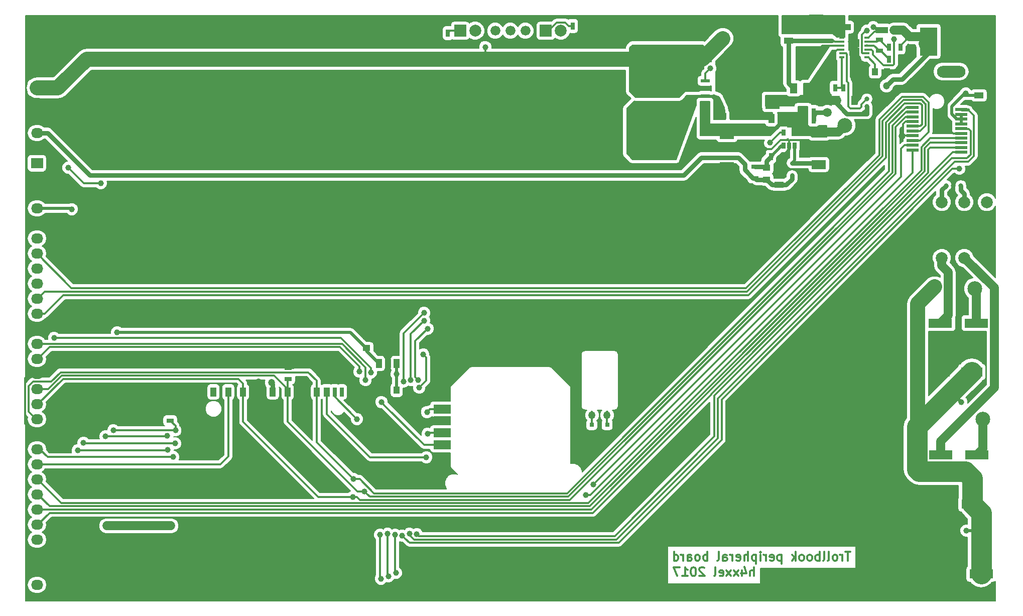
<source format=gbr>
G04 #@! TF.GenerationSoftware,KiCad,Pcbnew,no-vcs-found-7652~57~ubuntu16.04.1*
G04 #@! TF.CreationDate,2017-02-21T14:31:34+01:00*
G04 #@! TF.ProjectId,peripheral-board,7065726970686572616C2D626F617264,rev?*
G04 #@! TF.FileFunction,Copper,L2,Bot,Signal*
G04 #@! TF.FilePolarity,Positive*
%FSLAX46Y46*%
G04 Gerber Fmt 4.6, Leading zero omitted, Abs format (unit mm)*
G04 Created by KiCad (PCBNEW no-vcs-found-7652~57~ubuntu16.04.1) date Tue Feb 21 14:31:34 2017*
%MOMM*%
%LPD*%
G01*
G04 APERTURE LIST*
%ADD10C,0.100000*%
%ADD11C,0.300000*%
%ADD12R,0.800000X0.800000*%
%ADD13O,0.800000X0.800000*%
%ADD14R,1.300000X0.700000*%
%ADD15R,1.000000X1.250000*%
%ADD16R,1.250000X1.000000*%
%ADD17C,0.750000*%
%ADD18R,2.000000X3.000000*%
%ADD19R,1.000000X1.500000*%
%ADD20R,2.430000X2.370000*%
%ADD21R,2.400000X1.500000*%
%ADD22R,1.600000X1.000000*%
%ADD23C,1.270000*%
%ADD24C,2.000000*%
%ADD25R,2.000000X2.000000*%
%ADD26C,1.676400*%
%ADD27R,0.700000X1.300000*%
%ADD28R,1.600000X3.500000*%
%ADD29R,4.000500X1.600200*%
%ADD30R,3.599180X1.600200*%
%ADD31R,1.600200X3.599180*%
%ADD32R,5.400040X2.900680*%
%ADD33R,0.800000X0.900000*%
%ADD34R,2.000000X0.500000*%
%ADD35R,0.700000X1.500000*%
%ADD36O,4.800000X2.000000*%
%ADD37R,3.000000X4.800000*%
%ADD38C,4.800000*%
%ADD39R,1.000000X1.600000*%
%ADD40R,1.300000X1.700000*%
%ADD41R,0.450000X0.600000*%
%ADD42R,2.000000X1.100000*%
%ADD43R,0.800000X1.100000*%
%ADD44R,1.550000X0.600000*%
%ADD45R,0.890000X0.420000*%
%ADD46R,0.825000X0.712500*%
%ADD47R,0.650000X1.060000*%
%ADD48R,0.750000X0.800000*%
%ADD49R,3.000000X1.500000*%
%ADD50R,2.032000X1.727200*%
%ADD51O,2.032000X1.727200*%
%ADD52C,1.000000*%
%ADD53C,1.200000*%
%ADD54C,1.500000*%
%ADD55C,2.500000*%
%ADD56C,0.500000*%
%ADD57C,0.800000*%
%ADD58C,1.500000*%
%ADD59C,2.500000*%
%ADD60C,3.500000*%
%ADD61C,0.200000*%
G04 APERTURE END LIST*
D10*
D11*
X123564285Y4831771D02*
X123564285Y6331771D01*
X122921428Y4831771D02*
X122921428Y5617485D01*
X122992857Y5760342D01*
X123135714Y5831771D01*
X123350000Y5831771D01*
X123492857Y5760342D01*
X123564285Y5688914D01*
X121564285Y5831771D02*
X121564285Y4831771D01*
X121921428Y6403200D02*
X122278571Y5331771D01*
X121350000Y5331771D01*
X120921428Y4831771D02*
X120135714Y5831771D01*
X120921428Y5831771D02*
X120135714Y4831771D01*
X119707142Y4831771D02*
X118921428Y5831771D01*
X119707142Y5831771D02*
X118921428Y4831771D01*
X117778571Y4903200D02*
X117921428Y4831771D01*
X118207142Y4831771D01*
X118350000Y4903200D01*
X118421428Y5046057D01*
X118421428Y5617485D01*
X118350000Y5760342D01*
X118207142Y5831771D01*
X117921428Y5831771D01*
X117778571Y5760342D01*
X117707142Y5617485D01*
X117707142Y5474628D01*
X118421428Y5331771D01*
X116850000Y4831771D02*
X116992857Y4903200D01*
X117064285Y5046057D01*
X117064285Y6331771D01*
X115207142Y6188914D02*
X115135714Y6260342D01*
X114992857Y6331771D01*
X114635714Y6331771D01*
X114492857Y6260342D01*
X114421428Y6188914D01*
X114350000Y6046057D01*
X114350000Y5903200D01*
X114421428Y5688914D01*
X115278571Y4831771D01*
X114350000Y4831771D01*
X113421428Y6331771D02*
X113278571Y6331771D01*
X113135714Y6260342D01*
X113064285Y6188914D01*
X112992857Y6046057D01*
X112921428Y5760342D01*
X112921428Y5403200D01*
X112992857Y5117485D01*
X113064285Y4974628D01*
X113135714Y4903200D01*
X113278571Y4831771D01*
X113421428Y4831771D01*
X113564285Y4903200D01*
X113635714Y4974628D01*
X113707142Y5117485D01*
X113778571Y5403200D01*
X113778571Y5760342D01*
X113707142Y6046057D01*
X113635714Y6188914D01*
X113564285Y6260342D01*
X113421428Y6331771D01*
X111492857Y4831771D02*
X112350000Y4831771D01*
X111921428Y4831771D02*
X111921428Y6331771D01*
X112064285Y6117485D01*
X112207142Y5974628D01*
X112350000Y5903200D01*
X110992857Y6331771D02*
X109992857Y6331771D01*
X110635714Y4831771D01*
X139850000Y8931771D02*
X138992857Y8931771D01*
X139421428Y7431771D02*
X139421428Y8931771D01*
X138492857Y7431771D02*
X138492857Y8431771D01*
X138492857Y8146057D02*
X138421428Y8288914D01*
X138350000Y8360342D01*
X138207142Y8431771D01*
X138064285Y8431771D01*
X137350000Y7431771D02*
X137492857Y7503200D01*
X137564285Y7574628D01*
X137635714Y7717485D01*
X137635714Y8146057D01*
X137564285Y8288914D01*
X137492857Y8360342D01*
X137350000Y8431771D01*
X137135714Y8431771D01*
X136992857Y8360342D01*
X136921428Y8288914D01*
X136850000Y8146057D01*
X136850000Y7717485D01*
X136921428Y7574628D01*
X136992857Y7503200D01*
X137135714Y7431771D01*
X137350000Y7431771D01*
X135992857Y7431771D02*
X136135714Y7503200D01*
X136207142Y7646057D01*
X136207142Y8931771D01*
X135207142Y7431771D02*
X135350000Y7503200D01*
X135421428Y7646057D01*
X135421428Y8931771D01*
X134635714Y7431771D02*
X134635714Y8931771D01*
X134635714Y8360342D02*
X134492857Y8431771D01*
X134207142Y8431771D01*
X134064285Y8360342D01*
X133992857Y8288914D01*
X133921428Y8146057D01*
X133921428Y7717485D01*
X133992857Y7574628D01*
X134064285Y7503200D01*
X134207142Y7431771D01*
X134492857Y7431771D01*
X134635714Y7503200D01*
X133064285Y7431771D02*
X133207142Y7503200D01*
X133278571Y7574628D01*
X133350000Y7717485D01*
X133350000Y8146057D01*
X133278571Y8288914D01*
X133207142Y8360342D01*
X133064285Y8431771D01*
X132850000Y8431771D01*
X132707142Y8360342D01*
X132635714Y8288914D01*
X132564285Y8146057D01*
X132564285Y7717485D01*
X132635714Y7574628D01*
X132707142Y7503200D01*
X132850000Y7431771D01*
X133064285Y7431771D01*
X131707142Y7431771D02*
X131850000Y7503200D01*
X131921428Y7574628D01*
X131992857Y7717485D01*
X131992857Y8146057D01*
X131921428Y8288914D01*
X131850000Y8360342D01*
X131707142Y8431771D01*
X131492857Y8431771D01*
X131350000Y8360342D01*
X131278571Y8288914D01*
X131207142Y8146057D01*
X131207142Y7717485D01*
X131278571Y7574628D01*
X131350000Y7503200D01*
X131492857Y7431771D01*
X131707142Y7431771D01*
X130564285Y7431771D02*
X130564285Y8931771D01*
X130421428Y8003200D02*
X129992857Y7431771D01*
X129992857Y8431771D02*
X130564285Y7860342D01*
X128207142Y8431771D02*
X128207142Y6931771D01*
X128207142Y8360342D02*
X128064285Y8431771D01*
X127778571Y8431771D01*
X127635714Y8360342D01*
X127564285Y8288914D01*
X127492857Y8146057D01*
X127492857Y7717485D01*
X127564285Y7574628D01*
X127635714Y7503200D01*
X127778571Y7431771D01*
X128064285Y7431771D01*
X128207142Y7503200D01*
X126278571Y7503200D02*
X126421428Y7431771D01*
X126707142Y7431771D01*
X126850000Y7503200D01*
X126921428Y7646057D01*
X126921428Y8217485D01*
X126850000Y8360342D01*
X126707142Y8431771D01*
X126421428Y8431771D01*
X126278571Y8360342D01*
X126207142Y8217485D01*
X126207142Y8074628D01*
X126921428Y7931771D01*
X125564285Y7431771D02*
X125564285Y8431771D01*
X125564285Y8146057D02*
X125492857Y8288914D01*
X125421428Y8360342D01*
X125278571Y8431771D01*
X125135714Y8431771D01*
X124635714Y7431771D02*
X124635714Y8431771D01*
X124635714Y8931771D02*
X124707142Y8860342D01*
X124635714Y8788914D01*
X124564285Y8860342D01*
X124635714Y8931771D01*
X124635714Y8788914D01*
X123921428Y8431771D02*
X123921428Y6931771D01*
X123921428Y8360342D02*
X123778571Y8431771D01*
X123492857Y8431771D01*
X123350000Y8360342D01*
X123278571Y8288914D01*
X123207142Y8146057D01*
X123207142Y7717485D01*
X123278571Y7574628D01*
X123350000Y7503200D01*
X123492857Y7431771D01*
X123778571Y7431771D01*
X123921428Y7503200D01*
X122564285Y7431771D02*
X122564285Y8931771D01*
X121921428Y7431771D02*
X121921428Y8217485D01*
X121992857Y8360342D01*
X122135714Y8431771D01*
X122350000Y8431771D01*
X122492857Y8360342D01*
X122564285Y8288914D01*
X120635714Y7503200D02*
X120778571Y7431771D01*
X121064285Y7431771D01*
X121207142Y7503200D01*
X121278571Y7646057D01*
X121278571Y8217485D01*
X121207142Y8360342D01*
X121064285Y8431771D01*
X120778571Y8431771D01*
X120635714Y8360342D01*
X120564285Y8217485D01*
X120564285Y8074628D01*
X121278571Y7931771D01*
X119921428Y7431771D02*
X119921428Y8431771D01*
X119921428Y8146057D02*
X119850000Y8288914D01*
X119778571Y8360342D01*
X119635714Y8431771D01*
X119492857Y8431771D01*
X118350000Y7431771D02*
X118350000Y8217485D01*
X118421428Y8360342D01*
X118564285Y8431771D01*
X118850000Y8431771D01*
X118992857Y8360342D01*
X118350000Y7503200D02*
X118492857Y7431771D01*
X118850000Y7431771D01*
X118992857Y7503200D01*
X119064285Y7646057D01*
X119064285Y7788914D01*
X118992857Y7931771D01*
X118850000Y8003200D01*
X118492857Y8003200D01*
X118350000Y8074628D01*
X117421428Y7431771D02*
X117564285Y7503200D01*
X117635714Y7646057D01*
X117635714Y8931771D01*
X115707142Y7431771D02*
X115707142Y8931771D01*
X115707142Y8360342D02*
X115564285Y8431771D01*
X115278571Y8431771D01*
X115135714Y8360342D01*
X115064285Y8288914D01*
X114992857Y8146057D01*
X114992857Y7717485D01*
X115064285Y7574628D01*
X115135714Y7503200D01*
X115278571Y7431771D01*
X115564285Y7431771D01*
X115707142Y7503200D01*
X114135714Y7431771D02*
X114278571Y7503200D01*
X114350000Y7574628D01*
X114421428Y7717485D01*
X114421428Y8146057D01*
X114350000Y8288914D01*
X114278571Y8360342D01*
X114135714Y8431771D01*
X113921428Y8431771D01*
X113778571Y8360342D01*
X113707142Y8288914D01*
X113635714Y8146057D01*
X113635714Y7717485D01*
X113707142Y7574628D01*
X113778571Y7503200D01*
X113921428Y7431771D01*
X114135714Y7431771D01*
X112350000Y7431771D02*
X112350000Y8217485D01*
X112421428Y8360342D01*
X112564285Y8431771D01*
X112850000Y8431771D01*
X112992857Y8360342D01*
X112350000Y7503200D02*
X112492857Y7431771D01*
X112850000Y7431771D01*
X112992857Y7503200D01*
X113064285Y7646057D01*
X113064285Y7788914D01*
X112992857Y7931771D01*
X112850000Y8003200D01*
X112492857Y8003200D01*
X112350000Y8074628D01*
X111635714Y7431771D02*
X111635714Y8431771D01*
X111635714Y8146057D02*
X111564285Y8288914D01*
X111492857Y8360342D01*
X111350000Y8431771D01*
X111207142Y8431771D01*
X110064285Y7431771D02*
X110064285Y8931771D01*
X110064285Y7503200D02*
X110207142Y7431771D01*
X110492857Y7431771D01*
X110635714Y7503200D01*
X110707142Y7574628D01*
X110778571Y7717485D01*
X110778571Y8146057D01*
X110707142Y8288914D01*
X110635714Y8360342D01*
X110492857Y8431771D01*
X110207142Y8431771D01*
X110064285Y8360342D01*
D12*
X142600000Y81550000D03*
D13*
X142600000Y82800000D03*
X142600000Y84050000D03*
X142600000Y85300000D03*
X142600000Y86550000D03*
D12*
X159700000Y70700000D03*
D13*
X158450000Y70700000D03*
X157200000Y70700000D03*
X155950000Y70700000D03*
D14*
X45000000Y39950000D03*
X45000000Y38050000D03*
D15*
X61300000Y36200000D03*
X63300000Y36200000D03*
D16*
X58200000Y45300000D03*
X58200000Y43300000D03*
D17*
X61800000Y41810000D03*
D10*
G36*
X61300000Y41435000D02*
X60800000Y42185000D01*
X62800000Y42185000D01*
X62300000Y41435000D01*
X61300000Y41435000D01*
X61300000Y41435000D01*
G37*
D18*
X61800000Y43660000D03*
D19*
X60300000Y40700000D03*
X61800000Y40700000D03*
X63300000Y40700000D03*
D20*
X119000000Y79720000D03*
X119000000Y73480000D03*
X126700000Y91040000D03*
X126700000Y84800000D03*
D21*
X134500000Y74250000D03*
X134500000Y79750000D03*
X134100000Y93300000D03*
X134100000Y98800000D03*
D22*
X161500000Y85900000D03*
X161500000Y88900000D03*
D23*
X96230000Y31970000D03*
X98770000Y31970000D03*
D24*
X91000000Y96800000D03*
D25*
X88460000Y96800000D03*
X74000000Y96800000D03*
D24*
X76540000Y96800000D03*
D26*
X79920000Y96800000D03*
X82460000Y96800000D03*
X85000000Y96800000D03*
D27*
X93000000Y97600000D03*
X94900000Y97600000D03*
X71950000Y96400000D03*
X70050000Y96400000D03*
D28*
X131661600Y90300000D03*
X136538400Y90300000D03*
D29*
X161900000Y5200000D03*
X155798920Y5200000D03*
D30*
X160350820Y16999180D03*
X154849180Y16999180D03*
X160301640Y39250000D03*
X154800000Y39250000D03*
D31*
X111750820Y97500000D03*
X111750820Y91998360D03*
X104500000Y91998360D03*
X104500000Y97500000D03*
D32*
X107250820Y77798720D03*
X107250820Y87699640D03*
D29*
X161101080Y47500000D03*
X155000000Y47500000D03*
X161150540Y25250000D03*
X155049460Y25250000D03*
D33*
X132650000Y85300000D03*
X131700000Y83300000D03*
X133600000Y83300000D03*
D14*
X25100000Y32950000D03*
X25100000Y31050000D03*
D34*
X150300001Y83900000D03*
X150300001Y83100000D03*
X150300001Y82300000D03*
X150300001Y81500000D03*
X150300001Y80700000D03*
X150300001Y79900000D03*
X150300001Y79100000D03*
X150300001Y78300000D03*
X150300001Y77500000D03*
X150300001Y76700000D03*
X158500000Y76300000D03*
X158500000Y77100000D03*
X158500000Y77900000D03*
X158500000Y78700000D03*
X158500000Y79500000D03*
X158500000Y80300000D03*
X158500000Y81100000D03*
X158500000Y81900000D03*
X158500000Y82700000D03*
X158500000Y83500000D03*
D27*
X126450000Y75600000D03*
X128350000Y75600000D03*
X140500000Y87200000D03*
X138600000Y87200000D03*
X148250000Y92000000D03*
X146350000Y92000000D03*
X135350000Y87200000D03*
X137250000Y87200000D03*
D14*
X144700000Y93400000D03*
X144700000Y95300000D03*
D27*
X146350000Y94000000D03*
X148250000Y94000000D03*
D14*
X123700000Y71950000D03*
X123700000Y73850000D03*
D24*
X162850000Y67900000D03*
X159050000Y67900000D03*
X155250000Y67900000D03*
X162850000Y58500000D03*
X159050000Y58500000D03*
X155250000Y58500000D03*
D18*
X26080000Y8100000D03*
X56180000Y8100000D03*
D35*
X54030000Y35900000D03*
X52830000Y35900000D03*
D19*
X32400000Y35900000D03*
X51530000Y35900000D03*
X49830000Y35900000D03*
X47400000Y35900000D03*
X44900000Y35900000D03*
X42400000Y35900000D03*
X39900000Y35900000D03*
X37400000Y35900000D03*
X34900000Y35900000D03*
D36*
X156810000Y89920000D03*
D37*
X153000000Y95000000D03*
D38*
X159100000Y95000000D03*
D16*
X125700000Y71700000D03*
X125700000Y73700000D03*
D15*
X146000000Y89900000D03*
X144000000Y89900000D03*
D39*
X137500000Y85050000D03*
X140500000Y85050000D03*
D22*
X149800000Y98800000D03*
X149800000Y95800000D03*
X129400000Y95100000D03*
X129400000Y98100000D03*
D39*
X129500000Y82000000D03*
X126500000Y82000000D03*
D22*
X127800000Y73800000D03*
X127800000Y70800000D03*
D40*
X133750000Y87100000D03*
X130250000Y87100000D03*
D41*
X130000000Y74500000D03*
X130000000Y72400000D03*
D42*
X138900000Y97400000D03*
D43*
X140800000Y97400000D03*
D42*
X131700000Y81700000D03*
D43*
X133600000Y81700000D03*
X119750820Y82449180D03*
D42*
X117850820Y82449180D03*
X145150000Y96900000D03*
D43*
X147050000Y96900000D03*
D44*
X120750820Y84544180D03*
X120750820Y85814180D03*
X120750820Y87084180D03*
X120750820Y88354180D03*
X115350820Y88354180D03*
X115350820Y87084180D03*
X115350820Y85814180D03*
X115350820Y84544180D03*
D45*
X142592500Y95593750D03*
X142592500Y94943750D03*
X142592500Y94293750D03*
X142592500Y93643750D03*
X142592500Y92993750D03*
X142592500Y92343750D03*
X138382500Y92343750D03*
X138382500Y92993750D03*
X138382500Y93643750D03*
X138382500Y94293750D03*
X138382500Y94943750D03*
X138382500Y95593750D03*
D46*
X140075000Y92900000D03*
X140075000Y93612500D03*
X140075000Y94325000D03*
X140075000Y95037500D03*
X140900000Y92900000D03*
X140900000Y93612500D03*
X140900000Y94325000D03*
X140900000Y95037500D03*
D47*
X130450000Y79600000D03*
X128550000Y79600000D03*
X128550000Y77400000D03*
X129500000Y77400000D03*
X130450000Y77400000D03*
D48*
X98800000Y28850000D03*
X98800000Y30350000D03*
X96200000Y30350000D03*
X96200000Y28850000D03*
D49*
X71000000Y27000000D03*
X71000000Y29000000D03*
X71000000Y31000000D03*
X71000000Y33000000D03*
D50*
X2630000Y87160000D03*
D51*
X2630000Y84620000D03*
X2630000Y82080000D03*
X2630000Y79540000D03*
D50*
X2630000Y74460000D03*
D51*
X2630000Y71920000D03*
X2630000Y69380000D03*
X2630000Y66840000D03*
X2630000Y64300000D03*
X2630000Y61760000D03*
X2630000Y59220000D03*
X2630000Y56680000D03*
X2630000Y54140000D03*
X2630000Y51600000D03*
X2630000Y49060000D03*
X2630000Y46520000D03*
X2630000Y43980000D03*
X2630000Y41440000D03*
X2630000Y38900000D03*
X2630000Y36360000D03*
X2630000Y33820000D03*
X2630000Y31280000D03*
X2630000Y28740000D03*
X2630000Y26200000D03*
X2630000Y23660000D03*
X2630000Y21120000D03*
X2630000Y18580000D03*
X2630000Y16040000D03*
X2630000Y13500000D03*
X2630000Y10960000D03*
X2630000Y8420000D03*
X2630000Y5880000D03*
X2630000Y3340000D03*
D52*
X98500000Y44740000D03*
D53*
X153702818Y18902818D03*
X153700000Y41000000D03*
X155400001Y12750000D03*
X153800000Y37000000D03*
D52*
X98000000Y47900000D03*
D53*
X155900000Y86200000D03*
X148499976Y79000000D03*
D52*
X94100000Y31300000D03*
X153042893Y12657107D03*
X61300000Y31300000D03*
D53*
X40030000Y37550000D03*
X47260000Y37640000D03*
X45000000Y40960000D03*
D52*
X13700000Y97549979D03*
X72700000Y49400000D03*
X59980000Y13700000D03*
X63200010Y14000000D03*
X155400001Y12750000D03*
X159300000Y86200000D03*
D54*
X25200000Y13300000D03*
X14400000Y13300000D03*
D53*
X14400000Y13300000D03*
X25200000Y13300000D03*
D52*
X78250214Y94068520D03*
X60700000Y34200002D03*
D53*
X42192893Y37442893D03*
D52*
X6400000Y87400000D03*
D55*
X118300000Y95500000D03*
D52*
X55900000Y18200000D03*
X56000000Y21200010D03*
X57900000Y19100000D03*
X68399996Y32500000D03*
X68500000Y28800000D03*
X96500000Y20300000D03*
X95170000Y18510000D03*
X8499998Y66700000D03*
X5499989Y45000000D03*
X58964133Y39162463D03*
X58064123Y37874738D03*
X57000000Y39300000D03*
X25600000Y24900000D03*
X142600000Y96800000D03*
X147200000Y95400000D03*
X143692698Y97407054D03*
D54*
X135900012Y83000000D03*
D53*
X145900000Y87500000D03*
D55*
X160800000Y53300000D03*
X162200000Y31300000D03*
D52*
X67100000Y36600000D03*
X67800010Y42199954D03*
X65451497Y11949287D03*
X66700536Y11900009D03*
X126280010Y77900010D03*
X15491920Y29386701D03*
X25981716Y29400010D03*
X64441692Y37648293D03*
X67900000Y49200000D03*
X66916113Y37899990D03*
X68517258Y46562031D03*
X65666102Y37899990D03*
X67900008Y47900000D03*
X24600000Y28499998D03*
X14200000Y28400000D03*
X116156121Y90464434D03*
X61900000Y4825032D03*
X61755290Y11944860D03*
X60649987Y4400000D03*
X60513097Y11805261D03*
X63200000Y5375043D03*
X62997456Y11805024D03*
X24700000Y26100000D03*
X9500000Y26000000D03*
X10479990Y27300000D03*
X25900000Y27200000D03*
X158200000Y73500000D03*
X64237826Y11650070D03*
X16140000Y45920000D03*
D55*
X138920000Y80850000D03*
X154000000Y53599998D03*
D52*
X115800000Y79700000D03*
X159400000Y12500000D03*
X158500000Y34200000D03*
X56600000Y31300000D03*
X13400000Y71100000D03*
X7900000Y73700000D03*
X63300000Y38900000D03*
X68285582Y24879432D03*
D11*
X97792894Y44740000D02*
X98500000Y44740000D01*
X97650019Y44599981D02*
X97790038Y44740000D01*
X97790038Y44740000D02*
X97792894Y44740000D01*
D56*
X153702818Y18902818D02*
X153702818Y18145542D01*
X153702818Y18145542D02*
X154849180Y16999180D01*
D57*
X153700000Y41000000D02*
X153700000Y40350000D01*
X153700000Y40350000D02*
X154800000Y39250000D01*
X153800000Y37000000D02*
X153800000Y38250000D01*
X153800000Y38250000D02*
X154800000Y39250000D01*
D56*
X98000000Y47192894D02*
X98000000Y47900000D01*
X98000000Y46107106D02*
X98000000Y47192894D01*
X97692894Y45800000D02*
X98000000Y46107106D01*
D57*
X155900000Y86200000D02*
X156500000Y86800000D01*
D11*
X148666530Y79166554D02*
X148499976Y79000000D01*
X148666530Y79433470D02*
X148666530Y79166554D01*
D56*
X94100000Y31300000D02*
X94100000Y30592894D01*
X94100000Y30592894D02*
X93807106Y30300000D01*
X153042893Y12657107D02*
X155307108Y12657107D01*
X155307108Y12657107D02*
X155400001Y12750000D01*
D11*
X61300000Y31300000D02*
X60400000Y31300000D01*
X150300001Y81500000D02*
X149133502Y81500000D01*
X149133502Y81500000D02*
X148666530Y81033028D01*
X148666530Y81033028D02*
X148666530Y79433470D01*
X148666530Y79433470D02*
X149000001Y79100000D01*
X149000001Y79100000D02*
X150300001Y79100000D01*
D57*
X40030000Y37550000D02*
X40030000Y36030000D01*
X40030000Y36030000D02*
X39900000Y35900000D01*
D56*
X47260000Y37640000D02*
X47260000Y36040000D01*
X47260000Y36040000D02*
X47400000Y35900000D01*
X45000000Y39950000D02*
X45000000Y40960000D01*
D11*
X45000000Y39950000D02*
X45950000Y39950000D01*
X45950000Y39950000D02*
X46920000Y40920000D01*
X13700072Y97549979D02*
X13700000Y97549979D01*
X13750051Y97500000D02*
X13700072Y97549979D01*
X72700000Y49400000D02*
X72700000Y50107106D01*
X72700000Y50107106D02*
X72800000Y50207106D01*
X56180000Y9900000D02*
X59980000Y13700000D01*
X59980000Y13700000D02*
X60280000Y14000000D01*
X56180000Y8100000D02*
X56180000Y9900000D01*
X62492904Y14000000D02*
X63200010Y14000000D01*
X60280000Y14000000D02*
X62492904Y14000000D01*
X132800000Y78400000D02*
X133600000Y77600000D01*
X129670000Y78400000D02*
X132800000Y78400000D01*
X129500000Y78230000D02*
X129670000Y78400000D01*
X126500000Y76800000D02*
X123900000Y76800000D01*
X128030001Y78330001D02*
X126500000Y76800000D01*
X129500000Y77400000D02*
X129500000Y78230000D01*
X129500000Y78230000D02*
X129399999Y78330001D01*
X129399999Y78330001D02*
X128030001Y78330001D01*
X140900000Y92900000D02*
X140075000Y92900000D01*
X140900000Y93612500D02*
X140900000Y92900000D01*
X140900000Y95037500D02*
X140900000Y94325000D01*
X140075000Y95037500D02*
X140900000Y95037500D01*
X140075000Y94325000D02*
X140075000Y95037500D01*
X140075000Y93612500D02*
X140075000Y94325000D01*
X140075000Y92900000D02*
X140075000Y93612500D01*
D57*
X140075000Y89125000D02*
X140500000Y88700000D01*
X140500000Y88700000D02*
X140500000Y87200000D01*
X140075000Y92900000D02*
X140075000Y89125000D01*
D11*
X158500000Y79500000D02*
X157200000Y79500000D01*
X157200000Y79500000D02*
X156100000Y80600000D01*
X155500001Y92600001D02*
X156700001Y92600001D01*
X156100000Y80600000D02*
X156100000Y86500000D01*
X156100000Y86500000D02*
X153700000Y88900000D01*
X153700000Y88900000D02*
X153700000Y90800000D01*
X153700000Y90800000D02*
X155500001Y92600001D01*
X156700001Y92600001D02*
X159100000Y95000000D01*
D56*
X154900002Y13249999D02*
X155400001Y12750000D01*
X154849180Y13300821D02*
X154900002Y13249999D01*
X154849180Y16999180D02*
X154849180Y13300821D01*
D11*
X650000Y38236000D02*
X650000Y30567600D01*
X650000Y30567600D02*
X2477600Y28740000D01*
X2477600Y28740000D02*
X2630000Y28740000D01*
X2630000Y38900000D02*
X1314000Y38900000D01*
X1314000Y38900000D02*
X650000Y38236000D01*
D56*
X129500000Y77400000D02*
X129500000Y76750000D01*
X129500000Y76750000D02*
X128350000Y75600000D01*
D11*
X128350000Y75600000D02*
X128350000Y74350000D01*
X128350000Y74350000D02*
X127800000Y73800000D01*
D56*
X159049998Y86200000D02*
X159300000Y86200000D01*
X158749998Y85900000D02*
X159049998Y86200000D01*
D58*
X25200000Y13300000D02*
X14400000Y13300000D01*
D11*
X77900000Y91998360D02*
X78250214Y92348574D01*
X78250214Y93361414D02*
X78250214Y94068520D01*
X78250214Y92348574D02*
X78250214Y93361414D01*
D59*
X77900000Y91998360D02*
X10998360Y91998360D01*
X104500000Y91998360D02*
X77900000Y91998360D01*
D11*
X61199999Y33700003D02*
X60700000Y34200002D01*
X67900002Y27000000D02*
X61199999Y33700003D01*
X71000000Y27000000D02*
X67900002Y27000000D01*
D57*
X42400000Y35900000D02*
X42400000Y37235786D01*
X42400000Y37235786D02*
X42192893Y37442893D01*
D59*
X6899999Y87899999D02*
X6400000Y87400000D01*
X6160000Y87160000D02*
X6400000Y87400000D01*
X2630000Y87160000D02*
X6160000Y87160000D01*
X10998360Y91998360D02*
X6899999Y87899999D01*
D56*
X158500000Y81900000D02*
X157750000Y81900000D01*
X157750000Y81900000D02*
X156920000Y82730000D01*
X156920000Y82730000D02*
X156920000Y84070002D01*
X156920000Y84070002D02*
X158749998Y85900000D01*
X158749998Y85900000D02*
X161500000Y85900000D01*
X158500000Y81900000D02*
X158500000Y82700000D01*
X158500000Y81100000D02*
X158500000Y81900000D01*
D59*
X111750820Y91998360D02*
X114798360Y91998360D01*
X114798360Y91998360D02*
X118300000Y95500000D01*
D11*
X104500000Y91998360D02*
X104500000Y90998870D01*
X104500000Y90998870D02*
X107250820Y88248050D01*
X107250820Y88248050D02*
X107250820Y87699640D01*
X111750820Y91998360D02*
X111750820Y90949960D01*
X111750820Y90949960D02*
X108500500Y87699640D01*
X108500500Y87699640D02*
X107250820Y87699640D01*
X115350820Y87084180D02*
X107866280Y87084180D01*
X107866280Y87084180D02*
X107250820Y87699640D01*
X56607106Y18200000D02*
X55900000Y18200000D01*
X147450055Y72650053D02*
X92500046Y17700044D01*
X147450055Y80594388D02*
X147450055Y72650053D01*
X149155671Y82300000D02*
X147450055Y80594388D01*
X57107062Y17700044D02*
X56607106Y18200000D01*
X92500046Y17700044D02*
X57107062Y17700044D01*
X150300001Y82300000D02*
X149155671Y82300000D01*
X2630000Y33820000D02*
X2782400Y33820000D01*
X2782400Y33820000D02*
X7062400Y38100000D01*
X7062400Y38100000D02*
X36600000Y38100000D01*
X36600000Y38100000D02*
X37400000Y37300000D01*
X37400000Y37300000D02*
X37400000Y35900000D01*
X55900000Y18200000D02*
X50050000Y18200000D01*
X50050000Y18200000D02*
X37400000Y30850000D01*
X37400000Y30850000D02*
X37400000Y35900000D01*
X59507040Y18800066D02*
X57107096Y21200010D01*
X56707106Y21200010D02*
X56000000Y21200010D01*
X57107096Y21200010D02*
X56707106Y21200010D01*
X150300001Y83900000D02*
X149200001Y83900000D01*
X146350033Y81050032D02*
X146350033Y73105697D01*
X146350033Y73105697D02*
X92044402Y18800066D01*
X92044402Y18800066D02*
X59507040Y18800066D01*
X149200001Y83900000D02*
X146350033Y81050032D01*
X2630000Y31280000D02*
X2477600Y31280000D01*
X1213990Y36883404D02*
X1954196Y37623610D01*
X5030344Y37623610D02*
X6606756Y39200022D01*
X2477600Y31280000D02*
X1213990Y32543610D01*
X1213990Y32543610D02*
X1213990Y36883404D01*
X1954196Y37623610D02*
X5030344Y37623610D01*
X6606756Y39200022D02*
X44029976Y39200022D01*
X44029976Y39200022D02*
X44029999Y39199999D01*
X44029999Y39199999D02*
X48400001Y39199999D01*
X48400001Y39199999D02*
X49830000Y37770000D01*
X49830000Y37770000D02*
X49830000Y35900000D01*
X49830000Y35900000D02*
X49830000Y27370010D01*
X49830000Y27370010D02*
X55500001Y21700009D01*
X55500001Y21700009D02*
X56000000Y21200010D01*
X2630000Y36360000D02*
X4544567Y36360000D01*
X4544567Y36360000D02*
X6834578Y38650011D01*
X6834578Y38650011D02*
X42649989Y38650011D01*
X42649989Y38650011D02*
X44900000Y36400000D01*
X44900000Y36400000D02*
X44900000Y35900000D01*
X58399999Y18600001D02*
X57900000Y19100000D01*
X146900044Y72877875D02*
X92272224Y18250055D01*
X146900044Y80822210D02*
X146900044Y72877875D01*
X149177834Y83100000D02*
X146900044Y80822210D01*
X150300001Y83100000D02*
X149177834Y83100000D01*
X92272224Y18250055D02*
X58749945Y18250055D01*
X58749945Y18250055D02*
X58399999Y18600001D01*
X44900000Y35900000D02*
X44900000Y37950000D01*
X44900000Y37950000D02*
X45000000Y38050000D01*
X45550000Y30200000D02*
X56650000Y19100000D01*
X44900000Y35900000D02*
X44900000Y30850000D01*
X44900000Y30850000D02*
X45550000Y30200000D01*
X45000000Y36000000D02*
X44900000Y35900000D01*
X57192894Y19100000D02*
X57900000Y19100000D01*
X56650000Y19100000D02*
X57192894Y19100000D01*
X68899995Y32999999D02*
X68399996Y32500000D01*
X71000000Y33000000D02*
X68899995Y32999999D01*
X68700000Y29000000D02*
X68500000Y28800000D01*
X71000000Y29000000D02*
X68700000Y29000000D01*
X150300001Y77500000D02*
X149000001Y77500000D01*
X148400000Y72200000D02*
X148400000Y76899999D01*
X149000001Y77500000D02*
X148400000Y76899999D01*
X96500000Y20300000D02*
X148400000Y72200000D01*
X150300001Y72822895D02*
X95987106Y18510000D01*
X95877106Y18510000D02*
X95170000Y18510000D01*
X95987106Y18510000D02*
X95877106Y18510000D01*
X150300001Y76700000D02*
X150300001Y72822895D01*
D56*
X2630000Y66840000D02*
X8359998Y66840000D01*
X8359998Y66840000D02*
X8499998Y66700000D01*
D11*
X53877833Y45000000D02*
X6207095Y45000000D01*
X58964133Y39913700D02*
X53877833Y45000000D01*
X6207095Y45000000D02*
X5499989Y45000000D01*
X58964133Y39162463D02*
X58964133Y39913700D01*
X152075646Y85650023D02*
X148524356Y85650023D01*
X151600001Y78300000D02*
X153050010Y79750009D01*
X147799978Y84925645D02*
X147799978Y84903471D01*
X144700000Y81803493D02*
X144700000Y75855660D01*
X141310616Y72466276D02*
X128064340Y59220005D01*
X153050010Y84675655D02*
X152075646Y85650023D01*
X148524356Y85650023D02*
X147799978Y84925645D01*
X147799978Y84903471D02*
X144700000Y81803493D01*
X150300001Y78300000D02*
X151600001Y78300000D01*
X153050010Y79750009D02*
X153050010Y84675655D01*
X144700000Y75855660D02*
X141310616Y72466276D01*
X128064340Y59220005D02*
X128064340Y59220001D01*
X128064340Y59220001D02*
X122244339Y53400000D01*
X122244339Y53400000D02*
X8450000Y53400000D01*
X8450000Y53400000D02*
X2630000Y59220000D01*
X151847824Y85100012D02*
X148774350Y85100012D01*
X152499999Y84447834D02*
X152450011Y84497823D01*
X152450011Y84497823D02*
X151847824Y85100012D01*
X145250011Y75627843D02*
X122385768Y52763600D01*
X2782400Y51600000D02*
X2630000Y51600000D01*
X3946000Y52763600D02*
X2782400Y51600000D01*
X122385768Y52763600D02*
X3946000Y52763600D01*
X145250011Y81575673D02*
X145250011Y75627843D01*
X148774350Y85100012D02*
X145250011Y81575673D01*
X152499999Y80799998D02*
X152499999Y84447834D01*
X151600001Y79900000D02*
X152499999Y80799998D01*
X150300001Y79900000D02*
X151600001Y79900000D01*
X151900000Y84270001D02*
X151620002Y84550001D01*
X145800022Y75400022D02*
X122600000Y52200000D01*
X151900000Y80999999D02*
X151900000Y84270001D01*
X3946000Y49060000D02*
X2630000Y49060000D01*
X7086000Y52200000D02*
X3946000Y49060000D01*
X145800022Y81347851D02*
X145800022Y75400022D01*
X151600001Y80700000D02*
X151900000Y80999999D01*
X150300001Y80700000D02*
X151600001Y80700000D01*
X149002172Y84550001D02*
X145800022Y81347851D01*
X122600000Y52200000D02*
X7086000Y52200000D01*
X151620002Y84550001D02*
X149002172Y84550001D01*
X2477600Y49060000D02*
X2630000Y49060000D01*
X2630000Y43980000D02*
X3946000Y43980000D01*
X3946000Y43980000D02*
X3966000Y44000000D01*
X58064123Y40035877D02*
X58064123Y37874738D01*
X3966000Y44000000D02*
X54100000Y44000000D01*
X54100000Y44000000D02*
X58064123Y40035877D01*
X2630000Y41440000D02*
X2782400Y41440000D01*
X2782400Y41440000D02*
X4792390Y43449990D01*
X4792390Y43449990D02*
X53750010Y43449990D01*
X53750010Y43449990D02*
X57000000Y40200000D01*
X57000000Y40200000D02*
X57000000Y39300000D01*
X2630000Y26200000D02*
X3100000Y26200000D01*
X3100000Y26200000D02*
X4400000Y24900000D01*
X4400000Y24900000D02*
X25600000Y24900000D01*
X2630000Y23660000D02*
X33560000Y23660000D01*
X33560000Y23660000D02*
X34900000Y25000000D01*
X34900000Y25000000D02*
X34900000Y31100000D01*
X34900000Y31100000D02*
X34900000Y35900000D01*
X6752367Y17150033D02*
X95650033Y17150033D01*
X2782400Y21120000D02*
X6752367Y17150033D01*
X153300000Y78700000D02*
X157200000Y78700000D01*
X151800000Y73311332D02*
X151800000Y77200002D01*
X114699956Y36211288D02*
X151800000Y73311332D01*
X114699956Y36199956D02*
X114699956Y36211288D01*
X2630000Y21120000D02*
X2782400Y21120000D01*
X151800000Y77200002D02*
X153300000Y78700000D01*
X157200000Y78700000D02*
X158500000Y78700000D01*
X95650033Y17150033D02*
X114699956Y36199956D01*
X157200000Y77900000D02*
X158500000Y77900000D01*
X153277832Y77900000D02*
X157200000Y77900000D01*
X152350011Y73083510D02*
X152350011Y76972180D01*
X115249967Y35983466D02*
X152350011Y73083510D01*
X115249967Y35972134D02*
X115249967Y35983466D01*
X95877855Y16600022D02*
X115249967Y35972134D01*
X2630000Y18580000D02*
X2782400Y18580000D01*
X4762378Y16600022D02*
X95877855Y16600022D01*
X152350011Y76972180D02*
X153277832Y77900000D01*
X2782400Y18580000D02*
X4762378Y16600022D01*
X152900022Y76744358D02*
X153255664Y77100000D01*
X115799978Y35755644D02*
X152900022Y72855688D01*
X157200000Y77100000D02*
X158500000Y77100000D01*
X152900022Y72855688D02*
X152900022Y76744358D01*
X115799978Y35744312D02*
X115799978Y35755644D01*
X96095667Y16040001D02*
X115799978Y35744312D01*
X2630000Y16040000D02*
X96095667Y16040001D01*
X153255664Y77100000D02*
X157200000Y77100000D01*
X116349989Y35527822D02*
X116349989Y35449989D01*
X96389990Y15489990D02*
X93989990Y15489990D01*
X157122167Y76300000D02*
X116349989Y35527822D01*
X158500000Y76300000D02*
X157122167Y76300000D01*
X116349989Y35449989D02*
X96389990Y15489990D01*
X93989990Y15489990D02*
X4772390Y15489990D01*
X4772390Y15489990D02*
X2782400Y13500000D01*
X2782400Y13500000D02*
X2630000Y13500000D01*
X93989990Y15489990D02*
X93856986Y15489990D01*
D57*
X122000000Y73350000D02*
X123400000Y71950000D01*
X120900000Y75400000D02*
X122000000Y74300000D01*
X122000000Y74300000D02*
X122000000Y73350000D01*
X114700000Y75400000D02*
X120900000Y75400000D01*
X2630000Y79540000D02*
X4446000Y79540000D01*
X4446000Y79540000D02*
X11586000Y72400000D01*
X123400000Y71950000D02*
X123700000Y71950000D01*
X11586000Y72400000D02*
X111700000Y72400000D01*
X111700000Y72400000D02*
X114700000Y75400000D01*
X130000000Y72400000D02*
X130000000Y71800000D01*
X130000000Y71800000D02*
X129000000Y70800000D01*
X129000000Y70800000D02*
X127800000Y70800000D01*
X125700000Y71700000D02*
X123950000Y71700000D01*
X123950000Y71700000D02*
X123700000Y71950000D01*
X127800000Y70800000D02*
X126600000Y70800000D01*
X126600000Y70800000D02*
X125700000Y71700000D01*
D11*
X96230000Y31970000D02*
X96230000Y30380000D01*
X96230000Y30380000D02*
X96200000Y30350000D01*
X96200000Y32540000D02*
X96230000Y32570000D01*
X98770000Y31970000D02*
X98770000Y30380000D01*
X98770000Y30380000D02*
X98800000Y30350000D01*
X98800000Y32540000D02*
X98770000Y32570000D01*
D56*
X128550000Y77400000D02*
X128250000Y77400000D01*
X128250000Y77400000D02*
X126450000Y75600000D01*
D57*
X125700000Y73700000D02*
X125700000Y74850000D01*
X125700000Y74850000D02*
X126450000Y75600000D01*
X123700000Y73850000D02*
X125550000Y73850000D01*
X125550000Y73850000D02*
X125700000Y73700000D01*
X130000000Y74500000D02*
X134250000Y74500000D01*
X134250000Y74500000D02*
X134500000Y74250000D01*
D56*
X130450000Y77400000D02*
X130450000Y74950000D01*
X130450000Y74950000D02*
X130000000Y74500000D01*
D57*
X129400000Y95100000D02*
X129400000Y87950000D01*
X129400000Y87950000D02*
X130250000Y87100000D01*
D11*
X137100000Y95062860D02*
X136700000Y95100010D01*
X138382500Y94943750D02*
X137219110Y94943750D01*
X137219110Y94943750D02*
X137100000Y95062860D01*
D57*
X129400000Y95100000D02*
X136699990Y95100000D01*
X136699990Y95100000D02*
X136700000Y95100010D01*
X142600000Y82800000D02*
X142600000Y83484315D01*
X142600000Y82800000D02*
X139240000Y82800000D01*
X139240000Y82800000D02*
X137500000Y84540000D01*
X137500000Y84540000D02*
X137500000Y85050000D01*
X142015685Y82900000D02*
X142600000Y83484315D01*
X142600000Y83484315D02*
X142600000Y84050000D01*
D58*
X137500000Y85050000D02*
X135800000Y85050000D01*
X135800000Y85050000D02*
X133750000Y87100000D01*
D57*
X132650000Y85300000D02*
X127200000Y85300000D01*
X127200000Y85300000D02*
X126700000Y84800000D01*
D11*
X132650000Y85300000D02*
X132650000Y86000000D01*
X132650000Y86000000D02*
X133750000Y87100000D01*
X135500000Y84900000D02*
X135500000Y87050000D01*
X135500000Y87050000D02*
X135350000Y87200000D01*
X135350000Y87200000D02*
X133850000Y87200000D01*
X133850000Y87200000D02*
X133750000Y87100000D01*
X136538400Y90300000D02*
X136538400Y89350000D01*
X136538400Y89350000D02*
X135350000Y88161600D01*
X135350000Y88161600D02*
X135350000Y88150000D01*
X135350000Y88150000D02*
X135350000Y87200000D01*
X138382500Y93643750D02*
X137637500Y93643750D01*
X137637500Y93643750D02*
X136538400Y92544650D01*
X136538400Y92544650D02*
X136538400Y92350000D01*
X136538400Y92350000D02*
X136538400Y90300000D01*
X142600000Y85300000D02*
X141710000Y84410000D01*
X141710000Y84410000D02*
X141710000Y83970000D01*
X141710000Y83970000D02*
X141440000Y83700000D01*
X139227501Y88250001D02*
X139227501Y92873751D01*
X141440000Y83700000D02*
X139800000Y83700000D01*
X139500000Y84000000D02*
X139500000Y87977502D01*
X139800000Y83700000D02*
X139500000Y84000000D01*
X139500000Y87977502D02*
X139227501Y88250001D01*
X139227501Y92873751D02*
X139107502Y92993750D01*
X139107502Y92993750D02*
X138382500Y92993750D01*
X138382500Y92343750D02*
X138382500Y87417500D01*
X138382500Y87417500D02*
X138600000Y87200000D01*
X137250000Y87200000D02*
X138600000Y87200000D01*
X142592500Y92343750D02*
X142827500Y92343750D01*
X142827500Y92343750D02*
X144000000Y91171250D01*
X144000000Y91171250D02*
X144000000Y90825000D01*
X144000000Y90825000D02*
X144000000Y89900000D01*
X142592500Y92993750D02*
X141847500Y92993750D01*
X141847500Y92993750D02*
X141747499Y93093751D01*
X142423748Y96800000D02*
X142600000Y96800000D01*
X141747499Y93093751D02*
X141747499Y96123751D01*
X141747499Y96123751D02*
X142423748Y96800000D01*
X142592500Y93643750D02*
X143337500Y93643750D01*
X143649999Y92729999D02*
X145429999Y90949999D01*
X143337500Y93643750D02*
X143649999Y93331251D01*
X143649999Y93331251D02*
X143649999Y92729999D01*
X145429999Y90949999D02*
X147020001Y90949999D01*
X147020001Y90949999D02*
X147200000Y91129998D01*
X147200000Y91129998D02*
X147200000Y95400000D01*
X144700000Y93400000D02*
X144950000Y93400000D01*
X144950000Y93400000D02*
X146350000Y92000000D01*
X142592500Y94293750D02*
X143806250Y94293750D01*
X143806250Y94293750D02*
X144700000Y93400000D01*
X142592500Y94293750D02*
X142632499Y94333749D01*
X144700000Y95300000D02*
X144343750Y94943750D01*
X144343750Y94943750D02*
X142592500Y94943750D01*
X146350000Y94000000D02*
X146000000Y94000000D01*
X146000000Y94000000D02*
X144700000Y95300000D01*
X142592500Y94943750D02*
X142632499Y94983749D01*
X145150000Y96900000D02*
X144199752Y96900000D01*
X144199752Y96900000D02*
X143692698Y97407054D01*
X143900000Y96666250D02*
X144916250Y96666250D01*
X144916250Y96666250D02*
X145150000Y96900000D01*
X142592500Y95593750D02*
X142827500Y95593750D01*
X142827500Y95593750D02*
X143900000Y96666250D01*
X115350820Y85814180D02*
X116425820Y85814180D01*
X116425820Y85814180D02*
X117850820Y84389180D01*
X117850820Y84389180D02*
X117850820Y83299180D01*
X117850820Y83299180D02*
X117850820Y82449180D01*
X115350820Y85814180D02*
X113515940Y85814180D01*
X113515940Y85814180D02*
X107250820Y79549060D01*
X107250820Y79549060D02*
X107250820Y77798720D01*
X148250000Y94000000D02*
X148250000Y94250000D01*
X148250000Y94250000D02*
X149800000Y95800000D01*
D58*
X149800000Y95800000D02*
X148699999Y96900001D01*
X148699999Y96900001D02*
X147150001Y96900001D01*
X149800000Y95800000D02*
X152200000Y95800000D01*
X152200000Y95800000D02*
X153000000Y95000000D01*
D57*
X134100000Y83000000D02*
X134839352Y83000000D01*
X133600000Y82500000D02*
X134100000Y83000000D01*
X134839352Y83000000D02*
X135900012Y83000000D01*
X145900000Y87500000D02*
X147000000Y88600000D01*
X147000000Y88600000D02*
X148500000Y88600000D01*
X148500000Y88600000D02*
X148500000Y88629998D01*
X148500000Y88629998D02*
X153000000Y93129998D01*
X153000000Y93129998D02*
X153000000Y95000000D01*
X133600000Y82500000D02*
X133600000Y81700000D01*
X133600000Y83300000D02*
X133600000Y82500000D01*
D59*
X152600000Y94600000D02*
X153000000Y95000000D01*
D57*
X159050000Y69314213D02*
X159050000Y67900000D01*
X158450000Y69914213D02*
X159050000Y69314213D01*
X158450000Y70700000D02*
X158450000Y69914213D01*
X155250000Y70000000D02*
X155950000Y70700000D01*
X155250000Y67900000D02*
X155250000Y70000000D01*
D58*
X159050000Y58500000D02*
X164100000Y53450000D01*
X164100000Y53450000D02*
X164100000Y49101432D01*
X164100000Y49101432D02*
X164101331Y49100101D01*
X164101331Y49100101D02*
X164101331Y45899899D01*
X164100000Y36600640D02*
X155049460Y27550100D01*
X164101331Y45899899D02*
X164100000Y45898568D01*
X164100000Y45898568D02*
X164100000Y36600640D01*
X155049460Y27550100D02*
X155049460Y25250000D01*
X155000000Y47500000D02*
X156300000Y48800000D01*
X156300000Y56100000D02*
X155200000Y57200000D01*
X156300000Y48800000D02*
X156300000Y56100000D01*
X155200000Y57200000D02*
X155200000Y58450000D01*
X155200000Y58450000D02*
X155250000Y58500000D01*
X161101080Y52998920D02*
X160800000Y53300000D01*
X161101080Y47500000D02*
X161101080Y52998920D01*
X162200000Y31300000D02*
X162200000Y26299460D01*
X162200000Y26299460D02*
X161150540Y25250000D01*
D11*
X68300009Y37800009D02*
X67599999Y37099999D01*
X68300009Y41699955D02*
X68300009Y37800009D01*
X67599999Y37099999D02*
X67100000Y36600000D01*
X67800010Y42199954D02*
X68300009Y41699955D01*
X159727821Y74749990D02*
X160500000Y75522169D01*
X158649999Y83350001D02*
X158500000Y83500000D01*
X160500000Y75522169D02*
X160650010Y75672179D01*
X160650010Y75672179D02*
X160650010Y82519992D01*
X160650010Y82519992D02*
X159820001Y83350001D01*
X159820001Y83350001D02*
X158649999Y83350001D01*
X159800000Y83500000D02*
X158500000Y83500000D01*
X157449990Y74749990D02*
X159727821Y74749990D01*
X117500000Y34800000D02*
X157449990Y74749990D01*
X117500000Y28100000D02*
X117500000Y34800000D01*
X117100000Y27700000D02*
X117500000Y28100000D01*
X117100000Y27700000D02*
X100399999Y10999999D01*
X100399999Y10999999D02*
X66200001Y10999999D01*
X66200001Y10999999D02*
X65451497Y11748503D01*
X65451497Y11748503D02*
X65451497Y11949287D01*
X159500000Y75300000D02*
X160100000Y75900000D01*
X159770002Y80200000D02*
X158600000Y80200000D01*
X160100000Y75900000D02*
X160100000Y79870002D01*
X160100000Y79870002D02*
X159770002Y80200000D01*
X158600000Y80200000D02*
X158500000Y80300000D01*
X116900000Y28400000D02*
X116900000Y35300000D01*
X116900000Y35300000D02*
X156900000Y75300000D01*
X156900000Y75300000D02*
X159500000Y75300000D01*
X67000545Y11600000D02*
X66700536Y11900009D01*
X100100000Y11600000D02*
X67000545Y11600000D01*
X116900000Y28400000D02*
X100100000Y11600000D01*
X126280010Y77955010D02*
X126280010Y77900010D01*
X127925000Y79600000D02*
X126280010Y77955010D01*
X128550000Y79600000D02*
X127925000Y79600000D01*
X25981716Y29400010D02*
X15505229Y29400010D01*
X15505229Y29400010D02*
X15491920Y29386701D01*
X25981716Y29400010D02*
X25981716Y30168284D01*
X25981716Y30168284D02*
X25100000Y31050000D01*
X64441692Y38355399D02*
X64441692Y37648293D01*
X64441692Y45741692D02*
X64441692Y38355399D01*
X67900000Y49200000D02*
X64441692Y45741692D01*
X66416114Y44460887D02*
X66416114Y38399989D01*
X68517258Y46562031D02*
X66416114Y44460887D01*
X66416114Y38399989D02*
X66916113Y37899990D01*
X65666102Y45666094D02*
X65666102Y38607096D01*
X65666102Y38607096D02*
X65666102Y37899990D01*
X67900008Y47900000D02*
X65666102Y45666094D01*
X14200000Y28400000D02*
X24500002Y28400000D01*
X24500002Y28400000D02*
X24600000Y28499998D01*
X115350820Y88354180D02*
X115350820Y89659133D01*
X115350820Y89659133D02*
X116156121Y90464434D01*
X61755290Y11944860D02*
X61755290Y4969742D01*
X61755290Y4969742D02*
X61900000Y4825032D01*
X60513097Y11805261D02*
X60513097Y4536890D01*
X60513097Y4536890D02*
X60649987Y4400000D01*
X62997456Y5577587D02*
X63200000Y5375043D01*
X62997456Y11805024D02*
X62997456Y5577587D01*
X9500000Y26000000D02*
X24600000Y26000000D01*
X24600000Y26000000D02*
X24700000Y26100000D01*
X10579990Y27200000D02*
X10479990Y27300000D01*
X25900000Y27200000D02*
X10579990Y27200000D01*
X118100000Y34622170D02*
X156977830Y73500000D01*
X156977830Y73500000D02*
X158200000Y73500000D01*
X118100000Y27800000D02*
X118100000Y34622170D01*
X117000000Y26700000D02*
X118100000Y27800000D01*
X64737825Y11150071D02*
X64237826Y11650070D01*
X100749988Y10449988D02*
X65437908Y10449988D01*
X65437908Y10449988D02*
X64737825Y11150071D01*
X117000000Y26700000D02*
X100749988Y10449988D01*
D56*
X16847106Y45920000D02*
X16140000Y45920000D01*
X55455000Y45920000D02*
X16847106Y45920000D01*
X58200000Y43300000D02*
X58075000Y43300000D01*
X58075000Y43300000D02*
X55455000Y45920000D01*
D58*
X137820000Y79750000D02*
X138920000Y80850000D01*
X134500000Y79750000D02*
X137820000Y79750000D01*
D59*
X154000000Y53599998D02*
X151150001Y50749999D01*
X151150001Y50749999D02*
X151150001Y22749107D01*
X151150001Y22749107D02*
X151449209Y22449899D01*
D60*
X157651640Y36600000D02*
X151049209Y29997569D01*
X151049209Y29997569D02*
X151049209Y22849899D01*
X151049209Y22849899D02*
X151449209Y22449899D01*
X151449209Y22449899D02*
X159200201Y22449899D01*
X159200201Y22449899D02*
X160350820Y21299280D01*
X160350820Y21299280D02*
X160350820Y16999180D01*
D56*
X58200000Y43300000D02*
X58200000Y42800000D01*
X58200000Y42800000D02*
X60300000Y40700000D01*
D11*
X115800000Y79700000D02*
X118980000Y79700000D01*
X118980000Y79700000D02*
X119000000Y79720000D01*
X115350820Y84544180D02*
X115350820Y80149180D01*
X115350820Y80149180D02*
X115800000Y79700000D01*
X116400000Y79720000D02*
X123100000Y79720000D01*
X123100000Y79720000D02*
X126720000Y79720000D01*
D56*
X119000000Y79720000D02*
X123100000Y79720000D01*
X116380000Y79700000D02*
X115800000Y79700000D01*
X116400000Y79720000D02*
X116380000Y79700000D01*
D58*
X160301640Y39250000D02*
X159302150Y39250000D01*
D11*
X130450000Y79600000D02*
X134350000Y79600000D01*
X134350000Y79600000D02*
X134500000Y79750000D01*
X130450000Y79600000D02*
X130450000Y80450000D01*
X130450000Y80450000D02*
X131700000Y81700000D01*
X131700000Y83300000D02*
X131700000Y81700000D01*
X131700000Y81700000D02*
X129800000Y81700000D01*
X129800000Y81700000D02*
X129500000Y82000000D01*
X126720000Y79720000D02*
X126720000Y80020000D01*
X126720000Y80020000D02*
X128700000Y82000000D01*
X128700000Y82000000D02*
X129500000Y82000000D01*
D60*
X161900000Y5200000D02*
X161900000Y12300000D01*
X161900000Y12300000D02*
X161900000Y15450000D01*
D56*
X159400000Y12500000D02*
X161700000Y12500000D01*
X161700000Y12500000D02*
X161900000Y12300000D01*
D60*
X157651640Y36600000D02*
X160301640Y39250000D01*
D56*
X158500000Y34200000D02*
X157651640Y35048360D01*
X157651640Y35048360D02*
X157651640Y36600000D01*
D60*
X161900000Y15450000D02*
X160350820Y16999180D01*
D11*
X52830000Y35900000D02*
X52830000Y35070000D01*
X52830000Y35070000D02*
X56100001Y31799999D01*
X56100001Y31799999D02*
X56600000Y31300000D01*
X7900000Y73700000D02*
X10500000Y71100000D01*
X10500000Y71100000D02*
X13400000Y71100000D01*
X74000000Y96800000D02*
X72350000Y96800000D01*
X72350000Y96800000D02*
X71950000Y96400000D01*
X73400000Y96400000D02*
X74000000Y97000000D01*
X88460000Y96800000D02*
X88927998Y96800000D01*
X88927998Y96800000D02*
X90327999Y98200001D01*
X90327999Y98200001D02*
X91749999Y98200001D01*
X91749999Y98200001D02*
X92350000Y97600000D01*
X92350000Y97600000D02*
X93000000Y97600000D01*
X134100000Y98800000D02*
X130100000Y98800000D01*
X130100000Y98800000D02*
X129400000Y98100000D01*
X138900000Y97400000D02*
X134450000Y97400000D01*
X134450000Y97400000D02*
X134100000Y97750000D01*
X134100000Y97750000D02*
X134100000Y98800000D01*
X138382500Y95593750D02*
X138382500Y96882500D01*
X138382500Y96882500D02*
X138900000Y97400000D01*
X138382500Y94293750D02*
X135093750Y94293750D01*
X135093750Y94293750D02*
X134100000Y93300000D01*
X131661600Y90300000D02*
X132761600Y90300000D01*
X132761600Y90300000D02*
X134100000Y91638400D01*
X134100000Y91638400D02*
X134100000Y92250000D01*
X134100000Y92250000D02*
X134100000Y93300000D01*
X134100000Y94000000D02*
X134100000Y93300000D01*
D56*
X63300000Y37700000D02*
X63300000Y38900000D01*
X63300000Y40700000D02*
X63300000Y37700000D01*
X63300000Y36200000D02*
X63300000Y37700000D01*
D11*
X67578476Y24879432D02*
X68285582Y24879432D01*
X58820568Y24879432D02*
X67578476Y24879432D01*
X51530000Y32170000D02*
X58820568Y24879432D01*
X51530000Y35900000D02*
X51530000Y32170000D01*
D61*
G36*
X127600000Y96200000D02*
X127645672Y95970390D01*
X127775736Y95775736D01*
X127970390Y95645672D01*
X127996305Y95640517D01*
X127988246Y95600000D01*
X127988246Y94600000D01*
X128034813Y94365892D01*
X128167425Y94167425D01*
X128365892Y94034813D01*
X128400000Y94028028D01*
X128400000Y87950000D01*
X128476120Y87567316D01*
X128692893Y87242893D01*
X128988246Y86947540D01*
X128988246Y86600000D01*
X125400000Y86600000D01*
X125170390Y86554328D01*
X124975736Y86424264D01*
X124845672Y86229610D01*
X124800000Y86000000D01*
X124800000Y84000000D01*
X124845672Y83770390D01*
X124873246Y83729123D01*
X124873246Y83615000D01*
X124919813Y83380892D01*
X125052425Y83182425D01*
X125250892Y83049813D01*
X125485000Y83003246D01*
X126700000Y83003246D01*
X126700000Y81800000D01*
X119560065Y81800000D01*
X119462574Y82417443D01*
X119462574Y82999180D01*
X119416007Y83233288D01*
X119308306Y83394473D01*
X119217658Y83968578D01*
X119168710Y84128731D01*
X118293710Y86003731D01*
X118153799Y86193787D01*
X117953232Y86314532D01*
X117100000Y86621696D01*
X117100000Y89869151D01*
X117255929Y90244671D01*
X117256311Y90682278D01*
X117100000Y91060580D01*
X117100000Y91683704D01*
X119607579Y94191284D01*
X119867439Y94450691D01*
X120149679Y95130398D01*
X120150321Y95866373D01*
X119869268Y96546572D01*
X119349309Y97067439D01*
X118669602Y97349679D01*
X117933627Y97350321D01*
X117253428Y97069268D01*
X116732561Y96549309D01*
X116732239Y96548534D01*
X115234659Y95050954D01*
X115229610Y95054328D01*
X115000000Y95100000D01*
X103000000Y95100000D01*
X102770390Y95054328D01*
X102575736Y94924264D01*
X102075736Y94424264D01*
X101945672Y94229610D01*
X101900000Y94000000D01*
X101900000Y93848360D01*
X79349857Y93848360D01*
X79350022Y93848757D01*
X79350404Y94286364D01*
X79183292Y94690806D01*
X78874127Y95000511D01*
X78469977Y95168328D01*
X78032370Y95168710D01*
X77627928Y95001598D01*
X77318223Y94692433D01*
X77150406Y94288283D01*
X77150024Y93850676D01*
X77150981Y93848360D01*
X10998365Y93848360D01*
X10998360Y93848361D01*
X10317795Y93712987D01*
X10290396Y93707537D01*
X9690212Y93306508D01*
X9690210Y93306505D01*
X5591851Y89208147D01*
X5591849Y89208144D01*
X5393705Y89010000D01*
X2630000Y89010000D01*
X1922036Y88869177D01*
X1554331Y88623485D01*
X1379892Y88588787D01*
X1181425Y88456175D01*
X1048813Y88257708D01*
X1002246Y88023600D01*
X1002246Y87989822D01*
X920823Y87867964D01*
X780000Y87160000D01*
X920823Y86452036D01*
X1002246Y86330178D01*
X1002246Y86296400D01*
X1048813Y86062292D01*
X1181425Y85863825D01*
X1379892Y85731213D01*
X1554331Y85696515D01*
X1922036Y85450823D01*
X2630000Y85310000D01*
X6159995Y85310000D01*
X6160000Y85309999D01*
X6867965Y85450823D01*
X7468148Y85851852D01*
X7708145Y86091850D01*
X7708148Y86091852D01*
X8208144Y86591849D01*
X8208147Y86591851D01*
X11764655Y90148360D01*
X101900000Y90148360D01*
X101900000Y86500000D01*
X101945672Y86270390D01*
X102075736Y86075736D01*
X102801472Y85350000D01*
X101575736Y84124264D01*
X101445672Y83929610D01*
X101400000Y83700000D01*
X101400000Y76000000D01*
X101445672Y75770390D01*
X101575736Y75575736D01*
X102575736Y74575736D01*
X102770390Y74445672D01*
X103000000Y74400000D01*
X110500000Y74400000D01*
X110752667Y74455795D01*
X110941692Y74593911D01*
X111063474Y74793851D01*
X113800000Y82273689D01*
X113800000Y79000000D01*
X113845672Y78770390D01*
X113975736Y78575736D01*
X114170390Y78445672D01*
X114400000Y78400000D01*
X117200099Y78400000D01*
X117219813Y78300892D01*
X117352425Y78102425D01*
X117550892Y77969813D01*
X117785000Y77923246D01*
X120215000Y77923246D01*
X120449108Y77969813D01*
X120647575Y78102425D01*
X120780187Y78300892D01*
X120799901Y78400000D01*
X125296562Y78400000D01*
X125180202Y78119773D01*
X125179820Y77682166D01*
X125346932Y77277724D01*
X125656097Y76968019D01*
X125972899Y76836472D01*
X125865892Y76815187D01*
X125667425Y76682575D01*
X125534813Y76484108D01*
X125488246Y76250000D01*
X125488246Y76052460D01*
X124992893Y75557107D01*
X124776120Y75232684D01*
X124734868Y75025296D01*
X124700000Y74850000D01*
X123700000Y74850000D01*
X123507723Y74811754D01*
X123050000Y74811754D01*
X122862552Y74774468D01*
X122707107Y75007107D01*
X121607107Y76107107D01*
X121282684Y76323880D01*
X120900000Y76400000D01*
X114700005Y76400000D01*
X114700000Y76400001D01*
X114317316Y76323880D01*
X113992893Y76107107D01*
X111285786Y73400000D01*
X12000214Y73400000D01*
X5153107Y80247107D01*
X4828684Y80463880D01*
X4446000Y80540000D01*
X3872313Y80540000D01*
X3848980Y80574921D01*
X3374154Y80892190D01*
X2814059Y81003600D01*
X2445941Y81003600D01*
X1885846Y80892190D01*
X1411020Y80574921D01*
X1093751Y80100095D01*
X982341Y79540000D01*
X1093751Y78979905D01*
X1411020Y78505079D01*
X1885846Y78187810D01*
X2445941Y78076400D01*
X2814059Y78076400D01*
X3374154Y78187810D01*
X3848980Y78505079D01*
X3872313Y78540000D01*
X4031786Y78540000D01*
X7771674Y74800112D01*
X7682156Y74800190D01*
X7277714Y74633078D01*
X6968009Y74323913D01*
X6800192Y73919763D01*
X6799810Y73482156D01*
X6966922Y73077714D01*
X7276087Y72768009D01*
X7680237Y72600192D01*
X7939374Y72599966D01*
X9969670Y70569670D01*
X10212987Y70407090D01*
X10500000Y70350000D01*
X12594413Y70350000D01*
X12776087Y70168009D01*
X13180237Y70000192D01*
X13617844Y69999810D01*
X14022286Y70166922D01*
X14331991Y70476087D01*
X14499808Y70880237D01*
X14500190Y71317844D01*
X14466244Y71400000D01*
X111700000Y71400000D01*
X112082684Y71476120D01*
X112407107Y71692893D01*
X115114214Y74400000D01*
X120485786Y74400000D01*
X121000000Y73885786D01*
X121000000Y73350000D01*
X121076120Y72967316D01*
X121292893Y72642893D01*
X122463687Y71472099D01*
X122484813Y71365892D01*
X122617425Y71167425D01*
X122815892Y71034813D01*
X123050000Y70988246D01*
X123207723Y70988246D01*
X123267703Y70976315D01*
X123567317Y70776120D01*
X123950000Y70700000D01*
X124743333Y70700000D01*
X124840892Y70634813D01*
X125075000Y70588246D01*
X125397540Y70588246D01*
X125892893Y70092893D01*
X126217317Y69876120D01*
X126600000Y69800000D01*
X126668333Y69800000D01*
X126765892Y69734813D01*
X127000000Y69688246D01*
X128600000Y69688246D01*
X128834108Y69734813D01*
X128931667Y69800000D01*
X129000000Y69800000D01*
X129382684Y69876120D01*
X129707107Y70092893D01*
X130707104Y71092891D01*
X130707107Y71092893D01*
X130815493Y71255105D01*
X130923880Y71417316D01*
X131000001Y71800000D01*
X131000000Y71800005D01*
X131000000Y72400000D01*
X130923880Y72782683D01*
X130707107Y73107107D01*
X130382683Y73323880D01*
X130000000Y73400000D01*
X129617317Y73323880D01*
X129292893Y73107107D01*
X129076120Y72782683D01*
X129000000Y72400000D01*
X129000000Y72214213D01*
X128681357Y71895571D01*
X128600000Y71911754D01*
X127000000Y71911754D01*
X126936754Y71899174D01*
X126936754Y72200000D01*
X126890187Y72434108D01*
X126757575Y72632575D01*
X126656667Y72700000D01*
X126757575Y72767425D01*
X126890187Y72965892D01*
X126936754Y73200000D01*
X126936754Y74200000D01*
X126905097Y74359151D01*
X127034108Y74384813D01*
X127232575Y74517425D01*
X127365187Y74715892D01*
X127411754Y74950000D01*
X127411754Y75359672D01*
X128310327Y76258246D01*
X128875000Y76258246D01*
X129109108Y76304813D01*
X129307575Y76437425D01*
X129440187Y76635892D01*
X129486754Y76870000D01*
X129486754Y77930000D01*
X129440187Y78164108D01*
X129307575Y78362575D01*
X129109108Y78495187D01*
X129084911Y78500000D01*
X129109108Y78504813D01*
X129307575Y78637425D01*
X129326657Y78665984D01*
X129345672Y78570390D01*
X129475736Y78375736D01*
X129631621Y78271576D01*
X129559813Y78164108D01*
X129513246Y77930000D01*
X129513246Y76870000D01*
X129559813Y76635892D01*
X129600000Y76575748D01*
X129600000Y75412309D01*
X129292893Y75207107D01*
X129076120Y74882683D01*
X129000000Y74500000D01*
X129076120Y74117317D01*
X129292893Y73792893D01*
X129617317Y73576120D01*
X130000000Y73500000D01*
X132688246Y73500000D01*
X132734813Y73265892D01*
X132867425Y73067425D01*
X133065892Y72934813D01*
X133300000Y72888246D01*
X135700000Y72888246D01*
X135934108Y72934813D01*
X136132575Y73067425D01*
X136265187Y73265892D01*
X136311754Y73500000D01*
X136311754Y75000000D01*
X136265187Y75234108D01*
X136132575Y75432575D01*
X135934108Y75565187D01*
X135700000Y75611754D01*
X133300000Y75611754D01*
X133065892Y75565187D01*
X132968333Y75500000D01*
X131300000Y75500000D01*
X131300000Y76575748D01*
X131340187Y76635892D01*
X131386754Y76870000D01*
X131386754Y77930000D01*
X131340187Y78164108D01*
X131316205Y78200000D01*
X135900000Y78200000D01*
X136129610Y78245672D01*
X136324264Y78375736D01*
X136340477Y78400000D01*
X137820000Y78400000D01*
X138336623Y78502763D01*
X138774594Y78795406D01*
X138979135Y78999947D01*
X139286373Y78999679D01*
X139966572Y79280732D01*
X140487439Y79800691D01*
X140769679Y80480398D01*
X140770321Y81216373D01*
X140529171Y81800000D01*
X142501509Y81800000D01*
X142600000Y81780409D01*
X142982683Y81856529D01*
X143307107Y82073302D01*
X143523880Y82397726D01*
X143600000Y82780409D01*
X143600000Y84069591D01*
X143523880Y84452274D01*
X143375059Y84675000D01*
X143523880Y84897726D01*
X143600000Y85280409D01*
X143600000Y85319591D01*
X143523880Y85702274D01*
X143307107Y86026698D01*
X142982683Y86243471D01*
X142600000Y86319591D01*
X142217317Y86243471D01*
X141892893Y86026698D01*
X141676120Y85702274D01*
X141610197Y85370857D01*
X141179670Y84940330D01*
X141017090Y84697013D01*
X140967956Y84450000D01*
X140250000Y84450000D01*
X140250000Y87977502D01*
X140192910Y88264515D01*
X140030330Y88507832D01*
X139977501Y88560661D01*
X139977501Y92873751D01*
X139920411Y93160764D01*
X139757831Y93404081D01*
X139637832Y93524080D01*
X139600000Y93549359D01*
X139600000Y94600000D01*
X139554328Y94829610D01*
X139473886Y94950000D01*
X139554328Y95070390D01*
X139600000Y95300000D01*
X139600000Y96123751D01*
X140997499Y96123751D01*
X140997499Y93093751D01*
X141054589Y92806738D01*
X141217169Y92563421D01*
X141317170Y92463420D01*
X141535746Y92317371D01*
X141535746Y92133750D01*
X141582313Y91899642D01*
X141714925Y91701175D01*
X141913392Y91568563D01*
X142147500Y91521996D01*
X142588594Y91521996D01*
X143118732Y90991858D01*
X143067425Y90957575D01*
X142934813Y90759108D01*
X142888246Y90525000D01*
X142888246Y89275000D01*
X142934813Y89040892D01*
X143067425Y88842425D01*
X143265892Y88709813D01*
X143500000Y88663246D01*
X144500000Y88663246D01*
X144734108Y88709813D01*
X144932575Y88842425D01*
X145065187Y89040892D01*
X145111754Y89275000D01*
X145111754Y90277958D01*
X145142986Y90257089D01*
X145429999Y90199999D01*
X147020001Y90199999D01*
X147307014Y90257089D01*
X147550331Y90419669D01*
X147730330Y90599668D01*
X147892910Y90842985D01*
X147950000Y91129998D01*
X147950000Y92738246D01*
X148600000Y92738246D01*
X148834108Y92784813D01*
X149032575Y92917425D01*
X149165187Y93115892D01*
X149211754Y93350000D01*
X149211754Y94151094D01*
X149558665Y94498005D01*
X149800000Y94450000D01*
X150779836Y94450000D01*
X150888246Y93904990D01*
X150888246Y92600000D01*
X150916043Y92460255D01*
X148055788Y89600000D01*
X147000000Y89600000D01*
X146617316Y89523880D01*
X146292893Y89307107D01*
X145685972Y88700186D01*
X145662353Y88700207D01*
X145221143Y88517903D01*
X144883283Y88180633D01*
X144700209Y87739742D01*
X144699793Y87262353D01*
X144882097Y86821143D01*
X145219367Y86483283D01*
X145660258Y86300209D01*
X146137647Y86299793D01*
X146578857Y86482097D01*
X146916717Y86819367D01*
X147099791Y87260258D01*
X147099813Y87285599D01*
X147414214Y87600000D01*
X148500000Y87600000D01*
X148882683Y87676120D01*
X149207107Y87892893D01*
X149267513Y87983297D01*
X151204216Y89920000D01*
X153751227Y89920000D01*
X153873020Y89307707D01*
X154219856Y88788629D01*
X154738934Y88441793D01*
X155351227Y88320000D01*
X158268773Y88320000D01*
X158881066Y88441793D01*
X159400144Y88788629D01*
X159746980Y89307707D01*
X159868773Y89920000D01*
X159746980Y90532293D01*
X159400144Y91051371D01*
X158881066Y91398207D01*
X158268773Y91520000D01*
X155351227Y91520000D01*
X154738934Y91398207D01*
X154219856Y91051371D01*
X153873020Y90532293D01*
X153751227Y89920000D01*
X151204216Y89920000D01*
X153272462Y91988246D01*
X154500000Y91988246D01*
X154734108Y92034813D01*
X154932575Y92167425D01*
X155065187Y92365892D01*
X155111754Y92600000D01*
X155111754Y97400000D01*
X155065187Y97634108D01*
X154932575Y97832575D01*
X154734108Y97965187D01*
X154500000Y98011754D01*
X151500000Y98011754D01*
X151265892Y97965187D01*
X151067425Y97832575D01*
X150934813Y97634108D01*
X150888246Y97400000D01*
X150888246Y97150000D01*
X150359188Y97150000D01*
X149654593Y97854595D01*
X149612718Y97882575D01*
X149216622Y98147238D01*
X148699999Y98250001D01*
X147150001Y98250001D01*
X146633378Y98147238D01*
X146444167Y98020811D01*
X146415892Y98015187D01*
X146400000Y98004568D01*
X146384108Y98015187D01*
X146150000Y98061754D01*
X144593419Y98061754D01*
X144316611Y98339045D01*
X143912461Y98506862D01*
X143474854Y98507244D01*
X143070412Y98340132D01*
X142760707Y98030967D01*
X142706286Y97899907D01*
X142382156Y97900190D01*
X141977714Y97733078D01*
X141668009Y97423913D01*
X141500192Y97019763D01*
X141500120Y96937032D01*
X141217169Y96654081D01*
X141054589Y96410764D01*
X140997499Y96123751D01*
X139600000Y96123751D01*
X139600000Y96238246D01*
X139900000Y96238246D01*
X140134108Y96284813D01*
X140332575Y96417425D01*
X140465187Y96615892D01*
X140511754Y96850000D01*
X140511754Y97950000D01*
X140465187Y98184108D01*
X140332575Y98382575D01*
X140134108Y98515187D01*
X139900000Y98561754D01*
X139600000Y98561754D01*
X139600000Y99325000D01*
X164325000Y99325000D01*
X164325000Y68520057D01*
X164207205Y68805143D01*
X163757511Y69255623D01*
X163169656Y69499722D01*
X162533137Y69500277D01*
X161944857Y69257205D01*
X161494377Y68807511D01*
X161250278Y68219656D01*
X161249723Y67583137D01*
X161492795Y66994857D01*
X161942489Y66544377D01*
X162530344Y66300278D01*
X163166863Y66299723D01*
X163755143Y66542795D01*
X164205623Y66992489D01*
X164325000Y67279980D01*
X164325000Y55134189D01*
X160650270Y58808918D01*
X160650277Y58816863D01*
X160407205Y59405143D01*
X159957511Y59855623D01*
X159369656Y60099722D01*
X158733137Y60100277D01*
X158144857Y59857205D01*
X157694377Y59407511D01*
X157450278Y58819656D01*
X157449723Y58183137D01*
X157692795Y57594857D01*
X158142489Y57144377D01*
X158730344Y56900278D01*
X158740543Y56900269D01*
X160490540Y55150271D01*
X160433627Y55150321D01*
X159753428Y54869268D01*
X159232561Y54349309D01*
X158950321Y53669602D01*
X158949679Y52933627D01*
X159230732Y52253428D01*
X159750691Y51732561D01*
X159751080Y51732399D01*
X159751080Y48911854D01*
X159100830Y48911854D01*
X158866722Y48865287D01*
X158668255Y48732675D01*
X158535643Y48534208D01*
X158489076Y48300100D01*
X158489076Y46699900D01*
X158535643Y46465792D01*
X158668255Y46267325D01*
X158866722Y46134713D01*
X159100830Y46088146D01*
X162751331Y46088146D01*
X162751331Y45905259D01*
X162750000Y45898568D01*
X162750000Y37159828D01*
X159599834Y34009662D01*
X159600190Y34417844D01*
X159433078Y34822286D01*
X159315306Y34940264D01*
X161963341Y37588299D01*
X162134737Y37844811D01*
X162335338Y37884713D01*
X162533805Y38017325D01*
X162666417Y38215792D01*
X162712984Y38449900D01*
X162712984Y40050100D01*
X162666417Y40284208D01*
X162533805Y40482675D01*
X162335338Y40615287D01*
X162134737Y40655189D01*
X161963341Y40911701D01*
X161200946Y41421117D01*
X160301640Y41600000D01*
X159402334Y41421117D01*
X158639939Y40911701D01*
X158362292Y40634054D01*
X158267942Y40615287D01*
X158069475Y40482675D01*
X157936863Y40284208D01*
X157918096Y40189858D01*
X153000001Y35271763D01*
X153000001Y46088146D01*
X157000250Y46088146D01*
X157234358Y46134713D01*
X157432825Y46267325D01*
X157565437Y46465792D01*
X157612004Y46699900D01*
X157612004Y48300100D01*
X157581284Y48454540D01*
X157650000Y48800000D01*
X157650000Y56100000D01*
X157547237Y56616623D01*
X157254594Y57054594D01*
X156638213Y57670975D01*
X156849722Y58180344D01*
X156850277Y58816863D01*
X156607205Y59405143D01*
X156157511Y59855623D01*
X155569656Y60099722D01*
X154933137Y60100277D01*
X154344857Y59857205D01*
X153894377Y59407511D01*
X153650278Y58819656D01*
X153649723Y58183137D01*
X153850000Y57698429D01*
X153850000Y57200000D01*
X153952763Y56683377D01*
X154245406Y56245406D01*
X154950000Y55540812D01*
X154950000Y55208674D01*
X154369602Y55449677D01*
X153633627Y55450319D01*
X152953428Y55169266D01*
X152432561Y54649307D01*
X152432239Y54648532D01*
X149841853Y52058147D01*
X149440824Y51457964D01*
X149300000Y50749999D01*
X149300001Y50749994D01*
X149300001Y31528307D01*
X148878092Y30896875D01*
X148699209Y29997569D01*
X148699209Y22849899D01*
X148878092Y21950593D01*
X149387508Y21188198D01*
X149787508Y20788198D01*
X150549903Y20278782D01*
X151449209Y20099899D01*
X158000820Y20099899D01*
X158000820Y18055503D01*
X157986043Y18033388D01*
X157939476Y17799280D01*
X157939476Y16199080D01*
X157986043Y15964972D01*
X158118655Y15766505D01*
X158317122Y15633893D01*
X158517723Y15593991D01*
X158689119Y15337479D01*
X159550000Y14476598D01*
X159550000Y13599869D01*
X159182156Y13600190D01*
X158777714Y13433078D01*
X158468009Y13123913D01*
X158300192Y12719763D01*
X158299810Y12282156D01*
X158466922Y11877714D01*
X158776087Y11568009D01*
X159180237Y11400192D01*
X159550000Y11399869D01*
X159550000Y6488017D01*
X159467175Y6432675D01*
X159334563Y6234208D01*
X159287996Y6000100D01*
X159287996Y4399900D01*
X159334563Y4165792D01*
X159467175Y3967325D01*
X159665642Y3834713D01*
X159899750Y3788146D01*
X160071357Y3788146D01*
X160238299Y3538299D01*
X161000694Y3028883D01*
X161900000Y2850000D01*
X162799306Y3028883D01*
X163561701Y3538299D01*
X163728643Y3788146D01*
X163900250Y3788146D01*
X164134358Y3834713D01*
X164325000Y3962096D01*
X164325000Y675000D01*
X675000Y675000D01*
X675000Y3340000D01*
X982341Y3340000D01*
X1093751Y2779905D01*
X1411020Y2305079D01*
X1885846Y1987810D01*
X2445941Y1876400D01*
X2814059Y1876400D01*
X3374154Y1987810D01*
X3848980Y2305079D01*
X4166249Y2779905D01*
X4277659Y3340000D01*
X4166249Y3900095D01*
X3848980Y4374921D01*
X3374154Y4692190D01*
X2814059Y4803600D01*
X2445941Y4803600D01*
X1885846Y4692190D01*
X1411020Y4374921D01*
X1093751Y3900095D01*
X982341Y3340000D01*
X675000Y3340000D01*
X675000Y32026241D01*
X683660Y32013280D01*
X1054446Y31642494D01*
X982341Y31280000D01*
X1093751Y30719905D01*
X1411020Y30245079D01*
X1885846Y29927810D01*
X2445941Y29816400D01*
X2814059Y29816400D01*
X3374154Y29927810D01*
X3848980Y30245079D01*
X4166249Y30719905D01*
X4277659Y31280000D01*
X4166249Y31840095D01*
X3848980Y32314921D01*
X3497160Y32550000D01*
X3830519Y32772744D01*
X30999757Y32772744D01*
X31212445Y32258000D01*
X31605928Y31863830D01*
X32120301Y31650243D01*
X32677256Y31649757D01*
X33192000Y31862445D01*
X33586170Y32255928D01*
X33799757Y32770301D01*
X33800243Y33327256D01*
X33587555Y33842000D01*
X33194072Y34236170D01*
X32679699Y34449757D01*
X32122744Y34450243D01*
X31608000Y34237555D01*
X31213830Y33844072D01*
X31000243Y33329699D01*
X30999757Y32772744D01*
X3830519Y32772744D01*
X3848980Y32785079D01*
X4166249Y33259905D01*
X4277659Y33820000D01*
X4205554Y34182494D01*
X6673060Y36650000D01*
X31288246Y36650000D01*
X31288246Y35150000D01*
X31334813Y34915892D01*
X31467425Y34717425D01*
X31665892Y34584813D01*
X31900000Y34538246D01*
X32900000Y34538246D01*
X33134108Y34584813D01*
X33332575Y34717425D01*
X33465187Y34915892D01*
X33511754Y35150000D01*
X33511754Y36650000D01*
X33465187Y36884108D01*
X33332575Y37082575D01*
X33134108Y37215187D01*
X32900000Y37261754D01*
X31900000Y37261754D01*
X31665892Y37215187D01*
X31467425Y37082575D01*
X31334813Y36884108D01*
X31288246Y36650000D01*
X6673060Y36650000D01*
X7373060Y37350000D01*
X36289340Y37350000D01*
X36520980Y37118360D01*
X36467425Y37082575D01*
X36334813Y36884108D01*
X36288246Y36650000D01*
X36288246Y35150000D01*
X36334813Y34915892D01*
X36467425Y34717425D01*
X36650000Y34595432D01*
X36650000Y30850000D01*
X36707090Y30562987D01*
X36869670Y30319670D01*
X49289307Y17900033D01*
X7063027Y17900033D01*
X4205554Y20757506D01*
X4277659Y21120000D01*
X4166249Y21680095D01*
X3848980Y22154921D01*
X3497160Y22390000D01*
X3848980Y22625079D01*
X4039358Y22910000D01*
X33560000Y22910000D01*
X33847013Y22967090D01*
X34090330Y23129670D01*
X35430330Y24469670D01*
X35592910Y24712987D01*
X35650000Y25000000D01*
X35650000Y34595432D01*
X35832575Y34717425D01*
X35965187Y34915892D01*
X36011754Y35150000D01*
X36011754Y36650000D01*
X35965187Y36884108D01*
X35832575Y37082575D01*
X35634108Y37215187D01*
X35400000Y37261754D01*
X34400000Y37261754D01*
X34165892Y37215187D01*
X33967425Y37082575D01*
X33834813Y36884108D01*
X33788246Y36650000D01*
X33788246Y35150000D01*
X33834813Y34915892D01*
X33967425Y34717425D01*
X34150000Y34595432D01*
X34150000Y25310660D01*
X33249340Y24410000D01*
X26587596Y24410000D01*
X26699808Y24680237D01*
X26700190Y25117844D01*
X26533078Y25522286D01*
X26223913Y25831991D01*
X25819763Y25999808D01*
X25799912Y25999825D01*
X25800000Y26100087D01*
X26117844Y26099810D01*
X26522286Y26266922D01*
X26831991Y26576087D01*
X26999808Y26980237D01*
X27000190Y27417844D01*
X26833078Y27822286D01*
X26523913Y28131991D01*
X26119763Y28299808D01*
X25699825Y28300175D01*
X25699848Y28325990D01*
X25761953Y28300202D01*
X26199560Y28299820D01*
X26604002Y28466932D01*
X26913707Y28776097D01*
X27081524Y29180247D01*
X27081906Y29617854D01*
X26914794Y30022296D01*
X26722423Y30215003D01*
X26674626Y30455297D01*
X26512046Y30698614D01*
X26361754Y30848906D01*
X26361754Y31400000D01*
X26315187Y31634108D01*
X26182575Y31832575D01*
X25984108Y31965187D01*
X25750000Y32011754D01*
X24450000Y32011754D01*
X24215892Y31965187D01*
X24017425Y31832575D01*
X23884813Y31634108D01*
X23838246Y31400000D01*
X23838246Y30700000D01*
X23884813Y30465892D01*
X24017425Y30267425D01*
X24193148Y30150010D01*
X16284221Y30150010D01*
X16115833Y30318692D01*
X15711683Y30486509D01*
X15274076Y30486891D01*
X14869634Y30319779D01*
X14559929Y30010614D01*
X14392112Y29606464D01*
X14392019Y29499832D01*
X13982156Y29500190D01*
X13577714Y29333078D01*
X13268009Y29023913D01*
X13100192Y28619763D01*
X13099810Y28182156D01*
X13195735Y27950000D01*
X11385402Y27950000D01*
X11103903Y28231991D01*
X10699753Y28399808D01*
X10262146Y28400190D01*
X9857704Y28233078D01*
X9547999Y27923913D01*
X9380182Y27519763D01*
X9379816Y27100105D01*
X9282156Y27100190D01*
X8877714Y26933078D01*
X8568009Y26623913D01*
X8400192Y26219763D01*
X8399810Y25782156D01*
X8454416Y25650000D01*
X4710660Y25650000D01*
X4258248Y26102412D01*
X4277659Y26200000D01*
X4166249Y26760095D01*
X3848980Y27234921D01*
X3374154Y27552190D01*
X2814059Y27663600D01*
X2445941Y27663600D01*
X1885846Y27552190D01*
X1411020Y27234921D01*
X1093751Y26760095D01*
X982341Y26200000D01*
X1093751Y25639905D01*
X1411020Y25165079D01*
X1762840Y24930000D01*
X1411020Y24694921D01*
X1093751Y24220095D01*
X982341Y23660000D01*
X1093751Y23099905D01*
X1411020Y22625079D01*
X1762840Y22390000D01*
X1411020Y22154921D01*
X1093751Y21680095D01*
X982341Y21120000D01*
X1093751Y20559905D01*
X1411020Y20085079D01*
X1762840Y19850000D01*
X1411020Y19614921D01*
X1093751Y19140095D01*
X982341Y18580000D01*
X1093751Y18019905D01*
X1411020Y17545079D01*
X1762840Y17310000D01*
X1411020Y17074921D01*
X1093751Y16600095D01*
X982341Y16040000D01*
X1093751Y15479905D01*
X1411020Y15005079D01*
X1762840Y14770000D01*
X1411020Y14534921D01*
X1093751Y14060095D01*
X982341Y13500000D01*
X1093751Y12939905D01*
X1411020Y12465079D01*
X1762840Y12230000D01*
X1411020Y11994921D01*
X1093751Y11520095D01*
X982341Y10960000D01*
X1093751Y10399905D01*
X1411020Y9925079D01*
X1885846Y9607810D01*
X2445941Y9496400D01*
X2814059Y9496400D01*
X3374154Y9607810D01*
X3848980Y9925079D01*
X4166249Y10399905D01*
X4277659Y10960000D01*
X4166249Y11520095D01*
X3848980Y11994921D01*
X3497160Y12230000D01*
X3848980Y12465079D01*
X4166249Y12939905D01*
X4184696Y13032647D01*
X13049766Y13032647D01*
X13254858Y12536285D01*
X13634288Y12156193D01*
X14130290Y11950235D01*
X14667353Y11949766D01*
X14667919Y11950000D01*
X25199394Y11950000D01*
X25467353Y11949766D01*
X25963715Y12154858D01*
X26343807Y12534288D01*
X26549765Y13030290D01*
X26550234Y13567353D01*
X26345142Y14063715D01*
X25965712Y14443807D01*
X25469710Y14649765D01*
X24932647Y14650234D01*
X24932081Y14650000D01*
X14400606Y14650000D01*
X14132647Y14650234D01*
X13636285Y14445142D01*
X13256193Y14065712D01*
X13050235Y13569710D01*
X13049766Y13032647D01*
X4184696Y13032647D01*
X4277659Y13500000D01*
X4205554Y13862494D01*
X5083050Y14739990D01*
X96389990Y14739990D01*
X96677003Y14797080D01*
X96920320Y14959660D01*
X116150000Y34189340D01*
X116150000Y28710660D01*
X99789340Y12350000D01*
X67704805Y12350000D01*
X67633614Y12522295D01*
X67324449Y12832000D01*
X66920299Y12999817D01*
X66482692Y13000199D01*
X66110298Y12846329D01*
X66075410Y12881278D01*
X65671260Y13049095D01*
X65233653Y13049477D01*
X64829211Y12882365D01*
X64626311Y12679819D01*
X64457589Y12749878D01*
X64019982Y12750260D01*
X63728411Y12629786D01*
X63621369Y12737015D01*
X63217219Y12904832D01*
X62779612Y12905214D01*
X62476085Y12779799D01*
X62379203Y12876851D01*
X61975053Y13044668D01*
X61537446Y13045050D01*
X61133004Y12877938D01*
X61034650Y12779755D01*
X60732860Y12905069D01*
X60295253Y12905451D01*
X59890811Y12738339D01*
X59581106Y12429174D01*
X59413289Y12025024D01*
X59412907Y11587417D01*
X59580019Y11182975D01*
X59763097Y10999577D01*
X59763097Y5068935D01*
X59717996Y5023913D01*
X59550179Y4619763D01*
X59549797Y4182156D01*
X59716909Y3777714D01*
X60026074Y3468009D01*
X60430224Y3300192D01*
X60867831Y3299810D01*
X61272273Y3466922D01*
X61574859Y3768981D01*
X61680237Y3725224D01*
X62117844Y3724842D01*
X62522286Y3891954D01*
X62831991Y4201119D01*
X62880042Y4316839D01*
X62980237Y4275235D01*
X63417844Y4274853D01*
X63822286Y4441965D01*
X64131991Y4751130D01*
X64299808Y5155280D01*
X64300190Y5592887D01*
X64133078Y5997329D01*
X63823913Y6307034D01*
X63747456Y6338782D01*
X63747456Y10662627D01*
X64018063Y10550262D01*
X64277200Y10550036D01*
X64907578Y9919658D01*
X65150895Y9757078D01*
X65437908Y9699988D01*
X100749988Y9699988D01*
X101037001Y9757078D01*
X101199028Y9865342D01*
X108957143Y9865342D01*
X108957143Y6115342D01*
X109028572Y6115342D01*
X109028572Y3515342D01*
X124671429Y3515342D01*
X124671429Y6115342D01*
X140742857Y6115342D01*
X140742857Y9865342D01*
X108957143Y9865342D01*
X101199028Y9865342D01*
X101280318Y9919658D01*
X118630330Y27269670D01*
X118697375Y27370010D01*
X118792910Y27512987D01*
X118850000Y27800000D01*
X118850000Y34311510D01*
X154250000Y69711510D01*
X154250000Y69162514D01*
X153894377Y68807511D01*
X153650278Y68219656D01*
X153649723Y67583137D01*
X153892795Y66994857D01*
X154342489Y66544377D01*
X154930344Y66300278D01*
X155566863Y66299723D01*
X156155143Y66542795D01*
X156605623Y66992489D01*
X156849722Y67580344D01*
X156850277Y68216863D01*
X156607205Y68805143D01*
X156250000Y69162972D01*
X156250000Y69585786D01*
X156617654Y69953441D01*
X156676698Y69992893D01*
X156893471Y70317317D01*
X156969591Y70700000D01*
X157430409Y70700000D01*
X157450000Y70601509D01*
X157450000Y69914213D01*
X157526120Y69531529D01*
X157742893Y69207106D01*
X157918628Y69031371D01*
X157694377Y68807511D01*
X157450278Y68219656D01*
X157449723Y67583137D01*
X157692795Y66994857D01*
X158142489Y66544377D01*
X158730344Y66300278D01*
X159366863Y66299723D01*
X159955143Y66542795D01*
X160405623Y66992489D01*
X160649722Y67580344D01*
X160650277Y68216863D01*
X160407205Y68805143D01*
X160050000Y69162972D01*
X160050000Y69314213D01*
X159973880Y69696896D01*
X159757107Y70021320D01*
X159450000Y70328427D01*
X159450000Y70601509D01*
X159469591Y70700000D01*
X159393471Y71082683D01*
X159176698Y71407107D01*
X158852274Y71623880D01*
X158469591Y71700000D01*
X158430409Y71700000D01*
X158047726Y71623880D01*
X157723302Y71407107D01*
X157506529Y71082683D01*
X157430409Y70700000D01*
X156969591Y70700000D01*
X156893471Y71082683D01*
X156676698Y71407107D01*
X156352274Y71623880D01*
X156193877Y71655387D01*
X157288490Y72750000D01*
X157394413Y72750000D01*
X157576087Y72568009D01*
X157980237Y72400192D01*
X158417844Y72399810D01*
X158822286Y72566922D01*
X159131991Y72876087D01*
X159299808Y73280237D01*
X159300190Y73717844D01*
X159183610Y73999990D01*
X159727821Y73999990D01*
X160014834Y74057080D01*
X160258151Y74219660D01*
X161180340Y75141849D01*
X161342920Y75385166D01*
X161400010Y75672179D01*
X161400010Y82519992D01*
X161342920Y82807005D01*
X161180340Y83050322D01*
X160505142Y83725520D01*
X160492910Y83787013D01*
X160330330Y84030330D01*
X160087013Y84192910D01*
X159845089Y84241031D01*
X159734108Y84315187D01*
X159500000Y84361754D01*
X158413834Y84361754D01*
X159102080Y85050000D01*
X160212250Y85050000D01*
X160267425Y84967425D01*
X160465892Y84834813D01*
X160700000Y84788246D01*
X162300000Y84788246D01*
X162534108Y84834813D01*
X162732575Y84967425D01*
X162865187Y85165892D01*
X162911754Y85400000D01*
X162911754Y86400000D01*
X162865187Y86634108D01*
X162732575Y86832575D01*
X162534108Y86965187D01*
X162300000Y87011754D01*
X160700000Y87011754D01*
X160465892Y86965187D01*
X160267425Y86832575D01*
X160243575Y86796881D01*
X160233078Y86822286D01*
X159923913Y87131991D01*
X159519763Y87299808D01*
X159082156Y87300190D01*
X158677714Y87133078D01*
X158368009Y86823913D01*
X158294288Y86646372D01*
X156318959Y84671043D01*
X156134702Y84395283D01*
X156070000Y84070002D01*
X156070000Y82730000D01*
X156134702Y82404719D01*
X156318959Y82128959D01*
X156910675Y81537243D01*
X156918083Y81500000D01*
X156888246Y81350000D01*
X156888246Y80850000D01*
X156918083Y80700000D01*
X156888246Y80550000D01*
X156888246Y80050000D01*
X156934813Y79815892D01*
X157067425Y79617425D01*
X157243163Y79500000D01*
X157168333Y79450000D01*
X153734236Y79450000D01*
X153742920Y79462996D01*
X153800010Y79750009D01*
X153800010Y83660309D01*
X154125296Y83525239D01*
X154672305Y83524762D01*
X155177857Y83733652D01*
X155564989Y84120108D01*
X155774761Y84625296D01*
X155775238Y85172305D01*
X155566348Y85677857D01*
X155179892Y86064989D01*
X154674704Y86274761D01*
X154127695Y86275238D01*
X153622143Y86066348D01*
X153235011Y85679892D01*
X153197286Y85589040D01*
X152605977Y86180352D01*
X152605975Y86180354D01*
X152502790Y86249300D01*
X152362660Y86342933D01*
X152075648Y86400023D01*
X148524356Y86400023D01*
X148237343Y86342933D01*
X147994026Y86180353D01*
X147269648Y85455975D01*
X147224996Y85389149D01*
X144169670Y82333823D01*
X144007090Y82090506D01*
X143950000Y81803493D01*
X143950000Y76166320D01*
X140780286Y72996606D01*
X127534010Y59750335D01*
X127534002Y59750323D01*
X121933679Y54150000D01*
X8760660Y54150000D01*
X4180269Y58730391D01*
X4277659Y59220000D01*
X4166249Y59780095D01*
X3848980Y60254921D01*
X3497160Y60490000D01*
X3848980Y60725079D01*
X4166249Y61199905D01*
X4277659Y61760000D01*
X4166249Y62320095D01*
X3848980Y62794921D01*
X3374154Y63112190D01*
X2814059Y63223600D01*
X2445941Y63223600D01*
X1885846Y63112190D01*
X1411020Y62794921D01*
X1093751Y62320095D01*
X982341Y61760000D01*
X1093751Y61199905D01*
X1411020Y60725079D01*
X1762840Y60490000D01*
X1411020Y60254921D01*
X1093751Y59780095D01*
X982341Y59220000D01*
X1093751Y58659905D01*
X1411020Y58185079D01*
X1762840Y57950000D01*
X1411020Y57714921D01*
X1093751Y57240095D01*
X982341Y56680000D01*
X1093751Y56119905D01*
X1411020Y55645079D01*
X1762840Y55410000D01*
X1411020Y55174921D01*
X1093751Y54700095D01*
X982341Y54140000D01*
X1093751Y53579905D01*
X1411020Y53105079D01*
X1762840Y52870000D01*
X1411020Y52634921D01*
X1093751Y52160095D01*
X982341Y51600000D01*
X1093751Y51039905D01*
X1411020Y50565079D01*
X1762840Y50330000D01*
X1411020Y50094921D01*
X1093751Y49620095D01*
X982341Y49060000D01*
X1093751Y48499905D01*
X1411020Y48025079D01*
X1885846Y47707810D01*
X2445941Y47596400D01*
X2814059Y47596400D01*
X3374154Y47707810D01*
X3848980Y48025079D01*
X4053668Y48331416D01*
X4233013Y48367090D01*
X4476330Y48529670D01*
X7396660Y51450000D01*
X122600000Y51450000D01*
X122887013Y51507090D01*
X123130330Y51669670D01*
X145600033Y74139373D01*
X145600033Y73416357D01*
X94600146Y22416470D01*
X94600277Y22566863D01*
X94357205Y23155143D01*
X93907511Y23605623D01*
X93319656Y23849722D01*
X92683137Y23850277D01*
X92675000Y23846915D01*
X92675000Y36500000D01*
X92653699Y36607090D01*
X92623619Y36758312D01*
X92477297Y36977297D01*
X89477297Y39977297D01*
X89258312Y40123619D01*
X89000000Y40175000D01*
X76000000Y40175000D01*
X75741688Y40123619D01*
X75522703Y39977297D01*
X72522703Y36977297D01*
X72376381Y36758312D01*
X72346301Y36607090D01*
X72325000Y36500000D01*
X72325000Y34361754D01*
X69500000Y34361754D01*
X69265892Y34315187D01*
X69067425Y34182575D01*
X68934813Y33984108D01*
X68888246Y33750000D01*
X68888246Y33747662D01*
X68612982Y33692909D01*
X68473838Y33599935D01*
X68182152Y33600190D01*
X67777710Y33433078D01*
X67468005Y33123913D01*
X67300188Y32719763D01*
X67299806Y32282156D01*
X67466918Y31877714D01*
X67776083Y31568009D01*
X68180233Y31400192D01*
X68617840Y31399810D01*
X69022282Y31566922D01*
X69190705Y31735051D01*
X69265892Y31684813D01*
X69500000Y31638246D01*
X72325000Y31638246D01*
X72325000Y30361754D01*
X69500000Y30361754D01*
X69265892Y30315187D01*
X69067425Y30182575D01*
X68934813Y29984108D01*
X68902917Y29823756D01*
X68719763Y29899808D01*
X68282156Y29900190D01*
X67877714Y29733078D01*
X67568009Y29423913D01*
X67400192Y29019763D01*
X67399810Y28582156D01*
X67414811Y28545851D01*
X61799966Y34160696D01*
X61800190Y34417846D01*
X61633078Y34822288D01*
X61323913Y35131993D01*
X60919763Y35299810D01*
X60482156Y35300192D01*
X60077714Y35133080D01*
X59768009Y34823915D01*
X59600192Y34419765D01*
X59599810Y33982158D01*
X59766922Y33577716D01*
X60076087Y33268011D01*
X60480237Y33100194D01*
X60739374Y33099968D01*
X67369672Y26469670D01*
X67612989Y26307090D01*
X67900002Y26250000D01*
X68888246Y26250000D01*
X68934813Y26015892D01*
X69067425Y25817425D01*
X69265892Y25684813D01*
X69500000Y25638246D01*
X72325000Y25638246D01*
X72325000Y23500000D01*
X72376381Y23241688D01*
X72522703Y23022703D01*
X73535176Y22010230D01*
X73319656Y22099722D01*
X72683137Y22100277D01*
X72094857Y21857205D01*
X71644377Y21407511D01*
X71400278Y20819656D01*
X71399723Y20183137D01*
X71642795Y19594857D01*
X71687508Y19550066D01*
X59817700Y19550066D01*
X57637426Y21730340D01*
X57394109Y21892920D01*
X57107096Y21950010D01*
X56805587Y21950010D01*
X56623913Y22132001D01*
X56219763Y22299818D01*
X55960626Y22300044D01*
X50580000Y27680670D01*
X50580000Y34595432D01*
X50680000Y34662250D01*
X50780000Y34595432D01*
X50780000Y32170000D01*
X50837090Y31882987D01*
X50999670Y31639670D01*
X58290238Y24349102D01*
X58533555Y24186522D01*
X58820568Y24129432D01*
X67479995Y24129432D01*
X67661669Y23947441D01*
X68065819Y23779624D01*
X68503426Y23779242D01*
X68907868Y23946354D01*
X69217573Y24255519D01*
X69385390Y24659669D01*
X69385772Y25097276D01*
X69218660Y25501718D01*
X68909495Y25811423D01*
X68505345Y25979240D01*
X68067738Y25979622D01*
X67663296Y25812510D01*
X67479898Y25629432D01*
X59131228Y25629432D01*
X52280000Y32480660D01*
X52280000Y32749167D01*
X52424509Y32399428D01*
X52747727Y32075646D01*
X53170247Y31900200D01*
X53627746Y31899801D01*
X54050572Y32074509D01*
X54374354Y32397727D01*
X54394088Y32445252D01*
X55500034Y31339306D01*
X55499810Y31082156D01*
X55666922Y30677714D01*
X55976087Y30368009D01*
X56380237Y30200192D01*
X56817844Y30199810D01*
X57222286Y30366922D01*
X57531991Y30676087D01*
X57699808Y31080237D01*
X57700190Y31517844D01*
X57533078Y31922286D01*
X57223913Y32231991D01*
X56819763Y32399808D01*
X56560626Y32400034D01*
X54415377Y34545283D01*
X54614108Y34584813D01*
X54812575Y34717425D01*
X54945187Y34915892D01*
X54991754Y35150000D01*
X54991754Y36650000D01*
X54945187Y36884108D01*
X54812575Y37082575D01*
X54614108Y37215187D01*
X54380000Y37261754D01*
X53680000Y37261754D01*
X53445892Y37215187D01*
X53430000Y37204568D01*
X53414108Y37215187D01*
X53180000Y37261754D01*
X52480000Y37261754D01*
X52255000Y37216999D01*
X52030000Y37261754D01*
X51030000Y37261754D01*
X50795892Y37215187D01*
X50680000Y37137750D01*
X50580000Y37204568D01*
X50580000Y37770000D01*
X50522910Y38057013D01*
X50360330Y38300330D01*
X48930331Y39730329D01*
X48687014Y39892909D01*
X48400001Y39949999D01*
X44030092Y39949999D01*
X44029976Y39950022D01*
X6606756Y39950022D01*
X6319743Y39892932D01*
X6076426Y39730352D01*
X4719684Y38373610D01*
X1954196Y38373610D01*
X1667183Y38316520D01*
X1423866Y38153940D01*
X683660Y37413734D01*
X675000Y37400773D01*
X675000Y43980000D01*
X982341Y43980000D01*
X1093751Y43419905D01*
X1411020Y42945079D01*
X1762840Y42710000D01*
X1411020Y42474921D01*
X1093751Y42000095D01*
X982341Y41440000D01*
X1093751Y40879905D01*
X1411020Y40405079D01*
X1885846Y40087810D01*
X2445941Y39976400D01*
X2814059Y39976400D01*
X3374154Y40087810D01*
X3848980Y40405079D01*
X4166249Y40879905D01*
X4277659Y41440000D01*
X4205554Y41802494D01*
X5103050Y42699990D01*
X53439350Y42699990D01*
X56141782Y39997558D01*
X56068009Y39923913D01*
X55900192Y39519763D01*
X55899810Y39082156D01*
X56066922Y38677714D01*
X56376087Y38368009D01*
X56780237Y38200192D01*
X57008119Y38199993D01*
X56964315Y38094501D01*
X56963933Y37656894D01*
X57131045Y37252452D01*
X57440210Y36942747D01*
X57844360Y36774930D01*
X58281967Y36774548D01*
X58686409Y36941660D01*
X58996114Y37250825D01*
X59163931Y37654975D01*
X59164287Y38062288D01*
X59181977Y38062273D01*
X59586419Y38229385D01*
X59896124Y38538550D01*
X60063941Y38942700D01*
X60064286Y39338246D01*
X60800000Y39338246D01*
X61034108Y39384813D01*
X61232575Y39517425D01*
X61365187Y39715892D01*
X61411754Y39950000D01*
X61411754Y41450000D01*
X62188246Y41450000D01*
X62188246Y39950000D01*
X62234813Y39715892D01*
X62366124Y39519373D01*
X62200192Y39119763D01*
X62199810Y38682156D01*
X62366922Y38277714D01*
X62450000Y38194491D01*
X62450000Y37312750D01*
X62367425Y37257575D01*
X62234813Y37059108D01*
X62188246Y36825000D01*
X62188246Y35575000D01*
X62234813Y35340892D01*
X62367425Y35142425D01*
X62565892Y35009813D01*
X62800000Y34963246D01*
X63800000Y34963246D01*
X64034108Y35009813D01*
X64232575Y35142425D01*
X64365187Y35340892D01*
X64411754Y35575000D01*
X64411754Y36548319D01*
X64659536Y36548103D01*
X65063978Y36715215D01*
X65236414Y36887350D01*
X65446339Y36800182D01*
X65883946Y36799800D01*
X66014261Y36853645D01*
X66000192Y36819763D01*
X65999810Y36382156D01*
X66166922Y35977714D01*
X66476087Y35668009D01*
X66880237Y35500192D01*
X67317844Y35499810D01*
X67722286Y35666922D01*
X68031991Y35976087D01*
X68199808Y36380237D01*
X68200034Y36639374D01*
X68830339Y37269679D01*
X68875052Y37336597D01*
X68992919Y37512996D01*
X69050009Y37800009D01*
X69050009Y41699955D01*
X68992919Y41986968D01*
X68899945Y42126112D01*
X68900009Y42200000D01*
X94425000Y42200000D01*
X94425000Y33500000D01*
X94476381Y33241689D01*
X94622703Y33022703D01*
X94841689Y32876381D01*
X95100000Y32825000D01*
X95338414Y32825000D01*
X95183629Y32670485D01*
X94995215Y32216734D01*
X94994786Y31725421D01*
X95182408Y31271343D01*
X95343746Y31109723D01*
X95259813Y30984108D01*
X95213246Y30750000D01*
X95213246Y29950000D01*
X95259813Y29715892D01*
X95392425Y29517425D01*
X95590892Y29384813D01*
X95825000Y29338246D01*
X96575000Y29338246D01*
X96809108Y29384813D01*
X97007575Y29517425D01*
X97140187Y29715892D01*
X97186754Y29950000D01*
X97186754Y30750000D01*
X97140187Y30984108D01*
X97080279Y31073766D01*
X97276371Y31269515D01*
X97464785Y31723266D01*
X97465214Y32214579D01*
X97277592Y32668657D01*
X97121522Y32825000D01*
X97878414Y32825000D01*
X97723629Y32670485D01*
X97535215Y32216734D01*
X97534786Y31725421D01*
X97722408Y31271343D01*
X97919688Y31073718D01*
X97859813Y30984108D01*
X97813246Y30750000D01*
X97813246Y29950000D01*
X97859813Y29715892D01*
X97992425Y29517425D01*
X98190892Y29384813D01*
X98425000Y29338246D01*
X99175000Y29338246D01*
X99409108Y29384813D01*
X99607575Y29517425D01*
X99740187Y29715892D01*
X99786754Y29950000D01*
X99786754Y30750000D01*
X99740187Y30984108D01*
X99656272Y31109695D01*
X99816371Y31269515D01*
X100004785Y31723266D01*
X100005214Y32214579D01*
X99817592Y32668657D01*
X99661522Y32825000D01*
X100000000Y32825000D01*
X100258311Y32876381D01*
X100477297Y33022703D01*
X100623619Y33241689D01*
X100675000Y33500000D01*
X100675000Y42200000D01*
X100623619Y42458311D01*
X100477297Y42677297D01*
X100258311Y42823619D01*
X100000000Y42875000D01*
X95100000Y42875000D01*
X94841689Y42823619D01*
X94622703Y42677297D01*
X94476381Y42458311D01*
X94425000Y42200000D01*
X68900009Y42200000D01*
X68900200Y42417798D01*
X68733088Y42822240D01*
X68423923Y43131945D01*
X68019773Y43299762D01*
X67582166Y43300144D01*
X67177724Y43133032D01*
X67166114Y43121442D01*
X67166114Y44150227D01*
X68477952Y45462065D01*
X68735102Y45461841D01*
X69139544Y45628953D01*
X69449249Y45938118D01*
X69617066Y46342268D01*
X69617448Y46779875D01*
X69450336Y47184317D01*
X69141171Y47494022D01*
X68954653Y47571471D01*
X68999816Y47680237D01*
X69000198Y48117844D01*
X68833086Y48522286D01*
X68805639Y48549781D01*
X68831991Y48576087D01*
X68999808Y48980237D01*
X69000190Y49417844D01*
X68833078Y49822286D01*
X68523913Y50131991D01*
X68119763Y50299808D01*
X67682156Y50300190D01*
X67277714Y50133078D01*
X66968009Y49823913D01*
X66800192Y49419763D01*
X66799966Y49160626D01*
X63911362Y46272022D01*
X63748782Y46028705D01*
X63691692Y45741692D01*
X63691692Y42061754D01*
X62800000Y42061754D01*
X62565892Y42015187D01*
X62367425Y41882575D01*
X62234813Y41684108D01*
X62188246Y41450000D01*
X61411754Y41450000D01*
X61365187Y41684108D01*
X61232575Y41882575D01*
X61034108Y42015187D01*
X60800000Y42061754D01*
X60140327Y42061754D01*
X59431001Y42771080D01*
X59436754Y42800000D01*
X59436754Y43800000D01*
X59390187Y44034108D01*
X59257575Y44232575D01*
X59059108Y44365187D01*
X58825000Y44411754D01*
X58165327Y44411754D01*
X56056041Y46521041D01*
X55780281Y46705298D01*
X55455000Y46770000D01*
X16845761Y46770000D01*
X16763913Y46851991D01*
X16359763Y47019808D01*
X15922156Y47020190D01*
X15517714Y46853078D01*
X15208009Y46543913D01*
X15040192Y46139763D01*
X15039852Y45750000D01*
X6305576Y45750000D01*
X6123902Y45931991D01*
X5719752Y46099808D01*
X5282145Y46100190D01*
X4877703Y45933078D01*
X4567998Y45623913D01*
X4400181Y45219763D01*
X4399799Y44782156D01*
X4413086Y44750000D01*
X4025995Y44750000D01*
X3848980Y45014921D01*
X3374154Y45332190D01*
X2814059Y45443600D01*
X2445941Y45443600D01*
X1885846Y45332190D01*
X1411020Y45014921D01*
X1093751Y44540095D01*
X982341Y43980000D01*
X675000Y43980000D01*
X675000Y66840000D01*
X982341Y66840000D01*
X1093751Y66279905D01*
X1411020Y65805079D01*
X1885846Y65487810D01*
X2445941Y65376400D01*
X2814059Y65376400D01*
X3374154Y65487810D01*
X3848980Y65805079D01*
X3972540Y65990000D01*
X7654481Y65990000D01*
X7876085Y65768009D01*
X8280235Y65600192D01*
X8717842Y65599810D01*
X9122284Y65766922D01*
X9431989Y66076087D01*
X9599806Y66480237D01*
X9600188Y66917844D01*
X9433076Y67322286D01*
X9123911Y67631991D01*
X8719761Y67799808D01*
X8282154Y67800190D01*
X8015474Y67690000D01*
X3972540Y67690000D01*
X3848980Y67874921D01*
X3374154Y68192190D01*
X2814059Y68303600D01*
X2445941Y68303600D01*
X1885846Y68192190D01*
X1411020Y67874921D01*
X1093751Y67400095D01*
X982341Y66840000D01*
X675000Y66840000D01*
X675000Y75323600D01*
X1002246Y75323600D01*
X1002246Y73596400D01*
X1048813Y73362292D01*
X1181425Y73163825D01*
X1379892Y73031213D01*
X1614000Y72984646D01*
X3646000Y72984646D01*
X3880108Y73031213D01*
X4078575Y73163825D01*
X4211187Y73362292D01*
X4257754Y73596400D01*
X4257754Y75323600D01*
X4211187Y75557708D01*
X4078575Y75756175D01*
X3880108Y75888787D01*
X3646000Y75935354D01*
X1614000Y75935354D01*
X1379892Y75888787D01*
X1181425Y75756175D01*
X1048813Y75557708D01*
X1002246Y75323600D01*
X675000Y75323600D01*
X675000Y97050000D01*
X70988246Y97050000D01*
X70988246Y95750000D01*
X71034813Y95515892D01*
X71167425Y95317425D01*
X71365892Y95184813D01*
X71600000Y95138246D01*
X72300000Y95138246D01*
X72534108Y95184813D01*
X72687415Y95287250D01*
X72765892Y95234813D01*
X73000000Y95188246D01*
X75000000Y95188246D01*
X75234108Y95234813D01*
X75432575Y95367425D01*
X75543535Y95533487D01*
X75632489Y95444377D01*
X76220344Y95200278D01*
X76856863Y95199723D01*
X77445143Y95442795D01*
X77895623Y95892489D01*
X78139722Y96480344D01*
X78139752Y96515179D01*
X78481551Y96515179D01*
X78700042Y95986389D01*
X79104261Y95581464D01*
X79632669Y95362050D01*
X80204821Y95361551D01*
X80733611Y95580042D01*
X81138536Y95984261D01*
X81189855Y96107851D01*
X81240042Y95986389D01*
X81644261Y95581464D01*
X82172669Y95362050D01*
X82744821Y95361551D01*
X83273611Y95580042D01*
X83678536Y95984261D01*
X83729855Y96107851D01*
X83780042Y95986389D01*
X84184261Y95581464D01*
X84712669Y95362050D01*
X85284821Y95361551D01*
X85813611Y95580042D01*
X86218536Y95984261D01*
X86437950Y96512669D01*
X86438449Y97084821D01*
X86219958Y97613611D01*
X86033894Y97800000D01*
X86848246Y97800000D01*
X86848246Y95800000D01*
X86894813Y95565892D01*
X87027425Y95367425D01*
X87225892Y95234813D01*
X87460000Y95188246D01*
X89460000Y95188246D01*
X89694108Y95234813D01*
X89892575Y95367425D01*
X90003535Y95533487D01*
X90092489Y95444377D01*
X90680344Y95200278D01*
X91316863Y95199723D01*
X91905143Y95442795D01*
X92355623Y95892489D01*
X92549055Y96358325D01*
X92650000Y96338246D01*
X93350000Y96338246D01*
X93584108Y96384813D01*
X93782575Y96517425D01*
X93915187Y96715892D01*
X93961754Y96950000D01*
X93961754Y98250000D01*
X93915187Y98484108D01*
X93782575Y98682575D01*
X93584108Y98815187D01*
X93350000Y98861754D01*
X92650000Y98861754D01*
X92415892Y98815187D01*
X92283761Y98726899D01*
X92280329Y98730331D01*
X92037012Y98892911D01*
X91749999Y98950001D01*
X90327999Y98950001D01*
X90040986Y98892911D01*
X89797669Y98730331D01*
X89475924Y98408586D01*
X89460000Y98411754D01*
X87460000Y98411754D01*
X87225892Y98365187D01*
X87027425Y98232575D01*
X86894813Y98034108D01*
X86848246Y97800000D01*
X86033894Y97800000D01*
X85815739Y98018536D01*
X85287331Y98237950D01*
X84715179Y98238449D01*
X84186389Y98019958D01*
X83781464Y97615739D01*
X83730145Y97492149D01*
X83679958Y97613611D01*
X83275739Y98018536D01*
X82747331Y98237950D01*
X82175179Y98238449D01*
X81646389Y98019958D01*
X81241464Y97615739D01*
X81190145Y97492149D01*
X81139958Y97613611D01*
X80735739Y98018536D01*
X80207331Y98237950D01*
X79635179Y98238449D01*
X79106389Y98019958D01*
X78701464Y97615739D01*
X78482050Y97087331D01*
X78481551Y96515179D01*
X78139752Y96515179D01*
X78140277Y97116863D01*
X77897205Y97705143D01*
X77447511Y98155623D01*
X76859656Y98399722D01*
X76223137Y98400277D01*
X75634857Y98157205D01*
X75543723Y98066230D01*
X75432575Y98232575D01*
X75234108Y98365187D01*
X75000000Y98411754D01*
X73000000Y98411754D01*
X72765892Y98365187D01*
X72567425Y98232575D01*
X72434813Y98034108D01*
X72388246Y97800000D01*
X72388246Y97644201D01*
X72300000Y97661754D01*
X71600000Y97661754D01*
X71365892Y97615187D01*
X71167425Y97482575D01*
X71034813Y97284108D01*
X70988246Y97050000D01*
X675000Y97050000D01*
X675000Y99325000D01*
X127600000Y99325000D01*
X127600000Y96200000D01*
X127600000Y96200000D01*
G37*
X127600000Y96200000D02*
X127645672Y95970390D01*
X127775736Y95775736D01*
X127970390Y95645672D01*
X127996305Y95640517D01*
X127988246Y95600000D01*
X127988246Y94600000D01*
X128034813Y94365892D01*
X128167425Y94167425D01*
X128365892Y94034813D01*
X128400000Y94028028D01*
X128400000Y87950000D01*
X128476120Y87567316D01*
X128692893Y87242893D01*
X128988246Y86947540D01*
X128988246Y86600000D01*
X125400000Y86600000D01*
X125170390Y86554328D01*
X124975736Y86424264D01*
X124845672Y86229610D01*
X124800000Y86000000D01*
X124800000Y84000000D01*
X124845672Y83770390D01*
X124873246Y83729123D01*
X124873246Y83615000D01*
X124919813Y83380892D01*
X125052425Y83182425D01*
X125250892Y83049813D01*
X125485000Y83003246D01*
X126700000Y83003246D01*
X126700000Y81800000D01*
X119560065Y81800000D01*
X119462574Y82417443D01*
X119462574Y82999180D01*
X119416007Y83233288D01*
X119308306Y83394473D01*
X119217658Y83968578D01*
X119168710Y84128731D01*
X118293710Y86003731D01*
X118153799Y86193787D01*
X117953232Y86314532D01*
X117100000Y86621696D01*
X117100000Y89869151D01*
X117255929Y90244671D01*
X117256311Y90682278D01*
X117100000Y91060580D01*
X117100000Y91683704D01*
X119607579Y94191284D01*
X119867439Y94450691D01*
X120149679Y95130398D01*
X120150321Y95866373D01*
X119869268Y96546572D01*
X119349309Y97067439D01*
X118669602Y97349679D01*
X117933627Y97350321D01*
X117253428Y97069268D01*
X116732561Y96549309D01*
X116732239Y96548534D01*
X115234659Y95050954D01*
X115229610Y95054328D01*
X115000000Y95100000D01*
X103000000Y95100000D01*
X102770390Y95054328D01*
X102575736Y94924264D01*
X102075736Y94424264D01*
X101945672Y94229610D01*
X101900000Y94000000D01*
X101900000Y93848360D01*
X79349857Y93848360D01*
X79350022Y93848757D01*
X79350404Y94286364D01*
X79183292Y94690806D01*
X78874127Y95000511D01*
X78469977Y95168328D01*
X78032370Y95168710D01*
X77627928Y95001598D01*
X77318223Y94692433D01*
X77150406Y94288283D01*
X77150024Y93850676D01*
X77150981Y93848360D01*
X10998365Y93848360D01*
X10998360Y93848361D01*
X10317795Y93712987D01*
X10290396Y93707537D01*
X9690212Y93306508D01*
X9690210Y93306505D01*
X5591851Y89208147D01*
X5591849Y89208144D01*
X5393705Y89010000D01*
X2630000Y89010000D01*
X1922036Y88869177D01*
X1554331Y88623485D01*
X1379892Y88588787D01*
X1181425Y88456175D01*
X1048813Y88257708D01*
X1002246Y88023600D01*
X1002246Y87989822D01*
X920823Y87867964D01*
X780000Y87160000D01*
X920823Y86452036D01*
X1002246Y86330178D01*
X1002246Y86296400D01*
X1048813Y86062292D01*
X1181425Y85863825D01*
X1379892Y85731213D01*
X1554331Y85696515D01*
X1922036Y85450823D01*
X2630000Y85310000D01*
X6159995Y85310000D01*
X6160000Y85309999D01*
X6867965Y85450823D01*
X7468148Y85851852D01*
X7708145Y86091850D01*
X7708148Y86091852D01*
X8208144Y86591849D01*
X8208147Y86591851D01*
X11764655Y90148360D01*
X101900000Y90148360D01*
X101900000Y86500000D01*
X101945672Y86270390D01*
X102075736Y86075736D01*
X102801472Y85350000D01*
X101575736Y84124264D01*
X101445672Y83929610D01*
X101400000Y83700000D01*
X101400000Y76000000D01*
X101445672Y75770390D01*
X101575736Y75575736D01*
X102575736Y74575736D01*
X102770390Y74445672D01*
X103000000Y74400000D01*
X110500000Y74400000D01*
X110752667Y74455795D01*
X110941692Y74593911D01*
X111063474Y74793851D01*
X113800000Y82273689D01*
X113800000Y79000000D01*
X113845672Y78770390D01*
X113975736Y78575736D01*
X114170390Y78445672D01*
X114400000Y78400000D01*
X117200099Y78400000D01*
X117219813Y78300892D01*
X117352425Y78102425D01*
X117550892Y77969813D01*
X117785000Y77923246D01*
X120215000Y77923246D01*
X120449108Y77969813D01*
X120647575Y78102425D01*
X120780187Y78300892D01*
X120799901Y78400000D01*
X125296562Y78400000D01*
X125180202Y78119773D01*
X125179820Y77682166D01*
X125346932Y77277724D01*
X125656097Y76968019D01*
X125972899Y76836472D01*
X125865892Y76815187D01*
X125667425Y76682575D01*
X125534813Y76484108D01*
X125488246Y76250000D01*
X125488246Y76052460D01*
X124992893Y75557107D01*
X124776120Y75232684D01*
X124734868Y75025296D01*
X124700000Y74850000D01*
X123700000Y74850000D01*
X123507723Y74811754D01*
X123050000Y74811754D01*
X122862552Y74774468D01*
X122707107Y75007107D01*
X121607107Y76107107D01*
X121282684Y76323880D01*
X120900000Y76400000D01*
X114700005Y76400000D01*
X114700000Y76400001D01*
X114317316Y76323880D01*
X113992893Y76107107D01*
X111285786Y73400000D01*
X12000214Y73400000D01*
X5153107Y80247107D01*
X4828684Y80463880D01*
X4446000Y80540000D01*
X3872313Y80540000D01*
X3848980Y80574921D01*
X3374154Y80892190D01*
X2814059Y81003600D01*
X2445941Y81003600D01*
X1885846Y80892190D01*
X1411020Y80574921D01*
X1093751Y80100095D01*
X982341Y79540000D01*
X1093751Y78979905D01*
X1411020Y78505079D01*
X1885846Y78187810D01*
X2445941Y78076400D01*
X2814059Y78076400D01*
X3374154Y78187810D01*
X3848980Y78505079D01*
X3872313Y78540000D01*
X4031786Y78540000D01*
X7771674Y74800112D01*
X7682156Y74800190D01*
X7277714Y74633078D01*
X6968009Y74323913D01*
X6800192Y73919763D01*
X6799810Y73482156D01*
X6966922Y73077714D01*
X7276087Y72768009D01*
X7680237Y72600192D01*
X7939374Y72599966D01*
X9969670Y70569670D01*
X10212987Y70407090D01*
X10500000Y70350000D01*
X12594413Y70350000D01*
X12776087Y70168009D01*
X13180237Y70000192D01*
X13617844Y69999810D01*
X14022286Y70166922D01*
X14331991Y70476087D01*
X14499808Y70880237D01*
X14500190Y71317844D01*
X14466244Y71400000D01*
X111700000Y71400000D01*
X112082684Y71476120D01*
X112407107Y71692893D01*
X115114214Y74400000D01*
X120485786Y74400000D01*
X121000000Y73885786D01*
X121000000Y73350000D01*
X121076120Y72967316D01*
X121292893Y72642893D01*
X122463687Y71472099D01*
X122484813Y71365892D01*
X122617425Y71167425D01*
X122815892Y71034813D01*
X123050000Y70988246D01*
X123207723Y70988246D01*
X123267703Y70976315D01*
X123567317Y70776120D01*
X123950000Y70700000D01*
X124743333Y70700000D01*
X124840892Y70634813D01*
X125075000Y70588246D01*
X125397540Y70588246D01*
X125892893Y70092893D01*
X126217317Y69876120D01*
X126600000Y69800000D01*
X126668333Y69800000D01*
X126765892Y69734813D01*
X127000000Y69688246D01*
X128600000Y69688246D01*
X128834108Y69734813D01*
X128931667Y69800000D01*
X129000000Y69800000D01*
X129382684Y69876120D01*
X129707107Y70092893D01*
X130707104Y71092891D01*
X130707107Y71092893D01*
X130815493Y71255105D01*
X130923880Y71417316D01*
X131000001Y71800000D01*
X131000000Y71800005D01*
X131000000Y72400000D01*
X130923880Y72782683D01*
X130707107Y73107107D01*
X130382683Y73323880D01*
X130000000Y73400000D01*
X129617317Y73323880D01*
X129292893Y73107107D01*
X129076120Y72782683D01*
X129000000Y72400000D01*
X129000000Y72214213D01*
X128681357Y71895571D01*
X128600000Y71911754D01*
X127000000Y71911754D01*
X126936754Y71899174D01*
X126936754Y72200000D01*
X126890187Y72434108D01*
X126757575Y72632575D01*
X126656667Y72700000D01*
X126757575Y72767425D01*
X126890187Y72965892D01*
X126936754Y73200000D01*
X126936754Y74200000D01*
X126905097Y74359151D01*
X127034108Y74384813D01*
X127232575Y74517425D01*
X127365187Y74715892D01*
X127411754Y74950000D01*
X127411754Y75359672D01*
X128310327Y76258246D01*
X128875000Y76258246D01*
X129109108Y76304813D01*
X129307575Y76437425D01*
X129440187Y76635892D01*
X129486754Y76870000D01*
X129486754Y77930000D01*
X129440187Y78164108D01*
X129307575Y78362575D01*
X129109108Y78495187D01*
X129084911Y78500000D01*
X129109108Y78504813D01*
X129307575Y78637425D01*
X129326657Y78665984D01*
X129345672Y78570390D01*
X129475736Y78375736D01*
X129631621Y78271576D01*
X129559813Y78164108D01*
X129513246Y77930000D01*
X129513246Y76870000D01*
X129559813Y76635892D01*
X129600000Y76575748D01*
X129600000Y75412309D01*
X129292893Y75207107D01*
X129076120Y74882683D01*
X129000000Y74500000D01*
X129076120Y74117317D01*
X129292893Y73792893D01*
X129617317Y73576120D01*
X130000000Y73500000D01*
X132688246Y73500000D01*
X132734813Y73265892D01*
X132867425Y73067425D01*
X133065892Y72934813D01*
X133300000Y72888246D01*
X135700000Y72888246D01*
X135934108Y72934813D01*
X136132575Y73067425D01*
X136265187Y73265892D01*
X136311754Y73500000D01*
X136311754Y75000000D01*
X136265187Y75234108D01*
X136132575Y75432575D01*
X135934108Y75565187D01*
X135700000Y75611754D01*
X133300000Y75611754D01*
X133065892Y75565187D01*
X132968333Y75500000D01*
X131300000Y75500000D01*
X131300000Y76575748D01*
X131340187Y76635892D01*
X131386754Y76870000D01*
X131386754Y77930000D01*
X131340187Y78164108D01*
X131316205Y78200000D01*
X135900000Y78200000D01*
X136129610Y78245672D01*
X136324264Y78375736D01*
X136340477Y78400000D01*
X137820000Y78400000D01*
X138336623Y78502763D01*
X138774594Y78795406D01*
X138979135Y78999947D01*
X139286373Y78999679D01*
X139966572Y79280732D01*
X140487439Y79800691D01*
X140769679Y80480398D01*
X140770321Y81216373D01*
X140529171Y81800000D01*
X142501509Y81800000D01*
X142600000Y81780409D01*
X142982683Y81856529D01*
X143307107Y82073302D01*
X143523880Y82397726D01*
X143600000Y82780409D01*
X143600000Y84069591D01*
X143523880Y84452274D01*
X143375059Y84675000D01*
X143523880Y84897726D01*
X143600000Y85280409D01*
X143600000Y85319591D01*
X143523880Y85702274D01*
X143307107Y86026698D01*
X142982683Y86243471D01*
X142600000Y86319591D01*
X142217317Y86243471D01*
X141892893Y86026698D01*
X141676120Y85702274D01*
X141610197Y85370857D01*
X141179670Y84940330D01*
X141017090Y84697013D01*
X140967956Y84450000D01*
X140250000Y84450000D01*
X140250000Y87977502D01*
X140192910Y88264515D01*
X140030330Y88507832D01*
X139977501Y88560661D01*
X139977501Y92873751D01*
X139920411Y93160764D01*
X139757831Y93404081D01*
X139637832Y93524080D01*
X139600000Y93549359D01*
X139600000Y94600000D01*
X139554328Y94829610D01*
X139473886Y94950000D01*
X139554328Y95070390D01*
X139600000Y95300000D01*
X139600000Y96123751D01*
X140997499Y96123751D01*
X140997499Y93093751D01*
X141054589Y92806738D01*
X141217169Y92563421D01*
X141317170Y92463420D01*
X141535746Y92317371D01*
X141535746Y92133750D01*
X141582313Y91899642D01*
X141714925Y91701175D01*
X141913392Y91568563D01*
X142147500Y91521996D01*
X142588594Y91521996D01*
X143118732Y90991858D01*
X143067425Y90957575D01*
X142934813Y90759108D01*
X142888246Y90525000D01*
X142888246Y89275000D01*
X142934813Y89040892D01*
X143067425Y88842425D01*
X143265892Y88709813D01*
X143500000Y88663246D01*
X144500000Y88663246D01*
X144734108Y88709813D01*
X144932575Y88842425D01*
X145065187Y89040892D01*
X145111754Y89275000D01*
X145111754Y90277958D01*
X145142986Y90257089D01*
X145429999Y90199999D01*
X147020001Y90199999D01*
X147307014Y90257089D01*
X147550331Y90419669D01*
X147730330Y90599668D01*
X147892910Y90842985D01*
X147950000Y91129998D01*
X147950000Y92738246D01*
X148600000Y92738246D01*
X148834108Y92784813D01*
X149032575Y92917425D01*
X149165187Y93115892D01*
X149211754Y93350000D01*
X149211754Y94151094D01*
X149558665Y94498005D01*
X149800000Y94450000D01*
X150779836Y94450000D01*
X150888246Y93904990D01*
X150888246Y92600000D01*
X150916043Y92460255D01*
X148055788Y89600000D01*
X147000000Y89600000D01*
X146617316Y89523880D01*
X146292893Y89307107D01*
X145685972Y88700186D01*
X145662353Y88700207D01*
X145221143Y88517903D01*
X144883283Y88180633D01*
X144700209Y87739742D01*
X144699793Y87262353D01*
X144882097Y86821143D01*
X145219367Y86483283D01*
X145660258Y86300209D01*
X146137647Y86299793D01*
X146578857Y86482097D01*
X146916717Y86819367D01*
X147099791Y87260258D01*
X147099813Y87285599D01*
X147414214Y87600000D01*
X148500000Y87600000D01*
X148882683Y87676120D01*
X149207107Y87892893D01*
X149267513Y87983297D01*
X151204216Y89920000D01*
X153751227Y89920000D01*
X153873020Y89307707D01*
X154219856Y88788629D01*
X154738934Y88441793D01*
X155351227Y88320000D01*
X158268773Y88320000D01*
X158881066Y88441793D01*
X159400144Y88788629D01*
X159746980Y89307707D01*
X159868773Y89920000D01*
X159746980Y90532293D01*
X159400144Y91051371D01*
X158881066Y91398207D01*
X158268773Y91520000D01*
X155351227Y91520000D01*
X154738934Y91398207D01*
X154219856Y91051371D01*
X153873020Y90532293D01*
X153751227Y89920000D01*
X151204216Y89920000D01*
X153272462Y91988246D01*
X154500000Y91988246D01*
X154734108Y92034813D01*
X154932575Y92167425D01*
X155065187Y92365892D01*
X155111754Y92600000D01*
X155111754Y97400000D01*
X155065187Y97634108D01*
X154932575Y97832575D01*
X154734108Y97965187D01*
X154500000Y98011754D01*
X151500000Y98011754D01*
X151265892Y97965187D01*
X151067425Y97832575D01*
X150934813Y97634108D01*
X150888246Y97400000D01*
X150888246Y97150000D01*
X150359188Y97150000D01*
X149654593Y97854595D01*
X149612718Y97882575D01*
X149216622Y98147238D01*
X148699999Y98250001D01*
X147150001Y98250001D01*
X146633378Y98147238D01*
X146444167Y98020811D01*
X146415892Y98015187D01*
X146400000Y98004568D01*
X146384108Y98015187D01*
X146150000Y98061754D01*
X144593419Y98061754D01*
X144316611Y98339045D01*
X143912461Y98506862D01*
X143474854Y98507244D01*
X143070412Y98340132D01*
X142760707Y98030967D01*
X142706286Y97899907D01*
X142382156Y97900190D01*
X141977714Y97733078D01*
X141668009Y97423913D01*
X141500192Y97019763D01*
X141500120Y96937032D01*
X141217169Y96654081D01*
X141054589Y96410764D01*
X140997499Y96123751D01*
X139600000Y96123751D01*
X139600000Y96238246D01*
X139900000Y96238246D01*
X140134108Y96284813D01*
X140332575Y96417425D01*
X140465187Y96615892D01*
X140511754Y96850000D01*
X140511754Y97950000D01*
X140465187Y98184108D01*
X140332575Y98382575D01*
X140134108Y98515187D01*
X139900000Y98561754D01*
X139600000Y98561754D01*
X139600000Y99325000D01*
X164325000Y99325000D01*
X164325000Y68520057D01*
X164207205Y68805143D01*
X163757511Y69255623D01*
X163169656Y69499722D01*
X162533137Y69500277D01*
X161944857Y69257205D01*
X161494377Y68807511D01*
X161250278Y68219656D01*
X161249723Y67583137D01*
X161492795Y66994857D01*
X161942489Y66544377D01*
X162530344Y66300278D01*
X163166863Y66299723D01*
X163755143Y66542795D01*
X164205623Y66992489D01*
X164325000Y67279980D01*
X164325000Y55134189D01*
X160650270Y58808918D01*
X160650277Y58816863D01*
X160407205Y59405143D01*
X159957511Y59855623D01*
X159369656Y60099722D01*
X158733137Y60100277D01*
X158144857Y59857205D01*
X157694377Y59407511D01*
X157450278Y58819656D01*
X157449723Y58183137D01*
X157692795Y57594857D01*
X158142489Y57144377D01*
X158730344Y56900278D01*
X158740543Y56900269D01*
X160490540Y55150271D01*
X160433627Y55150321D01*
X159753428Y54869268D01*
X159232561Y54349309D01*
X158950321Y53669602D01*
X158949679Y52933627D01*
X159230732Y52253428D01*
X159750691Y51732561D01*
X159751080Y51732399D01*
X159751080Y48911854D01*
X159100830Y48911854D01*
X158866722Y48865287D01*
X158668255Y48732675D01*
X158535643Y48534208D01*
X158489076Y48300100D01*
X158489076Y46699900D01*
X158535643Y46465792D01*
X158668255Y46267325D01*
X158866722Y46134713D01*
X159100830Y46088146D01*
X162751331Y46088146D01*
X162751331Y45905259D01*
X162750000Y45898568D01*
X162750000Y37159828D01*
X159599834Y34009662D01*
X159600190Y34417844D01*
X159433078Y34822286D01*
X159315306Y34940264D01*
X161963341Y37588299D01*
X162134737Y37844811D01*
X162335338Y37884713D01*
X162533805Y38017325D01*
X162666417Y38215792D01*
X162712984Y38449900D01*
X162712984Y40050100D01*
X162666417Y40284208D01*
X162533805Y40482675D01*
X162335338Y40615287D01*
X162134737Y40655189D01*
X161963341Y40911701D01*
X161200946Y41421117D01*
X160301640Y41600000D01*
X159402334Y41421117D01*
X158639939Y40911701D01*
X158362292Y40634054D01*
X158267942Y40615287D01*
X158069475Y40482675D01*
X157936863Y40284208D01*
X157918096Y40189858D01*
X153000001Y35271763D01*
X153000001Y46088146D01*
X157000250Y46088146D01*
X157234358Y46134713D01*
X157432825Y46267325D01*
X157565437Y46465792D01*
X157612004Y46699900D01*
X157612004Y48300100D01*
X157581284Y48454540D01*
X157650000Y48800000D01*
X157650000Y56100000D01*
X157547237Y56616623D01*
X157254594Y57054594D01*
X156638213Y57670975D01*
X156849722Y58180344D01*
X156850277Y58816863D01*
X156607205Y59405143D01*
X156157511Y59855623D01*
X155569656Y60099722D01*
X154933137Y60100277D01*
X154344857Y59857205D01*
X153894377Y59407511D01*
X153650278Y58819656D01*
X153649723Y58183137D01*
X153850000Y57698429D01*
X153850000Y57200000D01*
X153952763Y56683377D01*
X154245406Y56245406D01*
X154950000Y55540812D01*
X154950000Y55208674D01*
X154369602Y55449677D01*
X153633627Y55450319D01*
X152953428Y55169266D01*
X152432561Y54649307D01*
X152432239Y54648532D01*
X149841853Y52058147D01*
X149440824Y51457964D01*
X149300000Y50749999D01*
X149300001Y50749994D01*
X149300001Y31528307D01*
X148878092Y30896875D01*
X148699209Y29997569D01*
X148699209Y22849899D01*
X148878092Y21950593D01*
X149387508Y21188198D01*
X149787508Y20788198D01*
X150549903Y20278782D01*
X151449209Y20099899D01*
X158000820Y20099899D01*
X158000820Y18055503D01*
X157986043Y18033388D01*
X157939476Y17799280D01*
X157939476Y16199080D01*
X157986043Y15964972D01*
X158118655Y15766505D01*
X158317122Y15633893D01*
X158517723Y15593991D01*
X158689119Y15337479D01*
X159550000Y14476598D01*
X159550000Y13599869D01*
X159182156Y13600190D01*
X158777714Y13433078D01*
X158468009Y13123913D01*
X158300192Y12719763D01*
X158299810Y12282156D01*
X158466922Y11877714D01*
X158776087Y11568009D01*
X159180237Y11400192D01*
X159550000Y11399869D01*
X159550000Y6488017D01*
X159467175Y6432675D01*
X159334563Y6234208D01*
X159287996Y6000100D01*
X159287996Y4399900D01*
X159334563Y4165792D01*
X159467175Y3967325D01*
X159665642Y3834713D01*
X159899750Y3788146D01*
X160071357Y3788146D01*
X160238299Y3538299D01*
X161000694Y3028883D01*
X161900000Y2850000D01*
X162799306Y3028883D01*
X163561701Y3538299D01*
X163728643Y3788146D01*
X163900250Y3788146D01*
X164134358Y3834713D01*
X164325000Y3962096D01*
X164325000Y675000D01*
X675000Y675000D01*
X675000Y3340000D01*
X982341Y3340000D01*
X1093751Y2779905D01*
X1411020Y2305079D01*
X1885846Y1987810D01*
X2445941Y1876400D01*
X2814059Y1876400D01*
X3374154Y1987810D01*
X3848980Y2305079D01*
X4166249Y2779905D01*
X4277659Y3340000D01*
X4166249Y3900095D01*
X3848980Y4374921D01*
X3374154Y4692190D01*
X2814059Y4803600D01*
X2445941Y4803600D01*
X1885846Y4692190D01*
X1411020Y4374921D01*
X1093751Y3900095D01*
X982341Y3340000D01*
X675000Y3340000D01*
X675000Y32026241D01*
X683660Y32013280D01*
X1054446Y31642494D01*
X982341Y31280000D01*
X1093751Y30719905D01*
X1411020Y30245079D01*
X1885846Y29927810D01*
X2445941Y29816400D01*
X2814059Y29816400D01*
X3374154Y29927810D01*
X3848980Y30245079D01*
X4166249Y30719905D01*
X4277659Y31280000D01*
X4166249Y31840095D01*
X3848980Y32314921D01*
X3497160Y32550000D01*
X3830519Y32772744D01*
X30999757Y32772744D01*
X31212445Y32258000D01*
X31605928Y31863830D01*
X32120301Y31650243D01*
X32677256Y31649757D01*
X33192000Y31862445D01*
X33586170Y32255928D01*
X33799757Y32770301D01*
X33800243Y33327256D01*
X33587555Y33842000D01*
X33194072Y34236170D01*
X32679699Y34449757D01*
X32122744Y34450243D01*
X31608000Y34237555D01*
X31213830Y33844072D01*
X31000243Y33329699D01*
X30999757Y32772744D01*
X3830519Y32772744D01*
X3848980Y32785079D01*
X4166249Y33259905D01*
X4277659Y33820000D01*
X4205554Y34182494D01*
X6673060Y36650000D01*
X31288246Y36650000D01*
X31288246Y35150000D01*
X31334813Y34915892D01*
X31467425Y34717425D01*
X31665892Y34584813D01*
X31900000Y34538246D01*
X32900000Y34538246D01*
X33134108Y34584813D01*
X33332575Y34717425D01*
X33465187Y34915892D01*
X33511754Y35150000D01*
X33511754Y36650000D01*
X33465187Y36884108D01*
X33332575Y37082575D01*
X33134108Y37215187D01*
X32900000Y37261754D01*
X31900000Y37261754D01*
X31665892Y37215187D01*
X31467425Y37082575D01*
X31334813Y36884108D01*
X31288246Y36650000D01*
X6673060Y36650000D01*
X7373060Y37350000D01*
X36289340Y37350000D01*
X36520980Y37118360D01*
X36467425Y37082575D01*
X36334813Y36884108D01*
X36288246Y36650000D01*
X36288246Y35150000D01*
X36334813Y34915892D01*
X36467425Y34717425D01*
X36650000Y34595432D01*
X36650000Y30850000D01*
X36707090Y30562987D01*
X36869670Y30319670D01*
X49289307Y17900033D01*
X7063027Y17900033D01*
X4205554Y20757506D01*
X4277659Y21120000D01*
X4166249Y21680095D01*
X3848980Y22154921D01*
X3497160Y22390000D01*
X3848980Y22625079D01*
X4039358Y22910000D01*
X33560000Y22910000D01*
X33847013Y22967090D01*
X34090330Y23129670D01*
X35430330Y24469670D01*
X35592910Y24712987D01*
X35650000Y25000000D01*
X35650000Y34595432D01*
X35832575Y34717425D01*
X35965187Y34915892D01*
X36011754Y35150000D01*
X36011754Y36650000D01*
X35965187Y36884108D01*
X35832575Y37082575D01*
X35634108Y37215187D01*
X35400000Y37261754D01*
X34400000Y37261754D01*
X34165892Y37215187D01*
X33967425Y37082575D01*
X33834813Y36884108D01*
X33788246Y36650000D01*
X33788246Y35150000D01*
X33834813Y34915892D01*
X33967425Y34717425D01*
X34150000Y34595432D01*
X34150000Y25310660D01*
X33249340Y24410000D01*
X26587596Y24410000D01*
X26699808Y24680237D01*
X26700190Y25117844D01*
X26533078Y25522286D01*
X26223913Y25831991D01*
X25819763Y25999808D01*
X25799912Y25999825D01*
X25800000Y26100087D01*
X26117844Y26099810D01*
X26522286Y26266922D01*
X26831991Y26576087D01*
X26999808Y26980237D01*
X27000190Y27417844D01*
X26833078Y27822286D01*
X26523913Y28131991D01*
X26119763Y28299808D01*
X25699825Y28300175D01*
X25699848Y28325990D01*
X25761953Y28300202D01*
X26199560Y28299820D01*
X26604002Y28466932D01*
X26913707Y28776097D01*
X27081524Y29180247D01*
X27081906Y29617854D01*
X26914794Y30022296D01*
X26722423Y30215003D01*
X26674626Y30455297D01*
X26512046Y30698614D01*
X26361754Y30848906D01*
X26361754Y31400000D01*
X26315187Y31634108D01*
X26182575Y31832575D01*
X25984108Y31965187D01*
X25750000Y32011754D01*
X24450000Y32011754D01*
X24215892Y31965187D01*
X24017425Y31832575D01*
X23884813Y31634108D01*
X23838246Y31400000D01*
X23838246Y30700000D01*
X23884813Y30465892D01*
X24017425Y30267425D01*
X24193148Y30150010D01*
X16284221Y30150010D01*
X16115833Y30318692D01*
X15711683Y30486509D01*
X15274076Y30486891D01*
X14869634Y30319779D01*
X14559929Y30010614D01*
X14392112Y29606464D01*
X14392019Y29499832D01*
X13982156Y29500190D01*
X13577714Y29333078D01*
X13268009Y29023913D01*
X13100192Y28619763D01*
X13099810Y28182156D01*
X13195735Y27950000D01*
X11385402Y27950000D01*
X11103903Y28231991D01*
X10699753Y28399808D01*
X10262146Y28400190D01*
X9857704Y28233078D01*
X9547999Y27923913D01*
X9380182Y27519763D01*
X9379816Y27100105D01*
X9282156Y27100190D01*
X8877714Y26933078D01*
X8568009Y26623913D01*
X8400192Y26219763D01*
X8399810Y25782156D01*
X8454416Y25650000D01*
X4710660Y25650000D01*
X4258248Y26102412D01*
X4277659Y26200000D01*
X4166249Y26760095D01*
X3848980Y27234921D01*
X3374154Y27552190D01*
X2814059Y27663600D01*
X2445941Y27663600D01*
X1885846Y27552190D01*
X1411020Y27234921D01*
X1093751Y26760095D01*
X982341Y26200000D01*
X1093751Y25639905D01*
X1411020Y25165079D01*
X1762840Y24930000D01*
X1411020Y24694921D01*
X1093751Y24220095D01*
X982341Y23660000D01*
X1093751Y23099905D01*
X1411020Y22625079D01*
X1762840Y22390000D01*
X1411020Y22154921D01*
X1093751Y21680095D01*
X982341Y21120000D01*
X1093751Y20559905D01*
X1411020Y20085079D01*
X1762840Y19850000D01*
X1411020Y19614921D01*
X1093751Y19140095D01*
X982341Y18580000D01*
X1093751Y18019905D01*
X1411020Y17545079D01*
X1762840Y17310000D01*
X1411020Y17074921D01*
X1093751Y16600095D01*
X982341Y16040000D01*
X1093751Y15479905D01*
X1411020Y15005079D01*
X1762840Y14770000D01*
X1411020Y14534921D01*
X1093751Y14060095D01*
X982341Y13500000D01*
X1093751Y12939905D01*
X1411020Y12465079D01*
X1762840Y12230000D01*
X1411020Y11994921D01*
X1093751Y11520095D01*
X982341Y10960000D01*
X1093751Y10399905D01*
X1411020Y9925079D01*
X1885846Y9607810D01*
X2445941Y9496400D01*
X2814059Y9496400D01*
X3374154Y9607810D01*
X3848980Y9925079D01*
X4166249Y10399905D01*
X4277659Y10960000D01*
X4166249Y11520095D01*
X3848980Y11994921D01*
X3497160Y12230000D01*
X3848980Y12465079D01*
X4166249Y12939905D01*
X4184696Y13032647D01*
X13049766Y13032647D01*
X13254858Y12536285D01*
X13634288Y12156193D01*
X14130290Y11950235D01*
X14667353Y11949766D01*
X14667919Y11950000D01*
X25199394Y11950000D01*
X25467353Y11949766D01*
X25963715Y12154858D01*
X26343807Y12534288D01*
X26549765Y13030290D01*
X26550234Y13567353D01*
X26345142Y14063715D01*
X25965712Y14443807D01*
X25469710Y14649765D01*
X24932647Y14650234D01*
X24932081Y14650000D01*
X14400606Y14650000D01*
X14132647Y14650234D01*
X13636285Y14445142D01*
X13256193Y14065712D01*
X13050235Y13569710D01*
X13049766Y13032647D01*
X4184696Y13032647D01*
X4277659Y13500000D01*
X4205554Y13862494D01*
X5083050Y14739990D01*
X96389990Y14739990D01*
X96677003Y14797080D01*
X96920320Y14959660D01*
X116150000Y34189340D01*
X116150000Y28710660D01*
X99789340Y12350000D01*
X67704805Y12350000D01*
X67633614Y12522295D01*
X67324449Y12832000D01*
X66920299Y12999817D01*
X66482692Y13000199D01*
X66110298Y12846329D01*
X66075410Y12881278D01*
X65671260Y13049095D01*
X65233653Y13049477D01*
X64829211Y12882365D01*
X64626311Y12679819D01*
X64457589Y12749878D01*
X64019982Y12750260D01*
X63728411Y12629786D01*
X63621369Y12737015D01*
X63217219Y12904832D01*
X62779612Y12905214D01*
X62476085Y12779799D01*
X62379203Y12876851D01*
X61975053Y13044668D01*
X61537446Y13045050D01*
X61133004Y12877938D01*
X61034650Y12779755D01*
X60732860Y12905069D01*
X60295253Y12905451D01*
X59890811Y12738339D01*
X59581106Y12429174D01*
X59413289Y12025024D01*
X59412907Y11587417D01*
X59580019Y11182975D01*
X59763097Y10999577D01*
X59763097Y5068935D01*
X59717996Y5023913D01*
X59550179Y4619763D01*
X59549797Y4182156D01*
X59716909Y3777714D01*
X60026074Y3468009D01*
X60430224Y3300192D01*
X60867831Y3299810D01*
X61272273Y3466922D01*
X61574859Y3768981D01*
X61680237Y3725224D01*
X62117844Y3724842D01*
X62522286Y3891954D01*
X62831991Y4201119D01*
X62880042Y4316839D01*
X62980237Y4275235D01*
X63417844Y4274853D01*
X63822286Y4441965D01*
X64131991Y4751130D01*
X64299808Y5155280D01*
X64300190Y5592887D01*
X64133078Y5997329D01*
X63823913Y6307034D01*
X63747456Y6338782D01*
X63747456Y10662627D01*
X64018063Y10550262D01*
X64277200Y10550036D01*
X64907578Y9919658D01*
X65150895Y9757078D01*
X65437908Y9699988D01*
X100749988Y9699988D01*
X101037001Y9757078D01*
X101199028Y9865342D01*
X108957143Y9865342D01*
X108957143Y6115342D01*
X109028572Y6115342D01*
X109028572Y3515342D01*
X124671429Y3515342D01*
X124671429Y6115342D01*
X140742857Y6115342D01*
X140742857Y9865342D01*
X108957143Y9865342D01*
X101199028Y9865342D01*
X101280318Y9919658D01*
X118630330Y27269670D01*
X118697375Y27370010D01*
X118792910Y27512987D01*
X118850000Y27800000D01*
X118850000Y34311510D01*
X154250000Y69711510D01*
X154250000Y69162514D01*
X153894377Y68807511D01*
X153650278Y68219656D01*
X153649723Y67583137D01*
X153892795Y66994857D01*
X154342489Y66544377D01*
X154930344Y66300278D01*
X155566863Y66299723D01*
X156155143Y66542795D01*
X156605623Y66992489D01*
X156849722Y67580344D01*
X156850277Y68216863D01*
X156607205Y68805143D01*
X156250000Y69162972D01*
X156250000Y69585786D01*
X156617654Y69953441D01*
X156676698Y69992893D01*
X156893471Y70317317D01*
X156969591Y70700000D01*
X157430409Y70700000D01*
X157450000Y70601509D01*
X157450000Y69914213D01*
X157526120Y69531529D01*
X157742893Y69207106D01*
X157918628Y69031371D01*
X157694377Y68807511D01*
X157450278Y68219656D01*
X157449723Y67583137D01*
X157692795Y66994857D01*
X158142489Y66544377D01*
X158730344Y66300278D01*
X159366863Y66299723D01*
X159955143Y66542795D01*
X160405623Y66992489D01*
X160649722Y67580344D01*
X160650277Y68216863D01*
X160407205Y68805143D01*
X160050000Y69162972D01*
X160050000Y69314213D01*
X159973880Y69696896D01*
X159757107Y70021320D01*
X159450000Y70328427D01*
X159450000Y70601509D01*
X159469591Y70700000D01*
X159393471Y71082683D01*
X159176698Y71407107D01*
X158852274Y71623880D01*
X158469591Y71700000D01*
X158430409Y71700000D01*
X158047726Y71623880D01*
X157723302Y71407107D01*
X157506529Y71082683D01*
X157430409Y70700000D01*
X156969591Y70700000D01*
X156893471Y71082683D01*
X156676698Y71407107D01*
X156352274Y71623880D01*
X156193877Y71655387D01*
X157288490Y72750000D01*
X157394413Y72750000D01*
X157576087Y72568009D01*
X157980237Y72400192D01*
X158417844Y72399810D01*
X158822286Y72566922D01*
X159131991Y72876087D01*
X159299808Y73280237D01*
X159300190Y73717844D01*
X159183610Y73999990D01*
X159727821Y73999990D01*
X160014834Y74057080D01*
X160258151Y74219660D01*
X161180340Y75141849D01*
X161342920Y75385166D01*
X161400010Y75672179D01*
X161400010Y82519992D01*
X161342920Y82807005D01*
X161180340Y83050322D01*
X160505142Y83725520D01*
X160492910Y83787013D01*
X160330330Y84030330D01*
X160087013Y84192910D01*
X159845089Y84241031D01*
X159734108Y84315187D01*
X159500000Y84361754D01*
X158413834Y84361754D01*
X159102080Y85050000D01*
X160212250Y85050000D01*
X160267425Y84967425D01*
X160465892Y84834813D01*
X160700000Y84788246D01*
X162300000Y84788246D01*
X162534108Y84834813D01*
X162732575Y84967425D01*
X162865187Y85165892D01*
X162911754Y85400000D01*
X162911754Y86400000D01*
X162865187Y86634108D01*
X162732575Y86832575D01*
X162534108Y86965187D01*
X162300000Y87011754D01*
X160700000Y87011754D01*
X160465892Y86965187D01*
X160267425Y86832575D01*
X160243575Y86796881D01*
X160233078Y86822286D01*
X159923913Y87131991D01*
X159519763Y87299808D01*
X159082156Y87300190D01*
X158677714Y87133078D01*
X158368009Y86823913D01*
X158294288Y86646372D01*
X156318959Y84671043D01*
X156134702Y84395283D01*
X156070000Y84070002D01*
X156070000Y82730000D01*
X156134702Y82404719D01*
X156318959Y82128959D01*
X156910675Y81537243D01*
X156918083Y81500000D01*
X156888246Y81350000D01*
X156888246Y80850000D01*
X156918083Y80700000D01*
X156888246Y80550000D01*
X156888246Y80050000D01*
X156934813Y79815892D01*
X157067425Y79617425D01*
X157243163Y79500000D01*
X157168333Y79450000D01*
X153734236Y79450000D01*
X153742920Y79462996D01*
X153800010Y79750009D01*
X153800010Y83660309D01*
X154125296Y83525239D01*
X154672305Y83524762D01*
X155177857Y83733652D01*
X155564989Y84120108D01*
X155774761Y84625296D01*
X155775238Y85172305D01*
X155566348Y85677857D01*
X155179892Y86064989D01*
X154674704Y86274761D01*
X154127695Y86275238D01*
X153622143Y86066348D01*
X153235011Y85679892D01*
X153197286Y85589040D01*
X152605977Y86180352D01*
X152605975Y86180354D01*
X152502790Y86249300D01*
X152362660Y86342933D01*
X152075648Y86400023D01*
X148524356Y86400023D01*
X148237343Y86342933D01*
X147994026Y86180353D01*
X147269648Y85455975D01*
X147224996Y85389149D01*
X144169670Y82333823D01*
X144007090Y82090506D01*
X143950000Y81803493D01*
X143950000Y76166320D01*
X140780286Y72996606D01*
X127534010Y59750335D01*
X127534002Y59750323D01*
X121933679Y54150000D01*
X8760660Y54150000D01*
X4180269Y58730391D01*
X4277659Y59220000D01*
X4166249Y59780095D01*
X3848980Y60254921D01*
X3497160Y60490000D01*
X3848980Y60725079D01*
X4166249Y61199905D01*
X4277659Y61760000D01*
X4166249Y62320095D01*
X3848980Y62794921D01*
X3374154Y63112190D01*
X2814059Y63223600D01*
X2445941Y63223600D01*
X1885846Y63112190D01*
X1411020Y62794921D01*
X1093751Y62320095D01*
X982341Y61760000D01*
X1093751Y61199905D01*
X1411020Y60725079D01*
X1762840Y60490000D01*
X1411020Y60254921D01*
X1093751Y59780095D01*
X982341Y59220000D01*
X1093751Y58659905D01*
X1411020Y58185079D01*
X1762840Y57950000D01*
X1411020Y57714921D01*
X1093751Y57240095D01*
X982341Y56680000D01*
X1093751Y56119905D01*
X1411020Y55645079D01*
X1762840Y55410000D01*
X1411020Y55174921D01*
X1093751Y54700095D01*
X982341Y54140000D01*
X1093751Y53579905D01*
X1411020Y53105079D01*
X1762840Y52870000D01*
X1411020Y52634921D01*
X1093751Y52160095D01*
X982341Y51600000D01*
X1093751Y51039905D01*
X1411020Y50565079D01*
X1762840Y50330000D01*
X1411020Y50094921D01*
X1093751Y49620095D01*
X982341Y49060000D01*
X1093751Y48499905D01*
X1411020Y48025079D01*
X1885846Y47707810D01*
X2445941Y47596400D01*
X2814059Y47596400D01*
X3374154Y47707810D01*
X3848980Y48025079D01*
X4053668Y48331416D01*
X4233013Y48367090D01*
X4476330Y48529670D01*
X7396660Y51450000D01*
X122600000Y51450000D01*
X122887013Y51507090D01*
X123130330Y51669670D01*
X145600033Y74139373D01*
X145600033Y73416357D01*
X94600146Y22416470D01*
X94600277Y22566863D01*
X94357205Y23155143D01*
X93907511Y23605623D01*
X93319656Y23849722D01*
X92683137Y23850277D01*
X92675000Y23846915D01*
X92675000Y36500000D01*
X92653699Y36607090D01*
X92623619Y36758312D01*
X92477297Y36977297D01*
X89477297Y39977297D01*
X89258312Y40123619D01*
X89000000Y40175000D01*
X76000000Y40175000D01*
X75741688Y40123619D01*
X75522703Y39977297D01*
X72522703Y36977297D01*
X72376381Y36758312D01*
X72346301Y36607090D01*
X72325000Y36500000D01*
X72325000Y34361754D01*
X69500000Y34361754D01*
X69265892Y34315187D01*
X69067425Y34182575D01*
X68934813Y33984108D01*
X68888246Y33750000D01*
X68888246Y33747662D01*
X68612982Y33692909D01*
X68473838Y33599935D01*
X68182152Y33600190D01*
X67777710Y33433078D01*
X67468005Y33123913D01*
X67300188Y32719763D01*
X67299806Y32282156D01*
X67466918Y31877714D01*
X67776083Y31568009D01*
X68180233Y31400192D01*
X68617840Y31399810D01*
X69022282Y31566922D01*
X69190705Y31735051D01*
X69265892Y31684813D01*
X69500000Y31638246D01*
X72325000Y31638246D01*
X72325000Y30361754D01*
X69500000Y30361754D01*
X69265892Y30315187D01*
X69067425Y30182575D01*
X68934813Y29984108D01*
X68902917Y29823756D01*
X68719763Y29899808D01*
X68282156Y29900190D01*
X67877714Y29733078D01*
X67568009Y29423913D01*
X67400192Y29019763D01*
X67399810Y28582156D01*
X67414811Y28545851D01*
X61799966Y34160696D01*
X61800190Y34417846D01*
X61633078Y34822288D01*
X61323913Y35131993D01*
X60919763Y35299810D01*
X60482156Y35300192D01*
X60077714Y35133080D01*
X59768009Y34823915D01*
X59600192Y34419765D01*
X59599810Y33982158D01*
X59766922Y33577716D01*
X60076087Y33268011D01*
X60480237Y33100194D01*
X60739374Y33099968D01*
X67369672Y26469670D01*
X67612989Y26307090D01*
X67900002Y26250000D01*
X68888246Y26250000D01*
X68934813Y26015892D01*
X69067425Y25817425D01*
X69265892Y25684813D01*
X69500000Y25638246D01*
X72325000Y25638246D01*
X72325000Y23500000D01*
X72376381Y23241688D01*
X72522703Y23022703D01*
X73535176Y22010230D01*
X73319656Y22099722D01*
X72683137Y22100277D01*
X72094857Y21857205D01*
X71644377Y21407511D01*
X71400278Y20819656D01*
X71399723Y20183137D01*
X71642795Y19594857D01*
X71687508Y19550066D01*
X59817700Y19550066D01*
X57637426Y21730340D01*
X57394109Y21892920D01*
X57107096Y21950010D01*
X56805587Y21950010D01*
X56623913Y22132001D01*
X56219763Y22299818D01*
X55960626Y22300044D01*
X50580000Y27680670D01*
X50580000Y34595432D01*
X50680000Y34662250D01*
X50780000Y34595432D01*
X50780000Y32170000D01*
X50837090Y31882987D01*
X50999670Y31639670D01*
X58290238Y24349102D01*
X58533555Y24186522D01*
X58820568Y24129432D01*
X67479995Y24129432D01*
X67661669Y23947441D01*
X68065819Y23779624D01*
X68503426Y23779242D01*
X68907868Y23946354D01*
X69217573Y24255519D01*
X69385390Y24659669D01*
X69385772Y25097276D01*
X69218660Y25501718D01*
X68909495Y25811423D01*
X68505345Y25979240D01*
X68067738Y25979622D01*
X67663296Y25812510D01*
X67479898Y25629432D01*
X59131228Y25629432D01*
X52280000Y32480660D01*
X52280000Y32749167D01*
X52424509Y32399428D01*
X52747727Y32075646D01*
X53170247Y31900200D01*
X53627746Y31899801D01*
X54050572Y32074509D01*
X54374354Y32397727D01*
X54394088Y32445252D01*
X55500034Y31339306D01*
X55499810Y31082156D01*
X55666922Y30677714D01*
X55976087Y30368009D01*
X56380237Y30200192D01*
X56817844Y30199810D01*
X57222286Y30366922D01*
X57531991Y30676087D01*
X57699808Y31080237D01*
X57700190Y31517844D01*
X57533078Y31922286D01*
X57223913Y32231991D01*
X56819763Y32399808D01*
X56560626Y32400034D01*
X54415377Y34545283D01*
X54614108Y34584813D01*
X54812575Y34717425D01*
X54945187Y34915892D01*
X54991754Y35150000D01*
X54991754Y36650000D01*
X54945187Y36884108D01*
X54812575Y37082575D01*
X54614108Y37215187D01*
X54380000Y37261754D01*
X53680000Y37261754D01*
X53445892Y37215187D01*
X53430000Y37204568D01*
X53414108Y37215187D01*
X53180000Y37261754D01*
X52480000Y37261754D01*
X52255000Y37216999D01*
X52030000Y37261754D01*
X51030000Y37261754D01*
X50795892Y37215187D01*
X50680000Y37137750D01*
X50580000Y37204568D01*
X50580000Y37770000D01*
X50522910Y38057013D01*
X50360330Y38300330D01*
X48930331Y39730329D01*
X48687014Y39892909D01*
X48400001Y39949999D01*
X44030092Y39949999D01*
X44029976Y39950022D01*
X6606756Y39950022D01*
X6319743Y39892932D01*
X6076426Y39730352D01*
X4719684Y38373610D01*
X1954196Y38373610D01*
X1667183Y38316520D01*
X1423866Y38153940D01*
X683660Y37413734D01*
X675000Y37400773D01*
X675000Y43980000D01*
X982341Y43980000D01*
X1093751Y43419905D01*
X1411020Y42945079D01*
X1762840Y42710000D01*
X1411020Y42474921D01*
X1093751Y42000095D01*
X982341Y41440000D01*
X1093751Y40879905D01*
X1411020Y40405079D01*
X1885846Y40087810D01*
X2445941Y39976400D01*
X2814059Y39976400D01*
X3374154Y40087810D01*
X3848980Y40405079D01*
X4166249Y40879905D01*
X4277659Y41440000D01*
X4205554Y41802494D01*
X5103050Y42699990D01*
X53439350Y42699990D01*
X56141782Y39997558D01*
X56068009Y39923913D01*
X55900192Y39519763D01*
X55899810Y39082156D01*
X56066922Y38677714D01*
X56376087Y38368009D01*
X56780237Y38200192D01*
X57008119Y38199993D01*
X56964315Y38094501D01*
X56963933Y37656894D01*
X57131045Y37252452D01*
X57440210Y36942747D01*
X57844360Y36774930D01*
X58281967Y36774548D01*
X58686409Y36941660D01*
X58996114Y37250825D01*
X59163931Y37654975D01*
X59164287Y38062288D01*
X59181977Y38062273D01*
X59586419Y38229385D01*
X59896124Y38538550D01*
X60063941Y38942700D01*
X60064286Y39338246D01*
X60800000Y39338246D01*
X61034108Y39384813D01*
X61232575Y39517425D01*
X61365187Y39715892D01*
X61411754Y39950000D01*
X61411754Y41450000D01*
X62188246Y41450000D01*
X62188246Y39950000D01*
X62234813Y39715892D01*
X62366124Y39519373D01*
X62200192Y39119763D01*
X62199810Y38682156D01*
X62366922Y38277714D01*
X62450000Y38194491D01*
X62450000Y37312750D01*
X62367425Y37257575D01*
X62234813Y37059108D01*
X62188246Y36825000D01*
X62188246Y35575000D01*
X62234813Y35340892D01*
X62367425Y35142425D01*
X62565892Y35009813D01*
X62800000Y34963246D01*
X63800000Y34963246D01*
X64034108Y35009813D01*
X64232575Y35142425D01*
X64365187Y35340892D01*
X64411754Y35575000D01*
X64411754Y36548319D01*
X64659536Y36548103D01*
X65063978Y36715215D01*
X65236414Y36887350D01*
X65446339Y36800182D01*
X65883946Y36799800D01*
X66014261Y36853645D01*
X66000192Y36819763D01*
X65999810Y36382156D01*
X66166922Y35977714D01*
X66476087Y35668009D01*
X66880237Y35500192D01*
X67317844Y35499810D01*
X67722286Y35666922D01*
X68031991Y35976087D01*
X68199808Y36380237D01*
X68200034Y36639374D01*
X68830339Y37269679D01*
X68875052Y37336597D01*
X68992919Y37512996D01*
X69050009Y37800009D01*
X69050009Y41699955D01*
X68992919Y41986968D01*
X68899945Y42126112D01*
X68900009Y42200000D01*
X94425000Y42200000D01*
X94425000Y33500000D01*
X94476381Y33241689D01*
X94622703Y33022703D01*
X94841689Y32876381D01*
X95100000Y32825000D01*
X95338414Y32825000D01*
X95183629Y32670485D01*
X94995215Y32216734D01*
X94994786Y31725421D01*
X95182408Y31271343D01*
X95343746Y31109723D01*
X95259813Y30984108D01*
X95213246Y30750000D01*
X95213246Y29950000D01*
X95259813Y29715892D01*
X95392425Y29517425D01*
X95590892Y29384813D01*
X95825000Y29338246D01*
X96575000Y29338246D01*
X96809108Y29384813D01*
X97007575Y29517425D01*
X97140187Y29715892D01*
X97186754Y29950000D01*
X97186754Y30750000D01*
X97140187Y30984108D01*
X97080279Y31073766D01*
X97276371Y31269515D01*
X97464785Y31723266D01*
X97465214Y32214579D01*
X97277592Y32668657D01*
X97121522Y32825000D01*
X97878414Y32825000D01*
X97723629Y32670485D01*
X97535215Y32216734D01*
X97534786Y31725421D01*
X97722408Y31271343D01*
X97919688Y31073718D01*
X97859813Y30984108D01*
X97813246Y30750000D01*
X97813246Y29950000D01*
X97859813Y29715892D01*
X97992425Y29517425D01*
X98190892Y29384813D01*
X98425000Y29338246D01*
X99175000Y29338246D01*
X99409108Y29384813D01*
X99607575Y29517425D01*
X99740187Y29715892D01*
X99786754Y29950000D01*
X99786754Y30750000D01*
X99740187Y30984108D01*
X99656272Y31109695D01*
X99816371Y31269515D01*
X100004785Y31723266D01*
X100005214Y32214579D01*
X99817592Y32668657D01*
X99661522Y32825000D01*
X100000000Y32825000D01*
X100258311Y32876381D01*
X100477297Y33022703D01*
X100623619Y33241689D01*
X100675000Y33500000D01*
X100675000Y42200000D01*
X100623619Y42458311D01*
X100477297Y42677297D01*
X100258311Y42823619D01*
X100000000Y42875000D01*
X95100000Y42875000D01*
X94841689Y42823619D01*
X94622703Y42677297D01*
X94476381Y42458311D01*
X94425000Y42200000D01*
X68900009Y42200000D01*
X68900200Y42417798D01*
X68733088Y42822240D01*
X68423923Y43131945D01*
X68019773Y43299762D01*
X67582166Y43300144D01*
X67177724Y43133032D01*
X67166114Y43121442D01*
X67166114Y44150227D01*
X68477952Y45462065D01*
X68735102Y45461841D01*
X69139544Y45628953D01*
X69449249Y45938118D01*
X69617066Y46342268D01*
X69617448Y46779875D01*
X69450336Y47184317D01*
X69141171Y47494022D01*
X68954653Y47571471D01*
X68999816Y47680237D01*
X69000198Y48117844D01*
X68833086Y48522286D01*
X68805639Y48549781D01*
X68831991Y48576087D01*
X68999808Y48980237D01*
X69000190Y49417844D01*
X68833078Y49822286D01*
X68523913Y50131991D01*
X68119763Y50299808D01*
X67682156Y50300190D01*
X67277714Y50133078D01*
X66968009Y49823913D01*
X66800192Y49419763D01*
X66799966Y49160626D01*
X63911362Y46272022D01*
X63748782Y46028705D01*
X63691692Y45741692D01*
X63691692Y42061754D01*
X62800000Y42061754D01*
X62565892Y42015187D01*
X62367425Y41882575D01*
X62234813Y41684108D01*
X62188246Y41450000D01*
X61411754Y41450000D01*
X61365187Y41684108D01*
X61232575Y41882575D01*
X61034108Y42015187D01*
X60800000Y42061754D01*
X60140327Y42061754D01*
X59431001Y42771080D01*
X59436754Y42800000D01*
X59436754Y43800000D01*
X59390187Y44034108D01*
X59257575Y44232575D01*
X59059108Y44365187D01*
X58825000Y44411754D01*
X58165327Y44411754D01*
X56056041Y46521041D01*
X55780281Y46705298D01*
X55455000Y46770000D01*
X16845761Y46770000D01*
X16763913Y46851991D01*
X16359763Y47019808D01*
X15922156Y47020190D01*
X15517714Y46853078D01*
X15208009Y46543913D01*
X15040192Y46139763D01*
X15039852Y45750000D01*
X6305576Y45750000D01*
X6123902Y45931991D01*
X5719752Y46099808D01*
X5282145Y46100190D01*
X4877703Y45933078D01*
X4567998Y45623913D01*
X4400181Y45219763D01*
X4399799Y44782156D01*
X4413086Y44750000D01*
X4025995Y44750000D01*
X3848980Y45014921D01*
X3374154Y45332190D01*
X2814059Y45443600D01*
X2445941Y45443600D01*
X1885846Y45332190D01*
X1411020Y45014921D01*
X1093751Y44540095D01*
X982341Y43980000D01*
X675000Y43980000D01*
X675000Y66840000D01*
X982341Y66840000D01*
X1093751Y66279905D01*
X1411020Y65805079D01*
X1885846Y65487810D01*
X2445941Y65376400D01*
X2814059Y65376400D01*
X3374154Y65487810D01*
X3848980Y65805079D01*
X3972540Y65990000D01*
X7654481Y65990000D01*
X7876085Y65768009D01*
X8280235Y65600192D01*
X8717842Y65599810D01*
X9122284Y65766922D01*
X9431989Y66076087D01*
X9599806Y66480237D01*
X9600188Y66917844D01*
X9433076Y67322286D01*
X9123911Y67631991D01*
X8719761Y67799808D01*
X8282154Y67800190D01*
X8015474Y67690000D01*
X3972540Y67690000D01*
X3848980Y67874921D01*
X3374154Y68192190D01*
X2814059Y68303600D01*
X2445941Y68303600D01*
X1885846Y68192190D01*
X1411020Y67874921D01*
X1093751Y67400095D01*
X982341Y66840000D01*
X675000Y66840000D01*
X675000Y75323600D01*
X1002246Y75323600D01*
X1002246Y73596400D01*
X1048813Y73362292D01*
X1181425Y73163825D01*
X1379892Y73031213D01*
X1614000Y72984646D01*
X3646000Y72984646D01*
X3880108Y73031213D01*
X4078575Y73163825D01*
X4211187Y73362292D01*
X4257754Y73596400D01*
X4257754Y75323600D01*
X4211187Y75557708D01*
X4078575Y75756175D01*
X3880108Y75888787D01*
X3646000Y75935354D01*
X1614000Y75935354D01*
X1379892Y75888787D01*
X1181425Y75756175D01*
X1048813Y75557708D01*
X1002246Y75323600D01*
X675000Y75323600D01*
X675000Y97050000D01*
X70988246Y97050000D01*
X70988246Y95750000D01*
X71034813Y95515892D01*
X71167425Y95317425D01*
X71365892Y95184813D01*
X71600000Y95138246D01*
X72300000Y95138246D01*
X72534108Y95184813D01*
X72687415Y95287250D01*
X72765892Y95234813D01*
X73000000Y95188246D01*
X75000000Y95188246D01*
X75234108Y95234813D01*
X75432575Y95367425D01*
X75543535Y95533487D01*
X75632489Y95444377D01*
X76220344Y95200278D01*
X76856863Y95199723D01*
X77445143Y95442795D01*
X77895623Y95892489D01*
X78139722Y96480344D01*
X78139752Y96515179D01*
X78481551Y96515179D01*
X78700042Y95986389D01*
X79104261Y95581464D01*
X79632669Y95362050D01*
X80204821Y95361551D01*
X80733611Y95580042D01*
X81138536Y95984261D01*
X81189855Y96107851D01*
X81240042Y95986389D01*
X81644261Y95581464D01*
X82172669Y95362050D01*
X82744821Y95361551D01*
X83273611Y95580042D01*
X83678536Y95984261D01*
X83729855Y96107851D01*
X83780042Y95986389D01*
X84184261Y95581464D01*
X84712669Y95362050D01*
X85284821Y95361551D01*
X85813611Y95580042D01*
X86218536Y95984261D01*
X86437950Y96512669D01*
X86438449Y97084821D01*
X86219958Y97613611D01*
X86033894Y97800000D01*
X86848246Y97800000D01*
X86848246Y95800000D01*
X86894813Y95565892D01*
X87027425Y95367425D01*
X87225892Y95234813D01*
X87460000Y95188246D01*
X89460000Y95188246D01*
X89694108Y95234813D01*
X89892575Y95367425D01*
X90003535Y95533487D01*
X90092489Y95444377D01*
X90680344Y95200278D01*
X91316863Y95199723D01*
X91905143Y95442795D01*
X92355623Y95892489D01*
X92549055Y96358325D01*
X92650000Y96338246D01*
X93350000Y96338246D01*
X93584108Y96384813D01*
X93782575Y96517425D01*
X93915187Y96715892D01*
X93961754Y96950000D01*
X93961754Y98250000D01*
X93915187Y98484108D01*
X93782575Y98682575D01*
X93584108Y98815187D01*
X93350000Y98861754D01*
X92650000Y98861754D01*
X92415892Y98815187D01*
X92283761Y98726899D01*
X92280329Y98730331D01*
X92037012Y98892911D01*
X91749999Y98950001D01*
X90327999Y98950001D01*
X90040986Y98892911D01*
X89797669Y98730331D01*
X89475924Y98408586D01*
X89460000Y98411754D01*
X87460000Y98411754D01*
X87225892Y98365187D01*
X87027425Y98232575D01*
X86894813Y98034108D01*
X86848246Y97800000D01*
X86033894Y97800000D01*
X85815739Y98018536D01*
X85287331Y98237950D01*
X84715179Y98238449D01*
X84186389Y98019958D01*
X83781464Y97615739D01*
X83730145Y97492149D01*
X83679958Y97613611D01*
X83275739Y98018536D01*
X82747331Y98237950D01*
X82175179Y98238449D01*
X81646389Y98019958D01*
X81241464Y97615739D01*
X81190145Y97492149D01*
X81139958Y97613611D01*
X80735739Y98018536D01*
X80207331Y98237950D01*
X79635179Y98238449D01*
X79106389Y98019958D01*
X78701464Y97615739D01*
X78482050Y97087331D01*
X78481551Y96515179D01*
X78139752Y96515179D01*
X78140277Y97116863D01*
X77897205Y97705143D01*
X77447511Y98155623D01*
X76859656Y98399722D01*
X76223137Y98400277D01*
X75634857Y98157205D01*
X75543723Y98066230D01*
X75432575Y98232575D01*
X75234108Y98365187D01*
X75000000Y98411754D01*
X73000000Y98411754D01*
X72765892Y98365187D01*
X72567425Y98232575D01*
X72434813Y98034108D01*
X72388246Y97800000D01*
X72388246Y97644201D01*
X72300000Y97661754D01*
X71600000Y97661754D01*
X71365892Y97615187D01*
X71167425Y97482575D01*
X71034813Y97284108D01*
X70988246Y97050000D01*
X675000Y97050000D01*
X675000Y99325000D01*
X127600000Y99325000D01*
X127600000Y96200000D01*
G36*
X40993102Y37682635D02*
X40992686Y37205246D01*
X41174990Y36764036D01*
X41288343Y36650485D01*
X41288246Y36650000D01*
X41288246Y35150000D01*
X41334813Y34915892D01*
X41467425Y34717425D01*
X41665892Y34584813D01*
X41900000Y34538246D01*
X42900000Y34538246D01*
X43134108Y34584813D01*
X43332575Y34717425D01*
X43465187Y34915892D01*
X43511754Y35150000D01*
X43511754Y36650000D01*
X43492489Y36746851D01*
X43788246Y36451094D01*
X43788246Y35150000D01*
X43834813Y34915892D01*
X43967425Y34717425D01*
X44150000Y34595432D01*
X44150000Y30850000D01*
X44207090Y30562987D01*
X44369670Y30319670D01*
X55474820Y19214520D01*
X55277714Y19133078D01*
X55094316Y18950000D01*
X50360660Y18950000D01*
X38150000Y31160660D01*
X38150000Y34595432D01*
X38332575Y34717425D01*
X38465187Y34915892D01*
X38511754Y35150000D01*
X38511754Y36650000D01*
X38465187Y36884108D01*
X38332575Y37082575D01*
X38150000Y37204568D01*
X38150000Y37300000D01*
X38092910Y37587013D01*
X37930330Y37830330D01*
X37860649Y37900011D01*
X41083364Y37900011D01*
X40993102Y37682635D01*
X40993102Y37682635D01*
G37*
X40993102Y37682635D02*
X40992686Y37205246D01*
X41174990Y36764036D01*
X41288343Y36650485D01*
X41288246Y36650000D01*
X41288246Y35150000D01*
X41334813Y34915892D01*
X41467425Y34717425D01*
X41665892Y34584813D01*
X41900000Y34538246D01*
X42900000Y34538246D01*
X43134108Y34584813D01*
X43332575Y34717425D01*
X43465187Y34915892D01*
X43511754Y35150000D01*
X43511754Y36650000D01*
X43492489Y36746851D01*
X43788246Y36451094D01*
X43788246Y35150000D01*
X43834813Y34915892D01*
X43967425Y34717425D01*
X44150000Y34595432D01*
X44150000Y30850000D01*
X44207090Y30562987D01*
X44369670Y30319670D01*
X55474820Y19214520D01*
X55277714Y19133078D01*
X55094316Y18950000D01*
X50360660Y18950000D01*
X38150000Y31160660D01*
X38150000Y34595432D01*
X38332575Y34717425D01*
X38465187Y34915892D01*
X38511754Y35150000D01*
X38511754Y36650000D01*
X38465187Y36884108D01*
X38332575Y37082575D01*
X38150000Y37204568D01*
X38150000Y37300000D01*
X38092910Y37587013D01*
X37930330Y37830330D01*
X37860649Y37900011D01*
X41083364Y37900011D01*
X40993102Y37682635D01*
G36*
X49080000Y37459340D02*
X49080000Y37204568D01*
X48897425Y37082575D01*
X48764813Y36884108D01*
X48718246Y36650000D01*
X48718246Y35150000D01*
X48764813Y34915892D01*
X48897425Y34717425D01*
X49080000Y34595432D01*
X49080000Y27730660D01*
X45650000Y31160660D01*
X45650000Y34595432D01*
X45832575Y34717425D01*
X45965187Y34915892D01*
X46011754Y35150000D01*
X46011754Y36650000D01*
X45965187Y36884108D01*
X45832575Y37082575D01*
X45784152Y37114930D01*
X45884108Y37134813D01*
X46082575Y37267425D01*
X46215187Y37465892D01*
X46261754Y37700000D01*
X46261754Y38400000D01*
X46251809Y38449999D01*
X48089341Y38449999D01*
X49080000Y37459340D01*
X49080000Y37459340D01*
G37*
X49080000Y37459340D02*
X49080000Y37204568D01*
X48897425Y37082575D01*
X48764813Y36884108D01*
X48718246Y36650000D01*
X48718246Y35150000D01*
X48764813Y34915892D01*
X48897425Y34717425D01*
X49080000Y34595432D01*
X49080000Y27730660D01*
X45650000Y31160660D01*
X45650000Y34595432D01*
X45832575Y34717425D01*
X45965187Y34915892D01*
X46011754Y35150000D01*
X46011754Y36650000D01*
X45965187Y36884108D01*
X45832575Y37082575D01*
X45784152Y37114930D01*
X45884108Y37134813D01*
X46082575Y37267425D01*
X46215187Y37465892D01*
X46261754Y37700000D01*
X46261754Y38400000D01*
X46251809Y38449999D01*
X48089341Y38449999D01*
X49080000Y37459340D01*
G36*
X148688247Y80450000D02*
X148718084Y80300000D01*
X148688247Y80150000D01*
X148688247Y79650000D01*
X148734814Y79415892D01*
X148867426Y79217425D01*
X149043164Y79100000D01*
X148867426Y78982575D01*
X148734814Y78784108D01*
X148688247Y78550000D01*
X148688247Y78176379D01*
X148469671Y78030330D01*
X148200055Y77760714D01*
X148200055Y80283727D01*
X148688247Y80771918D01*
X148688247Y80450000D01*
X148688247Y80450000D01*
G37*
X148688247Y80450000D02*
X148718084Y80300000D01*
X148688247Y80150000D01*
X148688247Y79650000D01*
X148734814Y79415892D01*
X148867426Y79217425D01*
X149043164Y79100000D01*
X148867426Y78982575D01*
X148734814Y78784108D01*
X148688247Y78550000D01*
X148688247Y78176379D01*
X148469671Y78030330D01*
X148200055Y77760714D01*
X148200055Y80283727D01*
X148688247Y80771918D01*
X148688247Y80450000D01*
G36*
X116400000Y92958578D02*
X116400000Y91554228D01*
X116375884Y91564242D01*
X115938277Y91564624D01*
X115533835Y91397512D01*
X115224130Y91088347D01*
X115056313Y90684197D01*
X115056087Y90425060D01*
X114820490Y90189463D01*
X114657910Y89946146D01*
X114600820Y89659133D01*
X114600820Y89265934D01*
X114575820Y89265934D01*
X114341712Y89219367D01*
X114143245Y89086755D01*
X114010633Y88888288D01*
X113964066Y88654180D01*
X113964066Y88054180D01*
X114010633Y87820072D01*
X114143245Y87621605D01*
X114341712Y87488993D01*
X114575820Y87442426D01*
X116125820Y87442426D01*
X116359928Y87488993D01*
X116400000Y87515768D01*
X116400000Y86652592D01*
X116359928Y86679367D01*
X116125820Y86725934D01*
X114575820Y86725934D01*
X114341712Y86679367D01*
X114222931Y86600000D01*
X112000000Y86600000D01*
X111961732Y86592388D01*
X111929289Y86570711D01*
X110958578Y85600000D01*
X103541422Y85600000D01*
X102600000Y86541422D01*
X102600000Y93958578D01*
X103041422Y94400000D01*
X114958578Y94400000D01*
X116400000Y92958578D01*
X116400000Y92958578D01*
G37*
X116400000Y92958578D02*
X116400000Y91554228D01*
X116375884Y91564242D01*
X115938277Y91564624D01*
X115533835Y91397512D01*
X115224130Y91088347D01*
X115056313Y90684197D01*
X115056087Y90425060D01*
X114820490Y90189463D01*
X114657910Y89946146D01*
X114600820Y89659133D01*
X114600820Y89265934D01*
X114575820Y89265934D01*
X114341712Y89219367D01*
X114143245Y89086755D01*
X114010633Y88888288D01*
X113964066Y88654180D01*
X113964066Y88054180D01*
X114010633Y87820072D01*
X114143245Y87621605D01*
X114341712Y87488993D01*
X114575820Y87442426D01*
X116125820Y87442426D01*
X116359928Y87488993D01*
X116400000Y87515768D01*
X116400000Y86652592D01*
X116359928Y86679367D01*
X116125820Y86725934D01*
X114575820Y86725934D01*
X114341712Y86679367D01*
X114222931Y86600000D01*
X112000000Y86600000D01*
X111961732Y86592388D01*
X111929289Y86570711D01*
X110958578Y85600000D01*
X103541422Y85600000D01*
X102600000Y86541422D01*
X102600000Y93958578D01*
X103041422Y94400000D01*
X114958578Y94400000D01*
X116400000Y92958578D01*
G36*
X117676978Y85670005D02*
X118528422Y83845482D01*
X118739066Y82511404D01*
X118739066Y81899180D01*
X118758794Y81800000D01*
X116800000Y81800000D01*
X116800000Y85000000D01*
X116754328Y85229610D01*
X116624264Y85424264D01*
X116429610Y85554328D01*
X116200000Y85600000D01*
X114400000Y85600000D01*
X114170390Y85554328D01*
X113975736Y85424264D01*
X113845672Y85229610D01*
X113800000Y85000000D01*
X113800000Y84311051D01*
X110430103Y75100000D01*
X103041422Y75100000D01*
X102100000Y76041422D01*
X102100000Y83658578D01*
X103367732Y84926310D01*
X103500000Y84900000D01*
X111000000Y84900000D01*
X111229610Y84945672D01*
X111424264Y85075736D01*
X112248528Y85900000D01*
X116500000Y85900000D01*
X116729610Y85945672D01*
X116793203Y85988164D01*
X117676978Y85670005D01*
X117676978Y85670005D01*
G37*
X117676978Y85670005D02*
X118528422Y83845482D01*
X118739066Y82511404D01*
X118739066Y81899180D01*
X118758794Y81800000D01*
X116800000Y81800000D01*
X116800000Y85000000D01*
X116754328Y85229610D01*
X116624264Y85424264D01*
X116429610Y85554328D01*
X116200000Y85600000D01*
X114400000Y85600000D01*
X114170390Y85554328D01*
X113975736Y85424264D01*
X113845672Y85229610D01*
X113800000Y85000000D01*
X113800000Y84311051D01*
X110430103Y75100000D01*
X103041422Y75100000D01*
X102100000Y76041422D01*
X102100000Y83658578D01*
X103367732Y84926310D01*
X103500000Y84900000D01*
X111000000Y84900000D01*
X111229610Y84945672D01*
X111424264Y85075736D01*
X112248528Y85900000D01*
X116500000Y85900000D01*
X116729610Y85945672D01*
X116793203Y85988164D01*
X117676978Y85670005D01*
G36*
X116100000Y81200000D02*
X116107612Y81161732D01*
X116129289Y81129289D01*
X116161732Y81107612D01*
X116200000Y81100000D01*
X125408137Y81100000D01*
X125434813Y80965892D01*
X125567425Y80767425D01*
X125765892Y80634813D01*
X126000000Y80588246D01*
X127000000Y80588246D01*
X127234108Y80634813D01*
X127432575Y80767425D01*
X127565187Y80965892D01*
X127611754Y81200000D01*
X127611754Y82800000D01*
X127571972Y83000000D01*
X130900000Y83000000D01*
X130938268Y83007612D01*
X130970711Y83029289D01*
X130992388Y83061732D01*
X131000000Y83100000D01*
X131000000Y84000000D01*
X132645432Y84000000D01*
X132634813Y83984108D01*
X132588246Y83750000D01*
X132588246Y82850000D01*
X132600000Y82790909D01*
X132600000Y82309091D01*
X132588246Y82250000D01*
X132588246Y81150000D01*
X132634813Y80915892D01*
X132767425Y80717425D01*
X132965892Y80584813D01*
X133200000Y80538246D01*
X134000000Y80538246D01*
X134234108Y80584813D01*
X134432575Y80717425D01*
X134487750Y80800000D01*
X135800000Y80800000D01*
X135800000Y78900000D01*
X133360660Y78900000D01*
X133330330Y78930330D01*
X133087013Y79092910D01*
X132800000Y79150000D01*
X130000000Y79150000D01*
X130000000Y80500000D01*
X129992388Y80538268D01*
X129970711Y80570711D01*
X129938268Y80592388D01*
X129900000Y80600000D01*
X129251565Y80600000D01*
X129109108Y80695187D01*
X128875000Y80741754D01*
X128225000Y80741754D01*
X127990892Y80695187D01*
X127848435Y80600000D01*
X127800000Y80600000D01*
X127761732Y80592388D01*
X127729289Y80570711D01*
X127707612Y80538268D01*
X127700000Y80500000D01*
X127700000Y80424252D01*
X127659813Y80364108D01*
X127645967Y80294497D01*
X127637987Y80292910D01*
X127394670Y80130330D01*
X126364340Y79100000D01*
X114500000Y79100000D01*
X114500000Y84900000D01*
X116100000Y84900000D01*
X116100000Y81200000D01*
X116100000Y81200000D01*
G37*
X116100000Y81200000D02*
X116107612Y81161732D01*
X116129289Y81129289D01*
X116161732Y81107612D01*
X116200000Y81100000D01*
X125408137Y81100000D01*
X125434813Y80965892D01*
X125567425Y80767425D01*
X125765892Y80634813D01*
X126000000Y80588246D01*
X127000000Y80588246D01*
X127234108Y80634813D01*
X127432575Y80767425D01*
X127565187Y80965892D01*
X127611754Y81200000D01*
X127611754Y82800000D01*
X127571972Y83000000D01*
X130900000Y83000000D01*
X130938268Y83007612D01*
X130970711Y83029289D01*
X130992388Y83061732D01*
X131000000Y83100000D01*
X131000000Y84000000D01*
X132645432Y84000000D01*
X132634813Y83984108D01*
X132588246Y83750000D01*
X132588246Y82850000D01*
X132600000Y82790909D01*
X132600000Y82309091D01*
X132588246Y82250000D01*
X132588246Y81150000D01*
X132634813Y80915892D01*
X132767425Y80717425D01*
X132965892Y80584813D01*
X133200000Y80538246D01*
X134000000Y80538246D01*
X134234108Y80584813D01*
X134432575Y80717425D01*
X134487750Y80800000D01*
X135800000Y80800000D01*
X135800000Y78900000D01*
X133360660Y78900000D01*
X133330330Y78930330D01*
X133087013Y79092910D01*
X132800000Y79150000D01*
X130000000Y79150000D01*
X130000000Y80500000D01*
X129992388Y80538268D01*
X129970711Y80570711D01*
X129938268Y80592388D01*
X129900000Y80600000D01*
X129251565Y80600000D01*
X129109108Y80695187D01*
X128875000Y80741754D01*
X128225000Y80741754D01*
X127990892Y80695187D01*
X127848435Y80600000D01*
X127800000Y80600000D01*
X127761732Y80592388D01*
X127729289Y80570711D01*
X127707612Y80538268D01*
X127700000Y80500000D01*
X127700000Y80424252D01*
X127659813Y80364108D01*
X127645967Y80294497D01*
X127637987Y80292910D01*
X127394670Y80130330D01*
X126364340Y79100000D01*
X114500000Y79100000D01*
X114500000Y84900000D01*
X116100000Y84900000D01*
X116100000Y81200000D01*
G36*
X138900000Y95751083D02*
X138827500Y95765504D01*
X137937500Y95765504D01*
X137703392Y95718937D01*
X137665697Y95693750D01*
X137547672Y95693750D01*
X136970711Y96270711D01*
X136938268Y96292388D01*
X136900000Y96300000D01*
X128300000Y96300000D01*
X128300000Y99325000D01*
X138900000Y99325000D01*
X138900000Y95751083D01*
X138900000Y95751083D01*
G37*
X138900000Y95751083D02*
X138827500Y95765504D01*
X137937500Y95765504D01*
X137703392Y95718937D01*
X137665697Y95693750D01*
X137547672Y95693750D01*
X136970711Y96270711D01*
X136938268Y96292388D01*
X136900000Y96300000D01*
X128300000Y96300000D01*
X128300000Y99325000D01*
X138900000Y99325000D01*
X138900000Y95751083D01*
G36*
X132580419Y88600000D02*
X131800000Y88600000D01*
X131570390Y88554328D01*
X131375736Y88424264D01*
X131340228Y88371122D01*
X131332575Y88382575D01*
X131134108Y88515187D01*
X130900000Y88561754D01*
X130700000Y88561754D01*
X130700000Y94100000D01*
X136278695Y94100000D01*
X132580419Y88600000D01*
X132580419Y88600000D01*
G37*
X132580419Y88600000D02*
X131800000Y88600000D01*
X131570390Y88554328D01*
X131375736Y88424264D01*
X131340228Y88371122D01*
X131332575Y88382575D01*
X131134108Y88515187D01*
X130900000Y88561754D01*
X130700000Y88561754D01*
X130700000Y94100000D01*
X136278695Y94100000D01*
X132580419Y88600000D01*
G36*
X137372313Y93437858D02*
X137325746Y93203750D01*
X137325746Y92783750D01*
X137348621Y92668750D01*
X137325746Y92553750D01*
X137325746Y92133750D01*
X137372313Y91899642D01*
X137500000Y91708546D01*
X137500000Y88461754D01*
X136900000Y88461754D01*
X136665892Y88415187D01*
X136467425Y88282575D01*
X136334813Y88084108D01*
X136288246Y87850000D01*
X136288246Y86550000D01*
X136334813Y86315892D01*
X136467425Y86117425D01*
X136600000Y86028841D01*
X136600000Y84171098D01*
X136169722Y84349765D01*
X135632659Y84350234D01*
X135136297Y84145142D01*
X135091076Y84100000D01*
X134487750Y84100000D01*
X134432575Y84182575D01*
X134234108Y84315187D01*
X134000000Y84361754D01*
X133332850Y84361754D01*
X133224264Y84524264D01*
X133029610Y84654328D01*
X132800000Y84700000D01*
X130900000Y84700000D01*
X130670390Y84654328D01*
X130475736Y84524264D01*
X130345672Y84329610D01*
X130300000Y84100000D01*
X125500000Y84100000D01*
X125500000Y85900000D01*
X129112250Y85900000D01*
X129167425Y85817425D01*
X129365892Y85684813D01*
X129600000Y85638246D01*
X130900000Y85638246D01*
X131134108Y85684813D01*
X131332575Y85817425D01*
X131387750Y85900000D01*
X131800000Y85900000D01*
X131838268Y85907612D01*
X131870711Y85929289D01*
X131892388Y85961732D01*
X131900000Y86000000D01*
X131900000Y87900000D01*
X132900000Y87900000D01*
X132938268Y87907612D01*
X132982984Y87944200D01*
X136748199Y93543750D01*
X137443068Y93543750D01*
X137372313Y93437858D01*
X137372313Y93437858D01*
G37*
X137372313Y93437858D02*
X137325746Y93203750D01*
X137325746Y92783750D01*
X137348621Y92668750D01*
X137325746Y92553750D01*
X137325746Y92133750D01*
X137372313Y91899642D01*
X137500000Y91708546D01*
X137500000Y88461754D01*
X136900000Y88461754D01*
X136665892Y88415187D01*
X136467425Y88282575D01*
X136334813Y88084108D01*
X136288246Y87850000D01*
X136288246Y86550000D01*
X136334813Y86315892D01*
X136467425Y86117425D01*
X136600000Y86028841D01*
X136600000Y84171098D01*
X136169722Y84349765D01*
X135632659Y84350234D01*
X135136297Y84145142D01*
X135091076Y84100000D01*
X134487750Y84100000D01*
X134432575Y84182575D01*
X134234108Y84315187D01*
X134000000Y84361754D01*
X133332850Y84361754D01*
X133224264Y84524264D01*
X133029610Y84654328D01*
X132800000Y84700000D01*
X130900000Y84700000D01*
X130670390Y84654328D01*
X130475736Y84524264D01*
X130345672Y84329610D01*
X130300000Y84100000D01*
X125500000Y84100000D01*
X125500000Y85900000D01*
X129112250Y85900000D01*
X129167425Y85817425D01*
X129365892Y85684813D01*
X129600000Y85638246D01*
X130900000Y85638246D01*
X131134108Y85684813D01*
X131332575Y85817425D01*
X131387750Y85900000D01*
X131800000Y85900000D01*
X131838268Y85907612D01*
X131870711Y85929289D01*
X131892388Y85961732D01*
X131900000Y86000000D01*
X131900000Y87900000D01*
X132900000Y87900000D01*
X132938268Y87907612D01*
X132982984Y87944200D01*
X136748199Y93543750D01*
X137443068Y93543750D01*
X137372313Y93437858D01*
M02*

</source>
